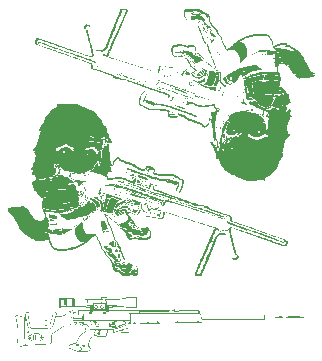
<source format=gbr>
%TF.GenerationSoftware,KiCad,Pcbnew,(6.0.11-0)*%
%TF.CreationDate,2023-11-21T01:04:18-06:00*%
%TF.ProjectId,Untitled,556e7469-746c-4656-942e-6b696361645f,rev?*%
%TF.SameCoordinates,Original*%
%TF.FileFunction,Legend,Bot*%
%TF.FilePolarity,Positive*%
%FSLAX46Y46*%
G04 Gerber Fmt 4.6, Leading zero omitted, Abs format (unit mm)*
G04 Created by KiCad (PCBNEW (6.0.11-0)) date 2023-11-21 01:04:18*
%MOMM*%
%LPD*%
G01*
G04 APERTURE LIST*
G04 APERTURE END LIST*
%TO.C,*%
G36*
X78548839Y-73560426D02*
G01*
X78597410Y-73556783D01*
X78603844Y-73556762D01*
X78671487Y-73567916D01*
X78716534Y-73604689D01*
X78753369Y-73653521D01*
X78649423Y-73619115D01*
X78613356Y-73606675D01*
X78558489Y-73585455D01*
X78530299Y-73571210D01*
X78529758Y-73570072D01*
X78649291Y-73570072D01*
X78654866Y-73590526D01*
X78659361Y-73597002D01*
X78679326Y-73612403D01*
X78682319Y-73610979D01*
X78676744Y-73590526D01*
X78672249Y-73584049D01*
X78652284Y-73568648D01*
X78649291Y-73570072D01*
X78529758Y-73570072D01*
X78528947Y-73568367D01*
X78548839Y-73560426D01*
G37*
G36*
X77506287Y-74607838D02*
G01*
X77495348Y-74618777D01*
X77484410Y-74607838D01*
X77495348Y-74596899D01*
X77506287Y-74607838D01*
G37*
G36*
X75590478Y-73768821D02*
G01*
X75597003Y-73778765D01*
X75589263Y-73783100D01*
X75555071Y-73780492D01*
X75544944Y-73772617D01*
X75568288Y-73767274D01*
X75590478Y-73768821D01*
G37*
G36*
X83894573Y-75832989D02*
G01*
X83883634Y-75843928D01*
X83872695Y-75832989D01*
X83883634Y-75822050D01*
X83894573Y-75832989D01*
G37*
G36*
X79125236Y-73601465D02*
G01*
X79114298Y-73612403D01*
X79103359Y-73601465D01*
X79114298Y-73590526D01*
X79125236Y-73601465D01*
G37*
G36*
X80525409Y-78283291D02*
G01*
X80514470Y-78294229D01*
X80503531Y-78283291D01*
X80514470Y-78272352D01*
X80525409Y-78283291D01*
G37*
G36*
X76377380Y-72741903D02*
G01*
X76393275Y-72759037D01*
X76400713Y-72777772D01*
X76385865Y-72779405D01*
X76360022Y-72761431D01*
X76346770Y-72735142D01*
X76352691Y-72727957D01*
X76377380Y-72741903D01*
G37*
G36*
X76259259Y-72179415D02*
G01*
X76248320Y-72190353D01*
X76237381Y-72179415D01*
X76248320Y-72168476D01*
X76259259Y-72179415D01*
G37*
G36*
X77068733Y-73798364D02*
G01*
X77057795Y-73809303D01*
X77046856Y-73798364D01*
X77057795Y-73787425D01*
X77068733Y-73798364D01*
G37*
G36*
X83041343Y-72879501D02*
G01*
X83030404Y-72890440D01*
X83019465Y-72879501D01*
X83030404Y-72868562D01*
X83041343Y-72879501D01*
G37*
G36*
X78633631Y-67575739D02*
G01*
X78636635Y-67588746D01*
X78633428Y-67591364D01*
X78607464Y-67588746D01*
X78604042Y-67582165D01*
X78622049Y-67574160D01*
X78633631Y-67575739D01*
G37*
G36*
X77200000Y-70954264D02*
G01*
X77189061Y-70965203D01*
X77178122Y-70954264D01*
X77189061Y-70943325D01*
X77200000Y-70954264D01*
G37*
G36*
X76390525Y-72835745D02*
G01*
X76379586Y-72846684D01*
X76368647Y-72835745D01*
X76379586Y-72824806D01*
X76390525Y-72835745D01*
G37*
G36*
X81912965Y-73353362D02*
G01*
X81936365Y-73371498D01*
X81938362Y-73381625D01*
X81915778Y-73380096D01*
X81898986Y-73372520D01*
X81881826Y-73358469D01*
X81887889Y-73350319D01*
X81912965Y-73353362D01*
G37*
G36*
X76849956Y-73710853D02*
G01*
X76839018Y-73721792D01*
X76828079Y-73710853D01*
X76839018Y-73699914D01*
X76849956Y-73710853D01*
G37*
G36*
X81159862Y-75679845D02*
G01*
X81157545Y-75694922D01*
X81139275Y-75712662D01*
X81127158Y-75710403D01*
X81104984Y-75688291D01*
X81109409Y-75661019D01*
X81116220Y-75655079D01*
X81146426Y-75649673D01*
X81159862Y-75679845D01*
G37*
G36*
X75897999Y-73707590D02*
G01*
X75968937Y-73731374D01*
X76019837Y-73749244D01*
X76102647Y-73776419D01*
X76204561Y-73808704D01*
X76313953Y-73842361D01*
X76335819Y-73848993D01*
X76421766Y-73875294D01*
X76505653Y-73901446D01*
X76592303Y-73929059D01*
X76686538Y-73959740D01*
X76793181Y-73995097D01*
X76917055Y-74036739D01*
X77062982Y-74086275D01*
X77235785Y-74145311D01*
X77440286Y-74215456D01*
X77681309Y-74298319D01*
X77773597Y-74330096D01*
X77988866Y-74404511D01*
X78170365Y-74467805D01*
X78323675Y-74522006D01*
X78454376Y-74569141D01*
X78568050Y-74611238D01*
X78670275Y-74650324D01*
X78766633Y-74688427D01*
X78862704Y-74727575D01*
X78875361Y-74732808D01*
X78932676Y-74756933D01*
X78968567Y-74773069D01*
X78981040Y-74780587D01*
X78968101Y-74778859D01*
X78927756Y-74767255D01*
X78858013Y-74745147D01*
X78756877Y-74711906D01*
X78622355Y-74666903D01*
X78452453Y-74609510D01*
X78245178Y-74539098D01*
X77998535Y-74455039D01*
X77903961Y-74422801D01*
X77689928Y-74350048D01*
X77476283Y-74277684D01*
X77269859Y-74208008D01*
X77077491Y-74143322D01*
X76906012Y-74085924D01*
X76762256Y-74038116D01*
X76653057Y-74002196D01*
X76617339Y-73990550D01*
X76406999Y-73921559D01*
X76235202Y-73864368D01*
X76099126Y-73817983D01*
X75995951Y-73781405D01*
X75922855Y-73753639D01*
X75877017Y-73733688D01*
X75855615Y-73720556D01*
X75847732Y-73710739D01*
X75856100Y-73700569D01*
X75897999Y-73707590D01*
G37*
G36*
X86038587Y-75307924D02*
G01*
X86027648Y-75318863D01*
X86016709Y-75307924D01*
X86027648Y-75296986D01*
X86038587Y-75307924D01*
G37*
G36*
X73951805Y-73263939D02*
G01*
X73954809Y-73276945D01*
X73951602Y-73279564D01*
X73925638Y-73276945D01*
X73922216Y-73270365D01*
X73940223Y-73262360D01*
X73951805Y-73263939D01*
G37*
G36*
X82560034Y-74279673D02*
G01*
X82549095Y-74290612D01*
X82538156Y-74279673D01*
X82549095Y-74268734D01*
X82560034Y-74279673D01*
G37*
G36*
X82778811Y-75089148D02*
G01*
X82767872Y-75100086D01*
X82756933Y-75089148D01*
X82767872Y-75078209D01*
X82778811Y-75089148D01*
G37*
G36*
X74403527Y-73418869D02*
G01*
X74443410Y-73437382D01*
X74458263Y-73449562D01*
X74454349Y-73458590D01*
X74439538Y-73455894D01*
X74399655Y-73437382D01*
X74384803Y-73425202D01*
X74388716Y-73416174D01*
X74403527Y-73418869D01*
G37*
G36*
X79842469Y-68124216D02*
G01*
X79832265Y-68138848D01*
X79830448Y-68142987D01*
X79813301Y-68153823D01*
X79780770Y-68131320D01*
X79760354Y-68114112D01*
X79736580Y-68109565D01*
X79712143Y-68140921D01*
X79687468Y-68169928D01*
X79654686Y-68186736D01*
X79643249Y-68184512D01*
X79638966Y-68165500D01*
X79632327Y-68146975D01*
X79595197Y-68129984D01*
X79557305Y-68113110D01*
X79550795Y-68083151D01*
X79553678Y-68063562D01*
X79531336Y-68062858D01*
X79513600Y-68065834D01*
X79510501Y-68046151D01*
X79511404Y-68043313D01*
X79499751Y-68023345D01*
X79494952Y-68022653D01*
X79540913Y-68022653D01*
X79551851Y-68033592D01*
X79562790Y-68022653D01*
X79551851Y-68011714D01*
X79540913Y-68022653D01*
X79494952Y-68022653D01*
X79458477Y-68017393D01*
X79398292Y-68025388D01*
X79329904Y-68047266D01*
X79283657Y-68065402D01*
X79239708Y-68074427D01*
X79218050Y-68059178D01*
X79209945Y-68022653D01*
X79234625Y-68022653D01*
X79245564Y-68033592D01*
X79256503Y-68022653D01*
X79245564Y-68011714D01*
X79234625Y-68022653D01*
X79209945Y-68022653D01*
X79208731Y-68017184D01*
X79205700Y-67997622D01*
X79186831Y-67965155D01*
X79141054Y-67957928D01*
X79100343Y-67952479D01*
X79091961Y-67935142D01*
X79628423Y-67935142D01*
X79639362Y-67946081D01*
X79650301Y-67935142D01*
X79639362Y-67924204D01*
X79628423Y-67935142D01*
X79091961Y-67935142D01*
X79090529Y-67932181D01*
X79090546Y-67912567D01*
X79067574Y-67877985D01*
X79037239Y-67861976D01*
X79014516Y-67881855D01*
X79002877Y-67909844D01*
X78991245Y-67975155D01*
X78991160Y-68044874D01*
X78984243Y-68063463D01*
X78952387Y-68092792D01*
X78939841Y-68100322D01*
X78918994Y-68105622D01*
X78921552Y-68079053D01*
X78920700Y-68051065D01*
X78886315Y-68027706D01*
X78860248Y-68024662D01*
X78852985Y-68035566D01*
X78853422Y-68036330D01*
X78843443Y-68042817D01*
X78805487Y-68032633D01*
X78757563Y-68019963D01*
X78718782Y-68020285D01*
X78688865Y-68019732D01*
X78654174Y-67990516D01*
X78632231Y-67941649D01*
X78631852Y-67886684D01*
X78645225Y-67826752D01*
X78658820Y-67754651D01*
X78670592Y-67683549D01*
X78818670Y-67683549D01*
X78894500Y-67687019D01*
X78979849Y-67698372D01*
X79041747Y-67714885D01*
X79092695Y-67727951D01*
X79198483Y-67733555D01*
X79344292Y-67724565D01*
X79529415Y-67701002D01*
X79535069Y-67700368D01*
X79569825Y-67713129D01*
X79595079Y-67762266D01*
X79597319Y-67768906D01*
X79634786Y-67849157D01*
X79679910Y-67889266D01*
X79736188Y-67892458D01*
X79765588Y-67886435D01*
X79777307Y-67889333D01*
X79753522Y-67910382D01*
X79732234Y-67929264D01*
X79734850Y-67943793D01*
X79775399Y-67957170D01*
X79778016Y-67957880D01*
X79811487Y-67972235D01*
X79806439Y-67984243D01*
X79787570Y-67996242D01*
X79806439Y-68014028D01*
X79811604Y-68021717D01*
X79786149Y-68030152D01*
X79721403Y-68033257D01*
X79676964Y-68035100D01*
X79626278Y-68043189D01*
X79606546Y-68055470D01*
X79608596Y-68060202D01*
X79638609Y-68072441D01*
X79693027Y-68077347D01*
X79780422Y-68086048D01*
X79879729Y-68126501D01*
X79972997Y-68204898D01*
X79995730Y-68229216D01*
X80030432Y-68268388D01*
X80044099Y-68287094D01*
X80030741Y-68287469D01*
X79994734Y-68267756D01*
X79947154Y-68235355D01*
X79899120Y-68198362D01*
X79861750Y-68164872D01*
X79861740Y-68164858D01*
X79890956Y-68164858D01*
X79892534Y-68176440D01*
X79905541Y-68179443D01*
X79908159Y-68176237D01*
X79905541Y-68150273D01*
X79898960Y-68146850D01*
X79890956Y-68164858D01*
X79861740Y-68164858D01*
X79846165Y-68142980D01*
X79842469Y-68124216D01*
G37*
G36*
X72605684Y-72529458D02*
G01*
X72594745Y-72540396D01*
X72583807Y-72529458D01*
X72594745Y-72518519D01*
X72605684Y-72529458D01*
G37*
G36*
X80306632Y-72310681D02*
G01*
X80295693Y-72321620D01*
X80284754Y-72310681D01*
X80295693Y-72299742D01*
X80306632Y-72310681D01*
G37*
G36*
X80831696Y-78020758D02*
G01*
X80820757Y-78031697D01*
X80809819Y-78020758D01*
X80820757Y-78009819D01*
X80831696Y-78020758D01*
G37*
G36*
X78600172Y-68022653D02*
G01*
X78589233Y-68033592D01*
X78578294Y-68022653D01*
X78589233Y-68011714D01*
X78600172Y-68022653D01*
G37*
G36*
X81483702Y-78067240D02*
G01*
X81481094Y-78101432D01*
X81473220Y-78111559D01*
X81467877Y-78088214D01*
X81469423Y-78066025D01*
X81479367Y-78059500D01*
X81483702Y-78067240D01*
G37*
G36*
X70675960Y-72025981D02*
G01*
X70659088Y-72057304D01*
X70630951Y-72095527D01*
X70600888Y-72126520D01*
X70590352Y-72133855D01*
X70589068Y-72125234D01*
X70614747Y-72086434D01*
X70626398Y-72070774D01*
X70658017Y-72031189D01*
X70674393Y-72015332D01*
X70675960Y-72025981D01*
G37*
G36*
X80525409Y-68788372D02*
G01*
X80514470Y-68799311D01*
X80503531Y-68788372D01*
X80514470Y-68777434D01*
X80525409Y-68788372D01*
G37*
G36*
X86491223Y-75240938D02*
G01*
X86498018Y-75275108D01*
X86488471Y-75308140D01*
X86455460Y-75315107D01*
X86403257Y-75287106D01*
X86383624Y-75271400D01*
X86378903Y-75256501D01*
X86414196Y-75247026D01*
X86449023Y-75240424D01*
X86481610Y-75234332D01*
X86491223Y-75240938D01*
G37*
G36*
X76224931Y-72237383D02*
G01*
X76231456Y-72247327D01*
X76223716Y-72251662D01*
X76189524Y-72249054D01*
X76179397Y-72241179D01*
X76202741Y-72235836D01*
X76224931Y-72237383D01*
G37*
G36*
X79562790Y-68678984D02*
G01*
X79551851Y-68689923D01*
X79540913Y-68678984D01*
X79551851Y-68668045D01*
X79562790Y-68678984D01*
G37*
G36*
X74268389Y-73251421D02*
G01*
X74257450Y-73262360D01*
X74246511Y-73251421D01*
X74257450Y-73240483D01*
X74268389Y-73251421D01*
G37*
G36*
X82319379Y-72179415D02*
G01*
X82308441Y-72190353D01*
X82297502Y-72179415D01*
X82308441Y-72168476D01*
X82319379Y-72179415D01*
G37*
G36*
X78911519Y-74466474D02*
G01*
X78928337Y-74487511D01*
X78928086Y-74492462D01*
X78918689Y-74509389D01*
X78915180Y-74508382D01*
X78895521Y-74487511D01*
X78892102Y-74479036D01*
X78905168Y-74465633D01*
X78911519Y-74466474D01*
G37*
G36*
X79636856Y-68633765D02*
G01*
X79656523Y-68615430D01*
X79679878Y-68628316D01*
X79694483Y-68648677D01*
X79698536Y-68687927D01*
X79695314Y-68703454D01*
X79710499Y-68704221D01*
X79712300Y-68703307D01*
X79738091Y-68713467D01*
X79766674Y-68754203D01*
X79781791Y-68787609D01*
X79786829Y-68824598D01*
X79768075Y-68858352D01*
X79746302Y-68880511D01*
X79742964Y-68866244D01*
X79739269Y-68847114D01*
X79708478Y-68825971D01*
X79675865Y-68812552D01*
X79629368Y-68778378D01*
X79608084Y-68752950D01*
X79602637Y-68720531D01*
X79616490Y-68679741D01*
X79634239Y-68679741D01*
X79643144Y-68713394D01*
X79655552Y-68717153D01*
X79662803Y-68689610D01*
X79662156Y-68664415D01*
X79655605Y-68648213D01*
X79638184Y-68669951D01*
X79634239Y-68679741D01*
X79616490Y-68679741D01*
X79619918Y-68669649D01*
X79636856Y-68633765D01*
G37*
G36*
X81320555Y-78174846D02*
G01*
X81312339Y-78190797D01*
X81297173Y-78198179D01*
X81294442Y-78193053D01*
X81301167Y-78164419D01*
X81311457Y-78150002D01*
X81326153Y-78144019D01*
X81320555Y-78174846D01*
G37*
G36*
X86410508Y-74329014D02*
G01*
X86410124Y-74330860D01*
X86387098Y-74349144D01*
X86339405Y-74369536D01*
X86276393Y-74391119D01*
X86224547Y-74409380D01*
X86214499Y-74411135D01*
X86226829Y-74397756D01*
X86268303Y-74368970D01*
X86280662Y-74361163D01*
X86349837Y-74324139D01*
X86394600Y-74313007D01*
X86410508Y-74329014D01*
G37*
G36*
X81072351Y-77758226D02*
G01*
X81061412Y-77769165D01*
X81050473Y-77758226D01*
X81061412Y-77747287D01*
X81072351Y-77758226D01*
G37*
G36*
X81129263Y-78732790D02*
G01*
X81148923Y-78753661D01*
X81152341Y-78762135D01*
X81139275Y-78775539D01*
X81132925Y-78774698D01*
X81116106Y-78753661D01*
X81116357Y-78748710D01*
X81125754Y-78731783D01*
X81129263Y-78732790D01*
G37*
G36*
X77024978Y-72857623D02*
G01*
X77014039Y-72868562D01*
X77003100Y-72857623D01*
X77014039Y-72846684D01*
X77024978Y-72857623D01*
G37*
G36*
X79234625Y-74804738D02*
G01*
X79223686Y-74815676D01*
X79212747Y-74804738D01*
X79223686Y-74793799D01*
X79234625Y-74804738D01*
G37*
G36*
X84328133Y-70656519D02*
G01*
X84389805Y-70626440D01*
X84423896Y-70619668D01*
X84438452Y-70636910D01*
X84441515Y-70678870D01*
X84441353Y-70690825D01*
X84434040Y-70726280D01*
X84407091Y-70745302D01*
X84348535Y-70758089D01*
X84320042Y-70764085D01*
X84235390Y-70790311D01*
X84154301Y-70824663D01*
X84115498Y-70842744D01*
X84064932Y-70860826D01*
X84039443Y-70862125D01*
X84033354Y-70859141D01*
X84025839Y-70877692D01*
X84024486Y-70889317D01*
X84012964Y-70893987D01*
X83999161Y-70894255D01*
X83957018Y-70911938D01*
X83899292Y-70945035D01*
X83848821Y-70976049D01*
X83797314Y-71002522D01*
X83770809Y-71005792D01*
X83763307Y-70987743D01*
X83765933Y-70982800D01*
X83796860Y-70959575D01*
X83855250Y-70926379D01*
X83931831Y-70888665D01*
X83955871Y-70877391D01*
X84036352Y-70837255D01*
X84101238Y-70801399D01*
X84138290Y-70776471D01*
X84167291Y-70758247D01*
X84200024Y-70756848D01*
X84210072Y-70760648D01*
X84217811Y-70745387D01*
X84221933Y-70732776D01*
X84254018Y-70701791D01*
X84269775Y-70691732D01*
X84310249Y-70691732D01*
X84321188Y-70702670D01*
X84332127Y-70691732D01*
X84321188Y-70680793D01*
X84310249Y-70691732D01*
X84269775Y-70691732D01*
X84308221Y-70667189D01*
X84328133Y-70656519D01*
G37*
G36*
X79759689Y-72923256D02*
G01*
X79748751Y-72934195D01*
X79737812Y-72923256D01*
X79748751Y-72912317D01*
X79759689Y-72923256D01*
G37*
G36*
X78709560Y-75614212D02*
G01*
X78698621Y-75625151D01*
X78687683Y-75614212D01*
X78698621Y-75603273D01*
X78709560Y-75614212D01*
G37*
G36*
X76587424Y-74039018D02*
G01*
X76576485Y-74049957D01*
X76565546Y-74039018D01*
X76576485Y-74028080D01*
X76587424Y-74039018D01*
G37*
G36*
X83391199Y-75690861D02*
G01*
X83496974Y-75712662D01*
X83591623Y-75745478D01*
X83518852Y-75752931D01*
X83485028Y-75753653D01*
X83407800Y-75746489D01*
X83325753Y-75731053D01*
X83205426Y-75701723D01*
X83303875Y-75690784D01*
X83391199Y-75690861D01*
G37*
G36*
X77127941Y-74506412D02*
G01*
X77149387Y-74548422D01*
X77148633Y-74614481D01*
X77124808Y-74695419D01*
X77118303Y-74712143D01*
X77103843Y-74766328D01*
X77105075Y-74799503D01*
X77109044Y-74808661D01*
X77095566Y-74807800D01*
X77078066Y-74808156D01*
X77057895Y-74837236D01*
X77045448Y-74863222D01*
X77022213Y-74881309D01*
X77013817Y-74877980D01*
X77016509Y-74853962D01*
X77016517Y-74853948D01*
X77014940Y-74845897D01*
X76988730Y-74864901D01*
X76947086Y-74892023D01*
X76895948Y-74901901D01*
X76860895Y-74881309D01*
X76859412Y-74869479D01*
X76883823Y-74859432D01*
X76904764Y-74854034D01*
X76907129Y-74825185D01*
X76906888Y-74824553D01*
X76906039Y-74801094D01*
X76936569Y-74804453D01*
X76942262Y-74806172D01*
X76969795Y-74805453D01*
X76970489Y-74772984D01*
X76971652Y-74743536D01*
X76987030Y-74681551D01*
X77014216Y-74609536D01*
X77044621Y-74547687D01*
X77076109Y-74506285D01*
X77105956Y-74496718D01*
X77127941Y-74506412D01*
G37*
G36*
X79514361Y-68634789D02*
G01*
X79511742Y-68660752D01*
X79505162Y-68664175D01*
X79497157Y-68646167D01*
X79498736Y-68634585D01*
X79511742Y-68631582D01*
X79514361Y-68634789D01*
G37*
G36*
X79250731Y-73240483D02*
G01*
X79292579Y-73235261D01*
X79364607Y-73218493D01*
X79445190Y-73194180D01*
X79493636Y-73176085D01*
X79570731Y-73136964D01*
X79649178Y-73081028D01*
X79742081Y-72999693D01*
X79788594Y-72957487D01*
X79849487Y-72905434D01*
X79893324Y-72872009D01*
X79912833Y-72863030D01*
X79914865Y-72868830D01*
X79896289Y-72884364D01*
X79885941Y-72890812D01*
X79883261Y-72917566D01*
X79887450Y-72926691D01*
X79876143Y-72927622D01*
X79863605Y-72932882D01*
X79841360Y-72969379D01*
X79818068Y-73030084D01*
X79797490Y-73099901D01*
X79783945Y-73166950D01*
X79787417Y-73205882D01*
X79807528Y-73223612D01*
X79806956Y-73228409D01*
X79776512Y-73244186D01*
X79716480Y-73267250D01*
X79634461Y-73294486D01*
X79557770Y-73319673D01*
X79481606Y-73349974D01*
X79435710Y-73377684D01*
X79412740Y-73406513D01*
X79390046Y-73456320D01*
X79275596Y-73414486D01*
X79228867Y-73396482D01*
X79172607Y-73371829D01*
X79143394Y-73354902D01*
X79141845Y-73353207D01*
X79139021Y-73321855D01*
X79163718Y-73284633D01*
X79178645Y-73273299D01*
X79212747Y-73273299D01*
X79223686Y-73284238D01*
X79234625Y-73273299D01*
X79223686Y-73262360D01*
X79212747Y-73273299D01*
X79178645Y-73273299D01*
X79204700Y-73253516D01*
X79250731Y-73240483D01*
G37*
G36*
X81140093Y-76884206D02*
G01*
X81141313Y-76887399D01*
X81155835Y-76948197D01*
X81156001Y-77002923D01*
X81141630Y-77034009D01*
X81135554Y-77031911D01*
X81126828Y-77000575D01*
X81123399Y-76943408D01*
X81124354Y-76901587D01*
X81129738Y-76871884D01*
X81140093Y-76884206D01*
G37*
G36*
X79278380Y-75045392D02*
G01*
X79267441Y-75056331D01*
X79256503Y-75045392D01*
X79267441Y-75034453D01*
X79278380Y-75045392D01*
G37*
G36*
X79838883Y-67684704D02*
G01*
X79844042Y-67696120D01*
X79813247Y-67713774D01*
X79796182Y-67717608D01*
X79792661Y-67705176D01*
X79796947Y-67699438D01*
X79826614Y-67683549D01*
X79838883Y-67684704D01*
G37*
G36*
X80984840Y-77867614D02*
G01*
X80973901Y-77878553D01*
X80962962Y-77867614D01*
X80973901Y-77856676D01*
X80984840Y-77867614D01*
G37*
G36*
X82691300Y-74214040D02*
G01*
X82680361Y-74224979D01*
X82669422Y-74214040D01*
X82680361Y-74203101D01*
X82691300Y-74214040D01*
G37*
G36*
X72014987Y-72551335D02*
G01*
X72004048Y-72562274D01*
X71993109Y-72551335D01*
X72004048Y-72540396D01*
X72014987Y-72551335D01*
G37*
G36*
X79519035Y-71895005D02*
G01*
X79508096Y-71905943D01*
X79497157Y-71895005D01*
X79508096Y-71884066D01*
X79519035Y-71895005D01*
G37*
G36*
X77439754Y-72951383D02*
G01*
X77430297Y-72975309D01*
X77395981Y-72992193D01*
X77350197Y-72993721D01*
X77322464Y-72987996D01*
X77319601Y-72983725D01*
X77358613Y-72980930D01*
X77399860Y-72971902D01*
X77418776Y-72952426D01*
X77419983Y-72943615D01*
X77433726Y-72941852D01*
X77439754Y-72951383D01*
G37*
G36*
X81137984Y-71785616D02*
G01*
X81127045Y-71796555D01*
X81116106Y-71785616D01*
X81127045Y-71774677D01*
X81137984Y-71785616D01*
G37*
G36*
X82669422Y-74279673D02*
G01*
X82658484Y-74290612D01*
X82647545Y-74279673D01*
X82658484Y-74268734D01*
X82669422Y-74279673D01*
G37*
G36*
X85618586Y-72160263D02*
G01*
X85615978Y-72194455D01*
X85608103Y-72204582D01*
X85602760Y-72181238D01*
X85604307Y-72159048D01*
X85614251Y-72152523D01*
X85618586Y-72160263D01*
G37*
G36*
X85622911Y-72288803D02*
G01*
X85611972Y-72299742D01*
X85601033Y-72288803D01*
X85611972Y-72277864D01*
X85622911Y-72288803D01*
G37*
G36*
X75515417Y-73776486D02*
G01*
X75504478Y-73787425D01*
X75493540Y-73776486D01*
X75504478Y-73765547D01*
X75515417Y-73776486D01*
G37*
G36*
X80258552Y-76185759D02*
G01*
X80255944Y-76219951D01*
X80248069Y-76230077D01*
X80242726Y-76206733D01*
X80244273Y-76184543D01*
X80254216Y-76178018D01*
X80258552Y-76185759D01*
G37*
G36*
X78646045Y-67616528D02*
G01*
X78653375Y-67606977D01*
X78840826Y-67606977D01*
X78851765Y-67617916D01*
X78859058Y-67610623D01*
X78957507Y-67610623D01*
X78960714Y-67613242D01*
X78986678Y-67610623D01*
X78990100Y-67604043D01*
X78972093Y-67596038D01*
X78960511Y-67597617D01*
X78957507Y-67610623D01*
X78859058Y-67610623D01*
X78862704Y-67606977D01*
X78851765Y-67596038D01*
X78840826Y-67606977D01*
X78653375Y-67606977D01*
X78658771Y-67599947D01*
X78685330Y-67580132D01*
X78734909Y-67562563D01*
X78752473Y-67557823D01*
X78837616Y-67557823D01*
X78861242Y-67568480D01*
X78909406Y-67569725D01*
X78935481Y-67564405D01*
X78934948Y-67563222D01*
X79103359Y-67563222D01*
X79114298Y-67574160D01*
X79125236Y-67563222D01*
X79114298Y-67552283D01*
X79103359Y-67563222D01*
X78934948Y-67563222D01*
X78932700Y-67558236D01*
X78889364Y-67549683D01*
X78880540Y-67548317D01*
X78840836Y-67546834D01*
X78837616Y-67557823D01*
X78752473Y-67557823D01*
X78778018Y-67550929D01*
X78788096Y-67541344D01*
X78993970Y-67541344D01*
X79004909Y-67552283D01*
X79015848Y-67541344D01*
X79004909Y-67530405D01*
X78993970Y-67541344D01*
X78788096Y-67541344D01*
X78809136Y-67521332D01*
X78807140Y-67485242D01*
X78787819Y-67472947D01*
X78760915Y-67498456D01*
X78741701Y-67519460D01*
X78731438Y-67517084D01*
X78734982Y-67502897D01*
X78758785Y-67468050D01*
X78762063Y-67464889D01*
X78788613Y-67454373D01*
X78818949Y-67480083D01*
X78830601Y-67492465D01*
X78848917Y-67504120D01*
X78877784Y-67512480D01*
X78923842Y-67518326D01*
X78993731Y-67522439D01*
X79094092Y-67525598D01*
X79231564Y-67528584D01*
X79251693Y-67529461D01*
X79289569Y-67538949D01*
X79293075Y-67561323D01*
X79292406Y-67577948D01*
X79316647Y-67588153D01*
X79376194Y-67588911D01*
X79403843Y-67587131D01*
X79443801Y-67579103D01*
X79445949Y-67567091D01*
X79434749Y-67556555D01*
X79453402Y-67557900D01*
X79455115Y-67558392D01*
X79487403Y-67585302D01*
X79488840Y-67624993D01*
X79458493Y-67658946D01*
X79419610Y-67670704D01*
X79346398Y-67680189D01*
X79257626Y-67684669D01*
X79168021Y-67683905D01*
X79092309Y-67677655D01*
X79045217Y-67665681D01*
X79036118Y-67661955D01*
X78983167Y-67650915D01*
X78904114Y-67642380D01*
X78812395Y-67637951D01*
X78750909Y-67636495D01*
X78685402Y-67633141D01*
X78662422Y-67628855D01*
X79081481Y-67628855D01*
X79092420Y-67639794D01*
X79103359Y-67628855D01*
X79453402Y-67628855D01*
X79464341Y-67639794D01*
X79475279Y-67628855D01*
X79464341Y-67617916D01*
X79453402Y-67628855D01*
X79103359Y-67628855D01*
X79092420Y-67617916D01*
X79081481Y-67628855D01*
X78662422Y-67628855D01*
X78652685Y-67627039D01*
X78646045Y-67616528D01*
G37*
G36*
X77386603Y-73854637D02*
G01*
X77389606Y-73867643D01*
X77386400Y-73870261D01*
X77360436Y-73867643D01*
X77357013Y-73861063D01*
X77375021Y-73853058D01*
X77386603Y-73854637D01*
G37*
G36*
X78403273Y-75570457D02*
G01*
X78392334Y-75581396D01*
X78381395Y-75570457D01*
X78392334Y-75559518D01*
X78403273Y-75570457D01*
G37*
G36*
X79278380Y-72507580D02*
G01*
X79267441Y-72518519D01*
X79256503Y-72507580D01*
X79267441Y-72496641D01*
X79278380Y-72507580D01*
G37*
G36*
X79919446Y-69025256D02*
G01*
X79918719Y-69032439D01*
X79900742Y-69036452D01*
X79853086Y-69033249D01*
X79849324Y-69032167D01*
X79846085Y-69025508D01*
X79880017Y-69022353D01*
X79885198Y-69022323D01*
X79919446Y-69025256D01*
G37*
G36*
X79956589Y-69334023D02*
G01*
X79954633Y-69338944D01*
X79931331Y-69359281D01*
X79919104Y-69364605D01*
X79921683Y-69349634D01*
X79924590Y-69345180D01*
X79946206Y-69325032D01*
X79956589Y-69334023D01*
G37*
G36*
X75023812Y-73307695D02*
G01*
X75026815Y-73320701D01*
X75023609Y-73323319D01*
X74997645Y-73320701D01*
X74994223Y-73314120D01*
X75012230Y-73306116D01*
X75023812Y-73307695D01*
G37*
G36*
X79168992Y-75964255D02*
G01*
X79158053Y-75975194D01*
X79147114Y-75964255D01*
X79158053Y-75953316D01*
X79168992Y-75964255D01*
G37*
G36*
X82842562Y-72801956D02*
G01*
X82825281Y-72830641D01*
X82822400Y-72833467D01*
X82806373Y-72843953D01*
X82813034Y-72818394D01*
X82823945Y-72797976D01*
X82840219Y-72791411D01*
X82842562Y-72801956D01*
G37*
G36*
X73349526Y-72770112D02*
G01*
X73338587Y-72781051D01*
X73327648Y-72770112D01*
X73338587Y-72759173D01*
X73349526Y-72770112D01*
G37*
G36*
X77035714Y-76026468D02*
G01*
X77053925Y-76029437D01*
X77140193Y-76052095D01*
X77216685Y-76083235D01*
X77225025Y-76087703D01*
X77264962Y-76113485D01*
X77263713Y-76124994D01*
X77221215Y-76122249D01*
X77137400Y-76105268D01*
X77100888Y-76097839D01*
X77044373Y-76095127D01*
X77007404Y-76111272D01*
X77005156Y-76113084D01*
X76983400Y-76127546D01*
X76989253Y-76111930D01*
X76994560Y-76098837D01*
X76984854Y-76084583D01*
X76972290Y-76079532D01*
X76950267Y-76048727D01*
X76948084Y-76042486D01*
X76949609Y-76024700D01*
X76975771Y-76020155D01*
X77035714Y-76026468D01*
G37*
G36*
X79562790Y-69029027D02*
G01*
X79551851Y-69039966D01*
X79540913Y-69029027D01*
X79551851Y-69018088D01*
X79562790Y-69029027D01*
G37*
G36*
X83391386Y-75001637D02*
G01*
X83380447Y-75012576D01*
X83369509Y-75001637D01*
X83380447Y-74990698D01*
X83391386Y-75001637D01*
G37*
G36*
X82056847Y-73426443D02*
G01*
X82045908Y-73437382D01*
X82034969Y-73426443D01*
X82045908Y-73415504D01*
X82056847Y-73426443D01*
G37*
G36*
X81575538Y-76576831D02*
G01*
X81564599Y-76587769D01*
X81553660Y-76576831D01*
X81564599Y-76565892D01*
X81575538Y-76576831D01*
G37*
G36*
X80284754Y-70013523D02*
G01*
X80273815Y-70024462D01*
X80262876Y-70013523D01*
X80273815Y-70002584D01*
X80284754Y-70013523D01*
G37*
G36*
X85071644Y-78023485D02*
G01*
X85069036Y-78057677D01*
X85061161Y-78067803D01*
X85055818Y-78044459D01*
X85057365Y-78022269D01*
X85067309Y-78015745D01*
X85071644Y-78023485D01*
G37*
G36*
X85815136Y-74301111D02*
G01*
X85812517Y-74327075D01*
X85805937Y-74330497D01*
X85797932Y-74312489D01*
X85799511Y-74300908D01*
X85812517Y-74297904D01*
X85815136Y-74301111D01*
G37*
G36*
X78726764Y-71478889D02*
G01*
X78724145Y-71504852D01*
X78717565Y-71508275D01*
X78709560Y-71490267D01*
X78711139Y-71478685D01*
X78724145Y-71475682D01*
X78726764Y-71478889D01*
G37*
G36*
X81152334Y-74065949D02*
G01*
X81156348Y-74083926D01*
X81153145Y-74131582D01*
X81152062Y-74135344D01*
X81145404Y-74138583D01*
X81142249Y-74104651D01*
X81142219Y-74099470D01*
X81145152Y-74065222D01*
X81152334Y-74065949D01*
G37*
G36*
X76237381Y-73448321D02*
G01*
X76226442Y-73459260D01*
X76215503Y-73448321D01*
X76226442Y-73437382D01*
X76237381Y-73448321D01*
G37*
G36*
X78786775Y-74445335D02*
G01*
X78789778Y-74458341D01*
X78786572Y-74460959D01*
X78760608Y-74458341D01*
X78757186Y-74451760D01*
X78775193Y-74443756D01*
X78786775Y-74445335D01*
G37*
G36*
X80606123Y-78430965D02*
G01*
X80609525Y-78452050D01*
X80606123Y-78507537D01*
X80604077Y-78513744D01*
X80598398Y-78509053D01*
X80596117Y-78469251D01*
X80596329Y-78454407D01*
X80599781Y-78424156D01*
X80606123Y-78430965D01*
G37*
G36*
X84721130Y-70935134D02*
G01*
X84714987Y-70965203D01*
X84710982Y-70992046D01*
X84725742Y-71008958D01*
X84734302Y-71010713D01*
X84736864Y-71030836D01*
X84725906Y-71041230D01*
X84686348Y-71052378D01*
X84680272Y-71052277D01*
X84661530Y-71047390D01*
X84682170Y-71029089D01*
X84693576Y-71018917D01*
X84683355Y-71011572D01*
X84634480Y-71013913D01*
X84619146Y-71015089D01*
X84576487Y-71013628D01*
X84564669Y-71004386D01*
X84586878Y-70992088D01*
X84634236Y-70984101D01*
X84693109Y-70981122D01*
X84638415Y-70969822D01*
X84583720Y-70958523D01*
X84638415Y-70942166D01*
X84664637Y-70934521D01*
X84707337Y-70925806D01*
X84721130Y-70935134D01*
G37*
G36*
X69788122Y-68415165D02*
G01*
X69838525Y-68429663D01*
X69904304Y-68447324D01*
X69983794Y-68473648D01*
X70046482Y-68512883D01*
X70067872Y-68558135D01*
X70066309Y-68580720D01*
X70050927Y-68606911D01*
X70012127Y-68611200D01*
X69941415Y-68596136D01*
X69902067Y-68586230D01*
X69859067Y-68583101D01*
X69825703Y-68601365D01*
X69783106Y-68647095D01*
X69768991Y-68663795D01*
X69719870Y-68728114D01*
X69683295Y-68784612D01*
X69660096Y-68821897D01*
X69636905Y-68833043D01*
X69602732Y-68815561D01*
X69564517Y-68784910D01*
X69531370Y-68729906D01*
X69534747Y-68665242D01*
X69575246Y-68587096D01*
X69653466Y-68491648D01*
X69664065Y-68480285D01*
X69714662Y-68432261D01*
X69752407Y-68412604D01*
X69788122Y-68415165D01*
G37*
G36*
X70928651Y-70933330D02*
G01*
X70920436Y-70949281D01*
X70905270Y-70956663D01*
X70902539Y-70951537D01*
X70909264Y-70922903D01*
X70919553Y-70908486D01*
X70934250Y-70902503D01*
X70928651Y-70933330D01*
G37*
G36*
X75843583Y-73229544D02*
G01*
X75832644Y-73240483D01*
X75821705Y-73229544D01*
X75832644Y-73218605D01*
X75843583Y-73229544D01*
G37*
G36*
X79825323Y-69357192D02*
G01*
X79814384Y-69368131D01*
X79803445Y-69357192D01*
X79814384Y-69346253D01*
X79825323Y-69357192D01*
G37*
G36*
X81086701Y-77872667D02*
G01*
X81090715Y-77890644D01*
X81087512Y-77938301D01*
X81086429Y-77942062D01*
X81079771Y-77945301D01*
X81076616Y-77911370D01*
X81076586Y-77906189D01*
X81079519Y-77871940D01*
X81086701Y-77872667D01*
G37*
G36*
X84519247Y-76023250D02*
G01*
X84555262Y-76048311D01*
X84557741Y-76050752D01*
X84613252Y-76092369D01*
X84671491Y-76118015D01*
X84715663Y-76120167D01*
X84728545Y-76120802D01*
X84765706Y-76142998D01*
X84808033Y-76182284D01*
X84842777Y-76225949D01*
X84857192Y-76261283D01*
X84855439Y-76271607D01*
X84833455Y-76280595D01*
X84792541Y-76261456D01*
X84740640Y-76217194D01*
X84733532Y-76210175D01*
X84673601Y-76161650D01*
X84614843Y-76127636D01*
X84612595Y-76126693D01*
X84568948Y-76102754D01*
X84550904Y-76081928D01*
X84549420Y-76075700D01*
X84526292Y-76068174D01*
X84515883Y-76068127D01*
X84491652Y-76046297D01*
X84493889Y-76022599D01*
X84519247Y-76023250D01*
G37*
G36*
X80331223Y-69360839D02*
G01*
X80401435Y-69360839D01*
X80404642Y-69363457D01*
X80430605Y-69360839D01*
X80434028Y-69354258D01*
X80416020Y-69346253D01*
X80404438Y-69347832D01*
X80401435Y-69360839D01*
X80331223Y-69360839D01*
X80327047Y-69354825D01*
X80318653Y-69340294D01*
X80316635Y-69335315D01*
X80350387Y-69335315D01*
X80361326Y-69346253D01*
X80372265Y-69335315D01*
X80361326Y-69324376D01*
X80350387Y-69335315D01*
X80316635Y-69335315D01*
X80297935Y-69289183D01*
X80297702Y-69269682D01*
X80328509Y-69269682D01*
X80339448Y-69280620D01*
X80346741Y-69273328D01*
X80532701Y-69273328D01*
X80535908Y-69275946D01*
X80561871Y-69273328D01*
X80565294Y-69266747D01*
X80547286Y-69258743D01*
X80535704Y-69260322D01*
X80532701Y-69273328D01*
X80346741Y-69273328D01*
X80350387Y-69269682D01*
X80339448Y-69258743D01*
X80328509Y-69269682D01*
X80297702Y-69269682D01*
X80297535Y-69255761D01*
X80303005Y-69243519D01*
X80289232Y-69245036D01*
X80266114Y-69243889D01*
X80241994Y-69215263D01*
X80237064Y-69200259D01*
X80268327Y-69200259D01*
X80276117Y-69212703D01*
X80292397Y-69182871D01*
X80296254Y-69166587D01*
X80288340Y-69140632D01*
X80278148Y-69142749D01*
X80268778Y-69172748D01*
X80268327Y-69200259D01*
X80237064Y-69200259D01*
X80227940Y-69172491D01*
X80231168Y-69138415D01*
X80328509Y-69138415D01*
X80339448Y-69149354D01*
X80350387Y-69138415D01*
X80339448Y-69127477D01*
X80328509Y-69138415D01*
X80231168Y-69138415D01*
X80231848Y-69131236D01*
X80235055Y-69123930D01*
X80245000Y-69095428D01*
X80243516Y-69067207D01*
X80230317Y-69018088D01*
X80221698Y-68986213D01*
X80224758Y-68978247D01*
X80248979Y-69007149D01*
X80272694Y-69031069D01*
X80284393Y-69029027D01*
X80288567Y-69022343D01*
X80305812Y-69039388D01*
X80314045Y-69058925D01*
X80300007Y-69090046D01*
X80292104Y-69099896D01*
X80318240Y-69096142D01*
X80342021Y-69098689D01*
X80395837Y-69121451D01*
X80464251Y-69160054D01*
X80536544Y-69207360D01*
X80601998Y-69256231D01*
X80649895Y-69299527D01*
X80669517Y-69330110D01*
X80670806Y-69344668D01*
X80675220Y-69393430D01*
X80687082Y-69417391D01*
X80727777Y-69419153D01*
X80755523Y-69413760D01*
X80763124Y-69418205D01*
X80734535Y-69443079D01*
X80710918Y-69463102D01*
X80707894Y-69475545D01*
X80743650Y-69477520D01*
X80774481Y-69480428D01*
X80783370Y-69489383D01*
X80774922Y-69491149D01*
X80731316Y-69488678D01*
X80660269Y-69479479D01*
X80571960Y-69464740D01*
X80487358Y-69448562D01*
X80421444Y-69432374D01*
X80379592Y-69414424D01*
X80364048Y-69400948D01*
X80416020Y-69400948D01*
X80426959Y-69411887D01*
X80437898Y-69400948D01*
X80426959Y-69390009D01*
X80416020Y-69400948D01*
X80364048Y-69400948D01*
X80351546Y-69390109D01*
X80331223Y-69360839D01*
G37*
G36*
X78381395Y-74323428D02*
G01*
X78370456Y-74334367D01*
X78359517Y-74323428D01*
X78370456Y-74312489D01*
X78381395Y-74323428D01*
G37*
G36*
X83303875Y-71457451D02*
G01*
X83292937Y-71468390D01*
X83281998Y-71457451D01*
X83292937Y-71446512D01*
X83303875Y-71457451D01*
G37*
G36*
X72014964Y-72842259D02*
G01*
X71992308Y-72796668D01*
X71926815Y-72754867D01*
X71818087Y-72716600D01*
X71800371Y-72711405D01*
X71711657Y-72681044D01*
X71629957Y-72647625D01*
X71612120Y-72639770D01*
X71534592Y-72611411D01*
X71465874Y-72593617D01*
X71448378Y-72590055D01*
X71371861Y-72568339D01*
X71270158Y-72533513D01*
X71154274Y-72489498D01*
X71035218Y-72440215D01*
X71030229Y-72438095D01*
X70970793Y-72417569D01*
X70925228Y-72409130D01*
X70893840Y-72403115D01*
X70843929Y-72378955D01*
X70809074Y-72360744D01*
X70735389Y-72333181D01*
X70643043Y-72305117D01*
X70545978Y-72280360D01*
X70458138Y-72262714D01*
X70393464Y-72255986D01*
X70319471Y-72238982D01*
X70246354Y-72185674D01*
X70187324Y-72103716D01*
X70147876Y-72000944D01*
X70133505Y-71885197D01*
X70133178Y-71855170D01*
X70126729Y-71800972D01*
X70105812Y-71767247D01*
X70062403Y-71737299D01*
X70015090Y-71714268D01*
X69935303Y-71683353D01*
X69849095Y-71655997D01*
X69778148Y-71634642D01*
X69688594Y-71603964D01*
X69619379Y-71576213D01*
X69594849Y-71565234D01*
X69508231Y-71529939D01*
X69422097Y-71499099D01*
X69349596Y-71477196D01*
X69303876Y-71468708D01*
X69280914Y-71463469D01*
X69238242Y-71438166D01*
X69237667Y-71437676D01*
X69198773Y-71417315D01*
X69131679Y-71393111D01*
X69050559Y-71370198D01*
X68966792Y-71347332D01*
X68887994Y-71321807D01*
X68834533Y-71300004D01*
X68826304Y-71296002D01*
X68768177Y-71272457D01*
X68686255Y-71243623D01*
X68595521Y-71214837D01*
X68573143Y-71208000D01*
X68486080Y-71178875D01*
X68413516Y-71150895D01*
X68369293Y-71129294D01*
X68327500Y-71108148D01*
X68278967Y-71096469D01*
X68256077Y-71092679D01*
X68198707Y-71073782D01*
X68130522Y-71044351D01*
X68105945Y-71033292D01*
X68022641Y-71001001D01*
X67920411Y-70966217D01*
X67815977Y-70934768D01*
X67763628Y-70919479D01*
X67676782Y-70890836D01*
X67609656Y-70864497D01*
X67573600Y-70844680D01*
X67545890Y-70826237D01*
X67495521Y-70811822D01*
X67459103Y-70807404D01*
X67392183Y-70791834D01*
X67318112Y-70769824D01*
X67253566Y-70746437D01*
X67215217Y-70726734D01*
X67190142Y-70713758D01*
X67132925Y-70692387D01*
X67059689Y-70669674D01*
X66998593Y-70650926D01*
X66928967Y-70625853D01*
X66884668Y-70605352D01*
X66848028Y-70586863D01*
X66786218Y-70566026D01*
X66768109Y-70561925D01*
X66662098Y-70535081D01*
X66559452Y-70504982D01*
X66473323Y-70475711D01*
X66416864Y-70451350D01*
X66368179Y-70429641D01*
X66292865Y-70401976D01*
X66208154Y-70374802D01*
X66203233Y-70373335D01*
X66125754Y-70348560D01*
X66064780Y-70326144D01*
X66033132Y-70310777D01*
X66028420Y-70307790D01*
X65987929Y-70290992D01*
X65920095Y-70268226D01*
X65836717Y-70243531D01*
X65720735Y-70208292D01*
X65589816Y-70158019D01*
X65451844Y-70091543D01*
X65421326Y-70063675D01*
X65395786Y-69999477D01*
X65389287Y-69915938D01*
X65401154Y-69824387D01*
X65430717Y-69736151D01*
X65477302Y-69662557D01*
X65481701Y-69657576D01*
X65529254Y-69611853D01*
X65576555Y-69591842D01*
X65645375Y-69587868D01*
X65665420Y-69588606D01*
X65754485Y-69600561D01*
X65834539Y-69622232D01*
X65862017Y-69632437D01*
X65946621Y-69661994D01*
X66031438Y-69689667D01*
X66095243Y-69711151D01*
X66190564Y-69746418D01*
X66283031Y-69783413D01*
X66358835Y-69813775D01*
X66450343Y-69847397D01*
X66523686Y-69871211D01*
X66528805Y-69872685D01*
X66619156Y-69901330D01*
X66734532Y-69941404D01*
X66860622Y-69987794D01*
X66983118Y-70035387D01*
X66996563Y-70040606D01*
X67062819Y-70064411D01*
X67150947Y-70094317D01*
X67245650Y-70125095D01*
X67282106Y-70136880D01*
X67363588Y-70164896D01*
X67425566Y-70188543D01*
X67456853Y-70203661D01*
X67485513Y-70217116D01*
X67545291Y-70237123D01*
X67620935Y-70258000D01*
X67687948Y-70276669D01*
X67772980Y-70305000D01*
X67836471Y-70331357D01*
X67850579Y-70338142D01*
X67928467Y-70369757D01*
X68008928Y-70395726D01*
X68044762Y-70406419D01*
X68132049Y-70437280D01*
X68216643Y-70472142D01*
X68259645Y-70490354D01*
X68340165Y-70519433D01*
X68405167Y-70537087D01*
X68443440Y-70546367D01*
X68521214Y-70571085D01*
X68602067Y-70601951D01*
X68628998Y-70613059D01*
X68720836Y-70648634D01*
X68838109Y-70691036D01*
X68986299Y-70742213D01*
X69170887Y-70804112D01*
X69194818Y-70812244D01*
X69272129Y-70840444D01*
X69334969Y-70865862D01*
X69373953Y-70881336D01*
X69449365Y-70907509D01*
X69531869Y-70933169D01*
X69590998Y-70951729D01*
X69675425Y-70982070D01*
X69739707Y-71009538D01*
X69781010Y-71027569D01*
X69861907Y-71056726D01*
X69947545Y-71082391D01*
X70008601Y-71098646D01*
X70079862Y-71117891D01*
X70126378Y-71130784D01*
X70148476Y-71134517D01*
X70179925Y-71120671D01*
X70210841Y-71073114D01*
X70220574Y-71053591D01*
X70233737Y-71017224D01*
X70236441Y-70977495D01*
X70228658Y-70921369D01*
X70210363Y-70835811D01*
X70209563Y-70832267D01*
X70186780Y-70737735D01*
X70162868Y-70648106D01*
X70142877Y-70582343D01*
X70138495Y-70568959D01*
X70115641Y-70484242D01*
X70088399Y-70363229D01*
X70058006Y-70211692D01*
X70025698Y-70035401D01*
X70023320Y-70022840D01*
X70005267Y-69953316D01*
X69984340Y-69900004D01*
X69975419Y-69878000D01*
X69956937Y-69815444D01*
X69935693Y-69729075D01*
X69914728Y-69630663D01*
X69901475Y-69566003D01*
X69881430Y-69476870D01*
X69863901Y-69408594D01*
X69851598Y-69372261D01*
X69840707Y-69343522D01*
X69823386Y-69280679D01*
X69806463Y-69204048D01*
X69794159Y-69147175D01*
X69771370Y-69059107D01*
X69749319Y-68990298D01*
X69743627Y-68974904D01*
X69725243Y-68916751D01*
X69717829Y-68878474D01*
X69718789Y-68871558D01*
X69740714Y-68856581D01*
X69781100Y-68862011D01*
X69825956Y-68883946D01*
X69861289Y-68918483D01*
X69868682Y-68931433D01*
X69892834Y-68991819D01*
X69911880Y-69063352D01*
X69912946Y-69068577D01*
X69925856Y-69125142D01*
X69947572Y-69214556D01*
X69976050Y-69328615D01*
X70009244Y-69459113D01*
X70045110Y-69597847D01*
X70102421Y-69818097D01*
X70161877Y-70047696D01*
X70211440Y-70240618D01*
X70251871Y-70399927D01*
X70283932Y-70528682D01*
X70308383Y-70629947D01*
X70325984Y-70706784D01*
X70337497Y-70762253D01*
X70343683Y-70799417D01*
X70344428Y-70804846D01*
X70361226Y-70884334D01*
X70384844Y-70957030D01*
X70400774Y-71001258D01*
X70400513Y-71039407D01*
X70376350Y-71079061D01*
X70347605Y-71121569D01*
X70323686Y-71168068D01*
X70314106Y-71191147D01*
X70301101Y-71208793D01*
X70280764Y-71219172D01*
X70248841Y-71221415D01*
X70201074Y-71214653D01*
X70133208Y-71198017D01*
X70040986Y-71170638D01*
X69920153Y-71131647D01*
X69766451Y-71080176D01*
X69575624Y-71015355D01*
X69562427Y-71010857D01*
X69446606Y-70971020D01*
X69336655Y-70932635D01*
X69244440Y-70899872D01*
X69181826Y-70876905D01*
X69136237Y-70860541D01*
X69038438Y-70829064D01*
X68944271Y-70802383D01*
X68928215Y-70798084D01*
X68850469Y-70775064D01*
X68746553Y-70742108D01*
X68628093Y-70702962D01*
X68506717Y-70661374D01*
X68481392Y-70652533D01*
X68352546Y-70607733D01*
X68223968Y-70563281D01*
X68109332Y-70523893D01*
X68022308Y-70494286D01*
X68001686Y-70487301D01*
X67911814Y-70456158D01*
X67833465Y-70427987D01*
X67781653Y-70408162D01*
X67753603Y-70397450D01*
X67685892Y-70373125D01*
X67591311Y-70340040D01*
X67478236Y-70301120D01*
X67355038Y-70259285D01*
X67270571Y-70230659D01*
X67124430Y-70180757D01*
X66955151Y-70122626D01*
X66773314Y-70059913D01*
X66589503Y-69996260D01*
X66414298Y-69935312D01*
X66405620Y-69932288D01*
X66250402Y-69879021D01*
X66104635Y-69830473D01*
X65974668Y-69788650D01*
X65866851Y-69755552D01*
X65787534Y-69733185D01*
X65743066Y-69723550D01*
X65707965Y-69720419D01*
X65665150Y-69724187D01*
X65636777Y-69748436D01*
X65606330Y-69802730D01*
X65581093Y-69867939D01*
X65564266Y-69951652D01*
X65562619Y-70028129D01*
X65577811Y-70081162D01*
X65591411Y-70092653D01*
X65638362Y-70117503D01*
X65703273Y-70143640D01*
X65742939Y-70157822D01*
X65810667Y-70182851D01*
X65856416Y-70200813D01*
X65874572Y-70207726D01*
X65932594Y-70227633D01*
X66014262Y-70254271D01*
X66108010Y-70283826D01*
X66190648Y-70310223D01*
X66312390Y-70350430D01*
X66458640Y-70399636D01*
X66621144Y-70454988D01*
X66791651Y-70513634D01*
X66961907Y-70572721D01*
X67123659Y-70629397D01*
X67268655Y-70680809D01*
X67388641Y-70724105D01*
X67475366Y-70756432D01*
X67487157Y-70760943D01*
X67588572Y-70798598D01*
X67705333Y-70840498D01*
X67814470Y-70878384D01*
X67827063Y-70882662D01*
X67924392Y-70916005D01*
X68046326Y-70958118D01*
X68178542Y-71004041D01*
X68306718Y-71048815D01*
X68386414Y-71076725D01*
X68592407Y-71148651D01*
X68798215Y-71220232D01*
X68995624Y-71288627D01*
X69176418Y-71350991D01*
X69332381Y-71404483D01*
X69455297Y-71446259D01*
X69493839Y-71459266D01*
X69690608Y-71525852D01*
X69850486Y-71580514D01*
X69977407Y-71624870D01*
X70075304Y-71660535D01*
X70148112Y-71689129D01*
X70199765Y-71712266D01*
X70234197Y-71731566D01*
X70255341Y-71748645D01*
X70267132Y-71765120D01*
X70273504Y-71782609D01*
X70277578Y-71803840D01*
X70283778Y-71867230D01*
X70286350Y-71942440D01*
X70287253Y-71982705D01*
X70292299Y-72049263D01*
X70300239Y-72090924D01*
X70303639Y-72098329D01*
X70348659Y-72141995D01*
X70429251Y-72177646D01*
X70538531Y-72202070D01*
X70572594Y-72208784D01*
X70647879Y-72227936D01*
X70743437Y-72255152D01*
X70848855Y-72287159D01*
X70953721Y-72320685D01*
X71047624Y-72352459D01*
X71120152Y-72379207D01*
X71160894Y-72397658D01*
X71175897Y-72405050D01*
X71221838Y-72419165D01*
X71243892Y-72425259D01*
X71302140Y-72443719D01*
X71384541Y-72470966D01*
X71481358Y-72503676D01*
X71582858Y-72538526D01*
X71679303Y-72572194D01*
X71760958Y-72601356D01*
X71818087Y-72622688D01*
X71850759Y-72634635D01*
X71919850Y-72658051D01*
X71998190Y-72683191D01*
X72035861Y-72696028D01*
X72105290Y-72729410D01*
X72136400Y-72762595D01*
X72156123Y-72795006D01*
X72179109Y-72801043D01*
X72190343Y-72775582D01*
X72193033Y-72760277D01*
X72207190Y-72774203D01*
X72209570Y-72777321D01*
X72244782Y-72803272D01*
X72303656Y-72834779D01*
X72370861Y-72864881D01*
X72431069Y-72886619D01*
X72468949Y-72893034D01*
X72479628Y-72893041D01*
X72496296Y-72910672D01*
X72503102Y-72920845D01*
X72534582Y-72919350D01*
X72535610Y-72918990D01*
X72559654Y-72914475D01*
X72547844Y-72933027D01*
X72524771Y-72945662D01*
X72485327Y-72940297D01*
X72419267Y-72914369D01*
X72404448Y-72907818D01*
X72344360Y-72881902D01*
X72313101Y-72871349D01*
X72301253Y-72874092D01*
X72299397Y-72888064D01*
X72315875Y-72907331D01*
X72363059Y-72933139D01*
X72428309Y-72959167D01*
X72498855Y-72980372D01*
X72561929Y-72991715D01*
X72605857Y-72995538D01*
X72771038Y-73011199D01*
X72899271Y-73025973D01*
X72996052Y-73040667D01*
X73066880Y-73056084D01*
X73117252Y-73073030D01*
X73133357Y-73079747D01*
X73198743Y-73104007D01*
X73248518Y-73118261D01*
X73285763Y-73128745D01*
X73354552Y-73151243D01*
X73444733Y-73182368D01*
X73546425Y-73218787D01*
X73642821Y-73253439D01*
X73747552Y-73290080D01*
X73836268Y-73320088D01*
X73896468Y-73339162D01*
X73916400Y-73345168D01*
X74001230Y-73373673D01*
X74076256Y-73402618D01*
X74090321Y-73408399D01*
X74151790Y-73429085D01*
X74196584Y-73437517D01*
X74238128Y-73445571D01*
X74293621Y-73467939D01*
X74300028Y-73471188D01*
X74364233Y-73498919D01*
X74435826Y-73524311D01*
X74447357Y-73527984D01*
X74528349Y-73557028D01*
X74607493Y-73589467D01*
X74621249Y-73595148D01*
X74678659Y-73616648D01*
X74766203Y-73647993D01*
X74875977Y-73686483D01*
X75000077Y-73729421D01*
X75130600Y-73774108D01*
X75259641Y-73817846D01*
X75379299Y-73857936D01*
X75481668Y-73891679D01*
X75558846Y-73916378D01*
X75602928Y-73929333D01*
X75607708Y-73930682D01*
X75648999Y-73944245D01*
X75720562Y-73968943D01*
X75813809Y-74001785D01*
X75920155Y-74039781D01*
X76034236Y-74080444D01*
X76192138Y-74135940D01*
X76352355Y-74191553D01*
X76493475Y-74239814D01*
X76555434Y-74261086D01*
X76663033Y-74300582D01*
X76735657Y-74332075D01*
X76778303Y-74357888D01*
X76795967Y-74380343D01*
X76796667Y-74382746D01*
X76801314Y-74427914D01*
X76799841Y-74493765D01*
X76793644Y-74567415D01*
X76784119Y-74635976D01*
X76772662Y-74686562D01*
X76760667Y-74706288D01*
X76750428Y-74703642D01*
X76723799Y-74671326D01*
X76704297Y-74612038D01*
X76696642Y-74538174D01*
X76694344Y-74498794D01*
X76682768Y-74465428D01*
X76655349Y-74437891D01*
X76605524Y-74411740D01*
X76526730Y-74382535D01*
X76412403Y-74345835D01*
X76316322Y-74314579D01*
X76203159Y-74275558D01*
X76106115Y-74239991D01*
X76010544Y-74203331D01*
X75900040Y-74161178D01*
X75820577Y-74131349D01*
X75766342Y-74111766D01*
X75731521Y-74100351D01*
X75710300Y-74095026D01*
X75696865Y-74093713D01*
X75672660Y-74088068D01*
X75617968Y-74068049D01*
X75549248Y-74038545D01*
X75495522Y-74015589D01*
X75417161Y-73986874D01*
X75357170Y-73970316D01*
X75326850Y-73963016D01*
X75253284Y-73938664D01*
X75176313Y-73907023D01*
X75141694Y-73891754D01*
X75046199Y-73853588D01*
X74957536Y-73822553D01*
X74906395Y-73806304D01*
X74810752Y-73775171D01*
X74701913Y-73739110D01*
X74589008Y-73701214D01*
X74481167Y-73664570D01*
X74387519Y-73632268D01*
X74317196Y-73607399D01*
X74279328Y-73593051D01*
X74268395Y-73588331D01*
X74177891Y-73551204D01*
X74117097Y-73530999D01*
X74077652Y-73524893D01*
X74053172Y-73520350D01*
X74007579Y-73495963D01*
X73994921Y-73487312D01*
X73941898Y-73462219D01*
X73874590Y-73439148D01*
X73832160Y-73426072D01*
X73742815Y-73394827D01*
X73655813Y-73360763D01*
X73599580Y-73338088D01*
X73510039Y-73304781D01*
X73397057Y-73265529D01*
X73254456Y-73218200D01*
X73076055Y-73160662D01*
X73070838Y-73159040D01*
X72991119Y-73139940D01*
X72890033Y-73122688D01*
X72788143Y-73110844D01*
X72765490Y-73108758D01*
X72680237Y-73097332D01*
X72612750Y-73082893D01*
X72575994Y-73068056D01*
X72546709Y-73052794D01*
X72491985Y-73045793D01*
X72465340Y-73046700D01*
X72384472Y-73037340D01*
X72288073Y-73015529D01*
X72190902Y-72985556D01*
X72107715Y-72951711D01*
X72053273Y-72918283D01*
X72030348Y-72889562D01*
X72026971Y-72879501D01*
X72255641Y-72879501D01*
X72266580Y-72890440D01*
X72277519Y-72879501D01*
X72266580Y-72868562D01*
X72255641Y-72879501D01*
X72026971Y-72879501D01*
X72014987Y-72843798D01*
X72014964Y-72842259D01*
G37*
G36*
X76853828Y-74118955D02*
G01*
X76893712Y-74137468D01*
X76908564Y-74149648D01*
X76904651Y-74158676D01*
X76889840Y-74155981D01*
X76849956Y-74137468D01*
X76835104Y-74125288D01*
X76839018Y-74116260D01*
X76853828Y-74118955D01*
G37*
G36*
X74624317Y-73496694D02*
G01*
X74665264Y-73509806D01*
X74684065Y-73527443D01*
X74681173Y-73539616D01*
X74655437Y-73543563D01*
X74606621Y-73516022D01*
X74583487Y-73498059D01*
X74584536Y-73490522D01*
X74624317Y-73496694D01*
G37*
G36*
X78425150Y-67563222D02*
G01*
X78414211Y-67574160D01*
X78403273Y-67563222D01*
X78414211Y-67552283D01*
X78425150Y-67563222D01*
G37*
G36*
X78184496Y-74914126D02*
G01*
X78173557Y-74925065D01*
X78162618Y-74914126D01*
X78173557Y-74903187D01*
X78184496Y-74914126D01*
G37*
G36*
X76511495Y-74685989D02*
G01*
X76514499Y-74698995D01*
X76511292Y-74701614D01*
X76485328Y-74698995D01*
X76481906Y-74692415D01*
X76499913Y-74684410D01*
X76511495Y-74685989D01*
G37*
G36*
X76771873Y-73681311D02*
G01*
X76778398Y-73691254D01*
X76770658Y-73695590D01*
X76736466Y-73692981D01*
X76726339Y-73685107D01*
X76749684Y-73679764D01*
X76771873Y-73681311D01*
G37*
G36*
X77036560Y-72738875D02*
G01*
X77039563Y-72751881D01*
X77036357Y-72754499D01*
X77010393Y-72751881D01*
X77006970Y-72745300D01*
X77024978Y-72737296D01*
X77036560Y-72738875D01*
G37*
G36*
X79876627Y-73186732D02*
G01*
X79868412Y-73202683D01*
X79853246Y-73210065D01*
X79850515Y-73204939D01*
X79857239Y-73176305D01*
X79867529Y-73161888D01*
X79882225Y-73155905D01*
X79876627Y-73186732D01*
G37*
G36*
X78584163Y-71492257D02*
G01*
X78592879Y-71518006D01*
X78596659Y-71555059D01*
X78606596Y-71610986D01*
X78607861Y-71617135D01*
X78612815Y-71650134D01*
X78608374Y-71648744D01*
X78601837Y-71638019D01*
X78580801Y-71630923D01*
X78578652Y-71631538D01*
X78569063Y-71612527D01*
X78565167Y-71565426D01*
X78565262Y-71556661D01*
X78569792Y-71509496D01*
X78579023Y-71490267D01*
X78584163Y-71492257D01*
G37*
G36*
X78595498Y-71697666D02*
G01*
X78592879Y-71723629D01*
X78586299Y-71727052D01*
X78578294Y-71709044D01*
X78579873Y-71697462D01*
X78592879Y-71694459D01*
X78595498Y-71697666D01*
G37*
G36*
X80000344Y-69379070D02*
G01*
X79989405Y-69390009D01*
X79978466Y-69379070D01*
X79989405Y-69368131D01*
X80000344Y-69379070D01*
G37*
G36*
X78573620Y-74826176D02*
G01*
X78571002Y-74852139D01*
X78564421Y-74855562D01*
X78556416Y-74837554D01*
X78557995Y-74825972D01*
X78571002Y-74822969D01*
X78573620Y-74826176D01*
G37*
G36*
X79190869Y-74389061D02*
G01*
X79179931Y-74400000D01*
X79168992Y-74389061D01*
X79179931Y-74378123D01*
X79190869Y-74389061D01*
G37*
G36*
X77253183Y-72959347D02*
G01*
X77259707Y-72969290D01*
X77251967Y-72973626D01*
X77217775Y-72971018D01*
X77207649Y-72963143D01*
X77230993Y-72957800D01*
X77253183Y-72959347D01*
G37*
G36*
X85622911Y-74892248D02*
G01*
X85611972Y-74903187D01*
X85601033Y-74892248D01*
X85611972Y-74881309D01*
X85622911Y-74892248D01*
G37*
G36*
X78140740Y-74826615D02*
G01*
X78129801Y-74837554D01*
X78118863Y-74826615D01*
X78129801Y-74815676D01*
X78140740Y-74826615D01*
G37*
G36*
X78610415Y-73187076D02*
G01*
X78630615Y-73218112D01*
X78643231Y-73250134D01*
X78635384Y-73252928D01*
X78611806Y-73228256D01*
X78591607Y-73197220D01*
X78578990Y-73165199D01*
X78586837Y-73162404D01*
X78610415Y-73187076D01*
G37*
G36*
X73983979Y-72988889D02*
G01*
X73973040Y-72999828D01*
X73962101Y-72988889D01*
X73973040Y-72977950D01*
X73983979Y-72988889D01*
G37*
G36*
X77156244Y-75395435D02*
G01*
X77145305Y-75406374D01*
X77134366Y-75395435D01*
X77145305Y-75384496D01*
X77156244Y-75395435D01*
G37*
G36*
X80153488Y-69926012D02*
G01*
X80142549Y-69936951D01*
X80131610Y-69926012D01*
X80142549Y-69915073D01*
X80153488Y-69926012D01*
G37*
G36*
X76937467Y-72332558D02*
G01*
X76926528Y-72343497D01*
X76915590Y-72332558D01*
X76926528Y-72321620D01*
X76937467Y-72332558D01*
G37*
G36*
X77744253Y-71027235D02*
G01*
X77752168Y-71038298D01*
X77779752Y-71052719D01*
X77768820Y-71063652D01*
X77779758Y-71074591D01*
X77790697Y-71063652D01*
X77779776Y-71052731D01*
X77783669Y-71054766D01*
X77814630Y-71027511D01*
X77827128Y-71017342D01*
X77828828Y-71047520D01*
X77821387Y-71077864D01*
X77801356Y-71096469D01*
X77778810Y-71090064D01*
X77742052Y-71059059D01*
X77725399Y-71020991D01*
X77728439Y-71013276D01*
X77744253Y-71027235D01*
G37*
G36*
X83347631Y-72748235D02*
G01*
X83336692Y-72759173D01*
X83325753Y-72748235D01*
X83336692Y-72737296D01*
X83347631Y-72748235D01*
G37*
G36*
X78901785Y-72507140D02*
G01*
X78899167Y-72533104D01*
X78892586Y-72536527D01*
X78884582Y-72518519D01*
X78886161Y-72506937D01*
X78899167Y-72503934D01*
X78901785Y-72507140D01*
G37*
G36*
X71802623Y-72377720D02*
G01*
X71823040Y-72388631D01*
X71829605Y-72404905D01*
X71819060Y-72407248D01*
X71790376Y-72389967D01*
X71787549Y-72387086D01*
X71777063Y-72371059D01*
X71802623Y-72377720D01*
G37*
G36*
X84791559Y-76314298D02*
G01*
X84780620Y-76325237D01*
X84769681Y-76314298D01*
X84780620Y-76303359D01*
X84791559Y-76314298D01*
G37*
G36*
X78362868Y-75846555D02*
G01*
X78399529Y-75867983D01*
X78459106Y-75894443D01*
X78529045Y-75921314D01*
X78596793Y-75943978D01*
X78649795Y-75957815D01*
X78675499Y-75958208D01*
X78678303Y-75955761D01*
X78687163Y-75962195D01*
X78682826Y-75997314D01*
X78666366Y-76050290D01*
X78638995Y-76088656D01*
X78590558Y-76099138D01*
X78531203Y-76070826D01*
X78515218Y-76060423D01*
X78464054Y-76032657D01*
X78398815Y-76001106D01*
X78344588Y-75975250D01*
X78313486Y-75952687D01*
X78307766Y-75926688D01*
X78319648Y-75885938D01*
X78322699Y-75877680D01*
X78342263Y-75842915D01*
X78357935Y-75841368D01*
X78362868Y-75846555D01*
G37*
G36*
X78116848Y-71033385D02*
G01*
X78156198Y-71062868D01*
X78173557Y-71098838D01*
X78167607Y-71115233D01*
X78134842Y-71132228D01*
X78113480Y-71132668D01*
X78129373Y-71125454D01*
X78144951Y-71118322D01*
X78162618Y-71095551D01*
X78156553Y-71087087D01*
X78126212Y-71089934D01*
X78105444Y-71094688D01*
X78104692Y-71079821D01*
X78108726Y-71069334D01*
X78097342Y-71041995D01*
X78084583Y-71041284D01*
X78074772Y-71067831D01*
X78074717Y-71071965D01*
X78070266Y-71094026D01*
X78054049Y-71075169D01*
X78045746Y-71055632D01*
X78059725Y-71026821D01*
X78074593Y-71022466D01*
X78116848Y-71033385D01*
G37*
G36*
X77093749Y-72785724D02*
G01*
X77112489Y-72799895D01*
X77098448Y-72809783D01*
X77057795Y-72808283D01*
X77021681Y-72799278D01*
X77003100Y-72789439D01*
X77016629Y-72783931D01*
X77057795Y-72781051D01*
X77093749Y-72785724D01*
G37*
G36*
X79696526Y-72368629D02*
G01*
X79732250Y-72397869D01*
X79739799Y-72442580D01*
X79711559Y-72492266D01*
X79681308Y-72514582D01*
X79649945Y-72509374D01*
X79607398Y-72470638D01*
X79593951Y-72455841D01*
X79567213Y-72416381D01*
X79576339Y-72391317D01*
X79622954Y-72370136D01*
X79640243Y-72365359D01*
X79696526Y-72368629D01*
G37*
G36*
X78884582Y-73295177D02*
G01*
X78873643Y-73306116D01*
X78862704Y-73295177D01*
X78873643Y-73284238D01*
X78884582Y-73295177D01*
G37*
G36*
X80044099Y-74695349D02*
G01*
X80033161Y-74706288D01*
X80022222Y-74695349D01*
X80033161Y-74684410D01*
X80044099Y-74695349D01*
G37*
G36*
X77034917Y-74204787D02*
G01*
X77035917Y-74224979D01*
X77031446Y-74230891D01*
X77000518Y-74246856D01*
X76993162Y-74245171D01*
X76992161Y-74224979D01*
X76996632Y-74219066D01*
X77027560Y-74203101D01*
X77034917Y-74204787D01*
G37*
G36*
X72566804Y-72644721D02*
G01*
X72592288Y-72655402D01*
X72588712Y-72666381D01*
X72579201Y-72670916D01*
X72561929Y-72696133D01*
X72574326Y-72703707D01*
X72611154Y-72691347D01*
X72640507Y-72678527D01*
X72644160Y-72683095D01*
X72639304Y-72696434D01*
X72652308Y-72729813D01*
X72665477Y-72750577D01*
X72652118Y-72759173D01*
X72644546Y-72758103D01*
X72627562Y-72737296D01*
X72626672Y-72731299D01*
X72604393Y-72715418D01*
X72595841Y-72717814D01*
X72596148Y-72739565D01*
X72597660Y-72742606D01*
X72586658Y-72744159D01*
X72550696Y-72724153D01*
X72543415Y-72719192D01*
X72514038Y-72691820D01*
X72515322Y-72676259D01*
X72523760Y-72671909D01*
X72529218Y-72649957D01*
X72533806Y-72641344D01*
X72566804Y-72644721D01*
G37*
G36*
X77211582Y-72345076D02*
G01*
X77214585Y-72358082D01*
X77211378Y-72360701D01*
X77185414Y-72358082D01*
X77181992Y-72351502D01*
X77200000Y-72343497D01*
X77211582Y-72345076D01*
G37*
G36*
X80515113Y-69019667D02*
G01*
X80518116Y-69032673D01*
X80514910Y-69035292D01*
X80488946Y-69032673D01*
X80485523Y-69026093D01*
X80503531Y-69018088D01*
X80515113Y-69019667D01*
G37*
G36*
X78184496Y-75614212D02*
G01*
X78173557Y-75625151D01*
X78162618Y-75614212D01*
X78173557Y-75603273D01*
X78184496Y-75614212D01*
G37*
G36*
X79890956Y-67738243D02*
G01*
X79880017Y-67749182D01*
X79869078Y-67738243D01*
X79880017Y-67727304D01*
X79890956Y-67738243D01*
G37*
G36*
X82516279Y-73688975D02*
G01*
X82505340Y-73699914D01*
X82494401Y-73688975D01*
X82505340Y-73678036D01*
X82516279Y-73688975D01*
G37*
G36*
X80668414Y-78329604D02*
G01*
X80675732Y-78376224D01*
X80678552Y-78444639D01*
X80679559Y-78498030D01*
X80684575Y-78582719D01*
X80692384Y-78647007D01*
X80694692Y-78660144D01*
X80696861Y-78699517D01*
X80683894Y-78698967D01*
X80680577Y-78693935D01*
X80669113Y-78652538D01*
X80658892Y-78582791D01*
X80651802Y-78496598D01*
X80650438Y-78466743D01*
X80649585Y-78389825D01*
X80653029Y-78336229D01*
X80660293Y-78316107D01*
X80668414Y-78329604D01*
G37*
G36*
X85688544Y-71369940D02*
G01*
X85677605Y-71380879D01*
X85666666Y-71369940D01*
X85677605Y-71359001D01*
X85688544Y-71369940D01*
G37*
G36*
X78315762Y-73492076D02*
G01*
X78304823Y-73503015D01*
X78293884Y-73492076D01*
X78304823Y-73481137D01*
X78315762Y-73492076D01*
G37*
G36*
X81220821Y-73119716D02*
G01*
X81218202Y-73145679D01*
X81211622Y-73149102D01*
X81203617Y-73131094D01*
X81205196Y-73119512D01*
X81218202Y-73116509D01*
X81220821Y-73119716D01*
G37*
G36*
X72277519Y-72420069D02*
G01*
X72266580Y-72431008D01*
X72255641Y-72420069D01*
X72266580Y-72409130D01*
X72277519Y-72420069D01*
G37*
G36*
X84857132Y-76336637D02*
G01*
X84890008Y-76368993D01*
X84914225Y-76399084D01*
X84918667Y-76412748D01*
X84901006Y-76401348D01*
X84868130Y-76368993D01*
X84843914Y-76338901D01*
X84839471Y-76325237D01*
X84857132Y-76336637D01*
G37*
G36*
X75882917Y-73328353D02*
G01*
X75883065Y-73342607D01*
X75849052Y-73374539D01*
X75833200Y-73386761D01*
X75821871Y-73392193D01*
X75840792Y-73366279D01*
X75860816Y-73342944D01*
X75879078Y-73327993D01*
X75882917Y-73328353D01*
G37*
G36*
X79628423Y-69160293D02*
G01*
X79617484Y-69171232D01*
X79606546Y-69160293D01*
X79617484Y-69149354D01*
X79628423Y-69160293D01*
G37*
G36*
X70429497Y-71710623D02*
G01*
X70432500Y-71723629D01*
X70429294Y-71726248D01*
X70403330Y-71723629D01*
X70399907Y-71717049D01*
X70417915Y-71709044D01*
X70429497Y-71710623D01*
G37*
G36*
X76871834Y-75942378D02*
G01*
X76860895Y-75953316D01*
X76849956Y-75942378D01*
X76860895Y-75931439D01*
X76871834Y-75942378D01*
G37*
G36*
X80890740Y-78075665D02*
G01*
X80895558Y-78088330D01*
X80872071Y-78110358D01*
X80859845Y-78115681D01*
X80862424Y-78100710D01*
X80869177Y-78090992D01*
X80887682Y-78075452D01*
X80890740Y-78075665D01*
G37*
G36*
X79190869Y-75832989D02*
G01*
X79179931Y-75843928D01*
X79168992Y-75832989D01*
X79179931Y-75822050D01*
X79190869Y-75832989D01*
G37*
G36*
X77418776Y-72835745D02*
G01*
X77407838Y-72846684D01*
X77396899Y-72835745D01*
X77407838Y-72824806D01*
X77418776Y-72835745D01*
G37*
G36*
X81400516Y-76401809D02*
G01*
X81389577Y-76412748D01*
X81378639Y-76401809D01*
X81389577Y-76390870D01*
X81400516Y-76401809D01*
G37*
G36*
X85044416Y-76282466D02*
G01*
X85065030Y-76303359D01*
X85069105Y-76311105D01*
X85067612Y-76325237D01*
X85063765Y-76324253D01*
X85043152Y-76303359D01*
X85039077Y-76295614D01*
X85040570Y-76281482D01*
X85044416Y-76282466D01*
G37*
G36*
X81313006Y-73754608D02*
G01*
X81302067Y-73765547D01*
X81291128Y-73754608D01*
X81302067Y-73743670D01*
X81313006Y-73754608D01*
G37*
G36*
X75712316Y-73513954D02*
G01*
X75701378Y-73524893D01*
X75690439Y-73513954D01*
X75701378Y-73503015D01*
X75712316Y-73513954D01*
G37*
G36*
X78840826Y-70407322D02*
G01*
X78829888Y-70418260D01*
X78818949Y-70407322D01*
X78829888Y-70396383D01*
X78840826Y-70407322D01*
G37*
G36*
X77168746Y-72912005D02*
G01*
X77164832Y-72935511D01*
X77149087Y-72935789D01*
X77143044Y-72927198D01*
X77144127Y-72892346D01*
X77154986Y-72876338D01*
X77166077Y-72874223D01*
X77168746Y-72912005D01*
G37*
G36*
X79342285Y-74524475D02*
G01*
X79378704Y-74546107D01*
X79384882Y-74578239D01*
X79354952Y-74604811D01*
X79338244Y-74608501D01*
X79322136Y-74598002D01*
X79320882Y-74586342D01*
X79309469Y-74545591D01*
X79309260Y-74545043D01*
X79309616Y-74522315D01*
X79342285Y-74524475D01*
G37*
G36*
X74771576Y-73163911D02*
G01*
X74760637Y-73174850D01*
X74749698Y-73163911D01*
X74760637Y-73152972D01*
X74771576Y-73163911D01*
G37*
G36*
X80796822Y-78155747D02*
G01*
X80833486Y-78162963D01*
X80849914Y-78169670D01*
X80848483Y-78197815D01*
X80819195Y-78237972D01*
X80815510Y-78241600D01*
X80775074Y-78269520D01*
X80751705Y-78257294D01*
X80744186Y-78204378D01*
X80744845Y-78181636D01*
X80754229Y-78149815D01*
X80778791Y-78149684D01*
X80796822Y-78155747D01*
G37*
G36*
X82921659Y-74248435D02*
G01*
X82924662Y-74261442D01*
X82921456Y-74264060D01*
X82895492Y-74261442D01*
X82892069Y-74254861D01*
X82910077Y-74246856D01*
X82921659Y-74248435D01*
G37*
G36*
X78184496Y-75570457D02*
G01*
X78173557Y-75581396D01*
X78162618Y-75570457D01*
X78173557Y-75559518D01*
X78184496Y-75570457D01*
G37*
G36*
X83260120Y-75067270D02*
G01*
X83249181Y-75078209D01*
X83238242Y-75067270D01*
X83249181Y-75056331D01*
X83260120Y-75067270D01*
G37*
G36*
X73633936Y-73163911D02*
G01*
X73622997Y-73174850D01*
X73612058Y-73163911D01*
X73622997Y-73152972D01*
X73633936Y-73163911D01*
G37*
G36*
X78974895Y-73393649D02*
G01*
X78984873Y-73409717D01*
X78984439Y-73458817D01*
X78973569Y-73545676D01*
X78970122Y-73547572D01*
X78949004Y-73532433D01*
X78937339Y-73502504D01*
X78940437Y-73451485D01*
X78955444Y-73412237D01*
X78974280Y-73393626D01*
X78974895Y-73393649D01*
G37*
G36*
X80616336Y-69537317D02*
G01*
X80632705Y-69524014D01*
X80681956Y-69533844D01*
X80766063Y-69567054D01*
X80801552Y-69583576D01*
X80823577Y-69596983D01*
X80809819Y-69596534D01*
X80760172Y-69586921D01*
X80691331Y-69579325D01*
X80644552Y-69569319D01*
X80629922Y-69557738D01*
X80642090Y-69557738D01*
X80645296Y-69560356D01*
X80671260Y-69557738D01*
X80674683Y-69551157D01*
X80656675Y-69543153D01*
X80645093Y-69544732D01*
X80642090Y-69557738D01*
X80629922Y-69557738D01*
X80618406Y-69548622D01*
X80616336Y-69537317D01*
G37*
G36*
X81002044Y-78698527D02*
G01*
X80999425Y-78724491D01*
X80992845Y-78727913D01*
X80984840Y-78709906D01*
X80986419Y-78698324D01*
X80999425Y-78695320D01*
X81002044Y-78698527D01*
G37*
G36*
X78665366Y-67498117D02*
G01*
X78646954Y-67515095D01*
X78625035Y-67518805D01*
X78623285Y-67508871D01*
X78644561Y-67485795D01*
X78671858Y-67469983D01*
X78684860Y-67469800D01*
X78665366Y-67498117D01*
G37*
G36*
X85032213Y-78677089D02*
G01*
X85021274Y-78688028D01*
X85010335Y-78677089D01*
X85021274Y-78666150D01*
X85032213Y-78677089D01*
G37*
G36*
X79737812Y-68153919D02*
G01*
X79726873Y-68164858D01*
X79715934Y-68153919D01*
X79726873Y-68142980D01*
X79737812Y-68153919D01*
G37*
G36*
X80153488Y-68132042D02*
G01*
X80142549Y-68142980D01*
X80131610Y-68132042D01*
X80142549Y-68121103D01*
X80153488Y-68132042D01*
G37*
G36*
X81085472Y-70923799D02*
G01*
X81086319Y-70932165D01*
X81050473Y-70954264D01*
X81038050Y-70961195D01*
X80989440Y-70983010D01*
X80970577Y-70980700D01*
X80984840Y-70954264D01*
X81007906Y-70936143D01*
X81058621Y-70922223D01*
X81085472Y-70923799D01*
G37*
G36*
X78512661Y-67628855D02*
G01*
X78501722Y-67639794D01*
X78490783Y-67628855D01*
X78501722Y-67617916D01*
X78512661Y-67628855D01*
G37*
G36*
X73612058Y-72857623D02*
G01*
X73601119Y-72868562D01*
X73590180Y-72857623D01*
X73601119Y-72846684D01*
X73612058Y-72857623D01*
G37*
G36*
X85097846Y-77320672D02*
G01*
X85086907Y-77331611D01*
X85075969Y-77320672D01*
X85086907Y-77309733D01*
X85097846Y-77320672D01*
G37*
G36*
X79333718Y-72345076D02*
G01*
X79336721Y-72358082D01*
X79333514Y-72360701D01*
X79307550Y-72358082D01*
X79304128Y-72351502D01*
X79322136Y-72343497D01*
X79333718Y-72345076D01*
G37*
G36*
X75493540Y-72398191D02*
G01*
X75482601Y-72409130D01*
X75471662Y-72398191D01*
X75482601Y-72387253D01*
X75493540Y-72398191D01*
G37*
G36*
X84940028Y-76576391D02*
G01*
X84937410Y-76602355D01*
X84930829Y-76605777D01*
X84922825Y-76587769D01*
X84924404Y-76576187D01*
X84937410Y-76573184D01*
X84940028Y-76576391D01*
G37*
G36*
X84791559Y-72376314D02*
G01*
X84780620Y-72387253D01*
X84769681Y-72376314D01*
X84780620Y-72365375D01*
X84791559Y-72376314D01*
G37*
G36*
X83680815Y-74954763D02*
G01*
X83665435Y-74963809D01*
X83610915Y-74981899D01*
X83582800Y-74989611D01*
X83516016Y-75000110D01*
X83468710Y-74997052D01*
X83447041Y-74987159D01*
X83454325Y-74977839D01*
X83500775Y-74967138D01*
X83573399Y-74956811D01*
X83642980Y-74951986D01*
X83660039Y-74951978D01*
X83680815Y-74954763D01*
G37*
G36*
X71993109Y-72332558D02*
G01*
X71982170Y-72343497D01*
X71971231Y-72332558D01*
X71982170Y-72321620D01*
X71993109Y-72332558D01*
G37*
G36*
X79869078Y-69904135D02*
G01*
X79858139Y-69915073D01*
X79847200Y-69904135D01*
X79858139Y-69893196D01*
X79869078Y-69904135D01*
G37*
G36*
X78140740Y-75132903D02*
G01*
X78129801Y-75143842D01*
X78118863Y-75132903D01*
X78129801Y-75121964D01*
X78140740Y-75132903D01*
G37*
G36*
X83599867Y-74576601D02*
G01*
X83602871Y-74589607D01*
X83599664Y-74592225D01*
X83573700Y-74589607D01*
X83570278Y-74583027D01*
X83588285Y-74575022D01*
X83599867Y-74576601D01*
G37*
G36*
X81243048Y-76842089D02*
G01*
X81240440Y-76876281D01*
X81232565Y-76886408D01*
X81227222Y-76863064D01*
X81228769Y-76840874D01*
X81238713Y-76834349D01*
X81243048Y-76842089D01*
G37*
G36*
X79234625Y-71063652D02*
G01*
X79223686Y-71074591D01*
X79212747Y-71063652D01*
X79223686Y-71052713D01*
X79234625Y-71063652D01*
G37*
G36*
X78414855Y-74707867D02*
G01*
X78417858Y-74720873D01*
X78414651Y-74723491D01*
X78388687Y-74720873D01*
X78385265Y-74714293D01*
X78403273Y-74706288D01*
X78414855Y-74707867D01*
G37*
G36*
X76674935Y-74673471D02*
G01*
X76663996Y-74684410D01*
X76653057Y-74673471D01*
X76663996Y-74662533D01*
X76674935Y-74673471D01*
G37*
G36*
X70483548Y-71916882D02*
G01*
X70472609Y-71927821D01*
X70461670Y-71916882D01*
X70472609Y-71905943D01*
X70483548Y-71916882D01*
G37*
G36*
X80722308Y-70866753D02*
G01*
X80711369Y-70877692D01*
X80700430Y-70866753D01*
X80711369Y-70855814D01*
X80722308Y-70866753D01*
G37*
G36*
X80055681Y-72060666D02*
G01*
X80058685Y-72073672D01*
X80055478Y-72076291D01*
X80029514Y-72073672D01*
X80026092Y-72067092D01*
X80044099Y-72059087D01*
X80055681Y-72060666D01*
G37*
G36*
X82568382Y-74521464D02*
G01*
X82572215Y-74538529D01*
X82559783Y-74542050D01*
X82554046Y-74537764D01*
X82538156Y-74508098D01*
X82539311Y-74495828D01*
X82550727Y-74490670D01*
X82568382Y-74521464D01*
G37*
G36*
X78786775Y-73001407D02*
G01*
X78789778Y-73014413D01*
X78786572Y-73017031D01*
X78760608Y-73014413D01*
X78757186Y-73007833D01*
X78775193Y-72999828D01*
X78786775Y-73001407D01*
G37*
G36*
X84944702Y-76336176D02*
G01*
X84933764Y-76347115D01*
X84922825Y-76336176D01*
X84933764Y-76325237D01*
X84944702Y-76336176D01*
G37*
G36*
X81155426Y-73478191D02*
G01*
X81156130Y-73514599D01*
X81143524Y-73549981D01*
X81141097Y-73552062D01*
X81131937Y-73542957D01*
X81135384Y-73498233D01*
X81142675Y-73459548D01*
X81149057Y-73449776D01*
X81155426Y-73478191D01*
G37*
G36*
X81302710Y-75714241D02*
G01*
X81305713Y-75727247D01*
X81302506Y-75729865D01*
X81276543Y-75727247D01*
X81273120Y-75720666D01*
X81291128Y-75712662D01*
X81302710Y-75714241D01*
G37*
G36*
X79093063Y-67356962D02*
G01*
X79096066Y-67369969D01*
X79092860Y-67372587D01*
X79066896Y-67369969D01*
X79063473Y-67363388D01*
X79081481Y-67355384D01*
X79093063Y-67356962D01*
G37*
G36*
X81483353Y-76313859D02*
G01*
X81480735Y-76339822D01*
X81474154Y-76343245D01*
X81466149Y-76325237D01*
X81467728Y-76313655D01*
X81480735Y-76310652D01*
X81483353Y-76313859D01*
G37*
G36*
X78563966Y-73274243D02*
G01*
X78555750Y-73290194D01*
X78540584Y-73297576D01*
X78537853Y-73292450D01*
X78544578Y-73263816D01*
X78554867Y-73249399D01*
X78569564Y-73243416D01*
X78563966Y-73274243D01*
G37*
G36*
X80934496Y-78010032D02*
G01*
X80939313Y-78022697D01*
X80915827Y-78044725D01*
X80903601Y-78050048D01*
X80906179Y-78035077D01*
X80912933Y-78025359D01*
X80931437Y-78009819D01*
X80934496Y-78010032D01*
G37*
G36*
X78950215Y-73710853D02*
G01*
X78939276Y-73721792D01*
X78928337Y-73710853D01*
X78939276Y-73699914D01*
X78950215Y-73710853D01*
G37*
G36*
X77003100Y-72923256D02*
G01*
X76992161Y-72934195D01*
X76981223Y-72923256D01*
X76992161Y-72912317D01*
X77003100Y-72923256D01*
G37*
G36*
X74720693Y-74050138D02*
G01*
X74710338Y-74067811D01*
X74677409Y-74108719D01*
X74628340Y-74164815D01*
X74617357Y-74177227D01*
X74502389Y-74339106D01*
X74411338Y-74528628D01*
X74348443Y-74735102D01*
X74317943Y-74947839D01*
X74306597Y-75134695D01*
X74398067Y-75175942D01*
X74489538Y-75217190D01*
X74564971Y-75131291D01*
X74597185Y-75089883D01*
X74656438Y-74996528D01*
X74717214Y-74883779D01*
X74772242Y-74765510D01*
X74814252Y-74655597D01*
X74820924Y-74636195D01*
X74838901Y-74593616D01*
X74850285Y-74580805D01*
X74850914Y-74582847D01*
X74845354Y-74613923D01*
X74828387Y-74673125D01*
X74802973Y-74749881D01*
X74776456Y-74819433D01*
X74678898Y-75009515D01*
X74556642Y-75170961D01*
X74547005Y-75181679D01*
X74517719Y-75219483D01*
X74510638Y-75238689D01*
X74517691Y-75243281D01*
X74556607Y-75265460D01*
X74620112Y-75300262D01*
X74698548Y-75342506D01*
X74782258Y-75387008D01*
X74861585Y-75428586D01*
X74926872Y-75462058D01*
X74966918Y-75480977D01*
X75073286Y-75521737D01*
X75178547Y-75550707D01*
X75270246Y-75564867D01*
X75335930Y-75561200D01*
X75340914Y-75560040D01*
X75391914Y-75554950D01*
X75476576Y-75551931D01*
X75586411Y-75550812D01*
X75712926Y-75551420D01*
X75847629Y-75553583D01*
X75982030Y-75557128D01*
X76107635Y-75561885D01*
X76215955Y-75567679D01*
X76298497Y-75574341D01*
X76346770Y-75581696D01*
X76440868Y-75607401D01*
X76585526Y-75648958D01*
X76693036Y-75683834D01*
X76766995Y-75713970D01*
X76810999Y-75741308D01*
X76828646Y-75767791D01*
X76823533Y-75795360D01*
X76799259Y-75825957D01*
X76798334Y-75826907D01*
X76771062Y-75868358D01*
X76745648Y-75926126D01*
X76733554Y-75967838D01*
X76737271Y-76005273D01*
X76767654Y-76040984D01*
X76774275Y-76046932D01*
X76821156Y-76077291D01*
X76857335Y-76082836D01*
X76871834Y-76061414D01*
X76870116Y-76053501D01*
X76849956Y-76051766D01*
X76841562Y-76055275D01*
X76828079Y-76043478D01*
X76835727Y-76031576D01*
X76870319Y-76024851D01*
X76893180Y-76029642D01*
X76902999Y-76043500D01*
X76901539Y-76051019D01*
X76920923Y-76070048D01*
X76930936Y-76077289D01*
X76910120Y-76082855D01*
X76889963Y-76087146D01*
X76871834Y-76107002D01*
X76877495Y-76121070D01*
X76914463Y-76144751D01*
X76974163Y-76160404D01*
X77042803Y-76163471D01*
X77045480Y-76163302D01*
X77094405Y-76166304D01*
X77118476Y-76179116D01*
X77120256Y-76182693D01*
X77152736Y-76201701D01*
X77211765Y-76214726D01*
X77282747Y-76220451D01*
X77351082Y-76217557D01*
X77402173Y-76204726D01*
X77412033Y-76200207D01*
X77459677Y-76190118D01*
X77477974Y-76210423D01*
X77463374Y-76258030D01*
X77419586Y-76313668D01*
X77339996Y-76355426D01*
X77229016Y-76368993D01*
X77158302Y-76365976D01*
X77027314Y-76345568D01*
X76903955Y-76308949D01*
X76795444Y-76259702D01*
X76708998Y-76201414D01*
X76651837Y-76137670D01*
X76631180Y-76072056D01*
X76631413Y-76065049D01*
X76642320Y-76004797D01*
X76664498Y-75937801D01*
X76667945Y-75929260D01*
X76683545Y-75871467D01*
X76677979Y-75838220D01*
X76675741Y-75836390D01*
X76640488Y-75819775D01*
X76576899Y-75797057D01*
X76496985Y-75772590D01*
X76491233Y-75770973D01*
X76414753Y-75752816D01*
X76326242Y-75738418D01*
X76217769Y-75726926D01*
X76081404Y-75717485D01*
X75909216Y-75709239D01*
X75787240Y-75704192D01*
X75596346Y-75695903D01*
X75440668Y-75688043D01*
X75314716Y-75679769D01*
X75213003Y-75670236D01*
X75130039Y-75658601D01*
X75060338Y-75644020D01*
X74998411Y-75625648D01*
X74938770Y-75602642D01*
X74875926Y-75574159D01*
X74804392Y-75539353D01*
X74726465Y-75499938D01*
X74599288Y-75432321D01*
X74475124Y-75363000D01*
X74372308Y-75302044D01*
X74180878Y-75183184D01*
X74181831Y-75081472D01*
X74186940Y-75001281D01*
X74207715Y-74866517D01*
X74240601Y-74723836D01*
X74281444Y-74590463D01*
X74326086Y-74483620D01*
X74328504Y-74478919D01*
X74368277Y-74401753D01*
X74407205Y-74326472D01*
X74431568Y-74287583D01*
X74478569Y-74228892D01*
X74533889Y-74170490D01*
X74588675Y-74120892D01*
X74634071Y-74088616D01*
X74661221Y-74082177D01*
X74668906Y-74085031D01*
X74694783Y-74072192D01*
X74699524Y-74065422D01*
X74720200Y-74049957D01*
X74720693Y-74050138D01*
G37*
G36*
X73273597Y-72738875D02*
G01*
X73276600Y-72751881D01*
X73273394Y-72754499D01*
X73247430Y-72751881D01*
X73244007Y-72745300D01*
X73262015Y-72737296D01*
X73273597Y-72738875D01*
G37*
G36*
X78781821Y-73065002D02*
G01*
X78861955Y-73098555D01*
X78977693Y-73151788D01*
X79045059Y-73184016D01*
X79099429Y-73213011D01*
X79125136Y-73234023D01*
X79128455Y-73252630D01*
X79115663Y-73274409D01*
X79096859Y-73296769D01*
X79071186Y-73304627D01*
X79030334Y-73284238D01*
X78961620Y-73241064D01*
X78875950Y-73184350D01*
X78801318Y-73131965D01*
X78746475Y-73090097D01*
X78720173Y-73064933D01*
X78716532Y-73052943D01*
X78734333Y-73050130D01*
X78781821Y-73065002D01*
G37*
G36*
X84983784Y-76576391D02*
G01*
X84981165Y-76602355D01*
X84974585Y-76605777D01*
X84966580Y-76587769D01*
X84968159Y-76576187D01*
X84981165Y-76573184D01*
X84983784Y-76576391D01*
G37*
G36*
X72431927Y-72611216D02*
G01*
X72474418Y-72630140D01*
X72482837Y-72636393D01*
X72489639Y-72647324D01*
X72458010Y-72642792D01*
X72455357Y-72642236D01*
X72416331Y-72643388D01*
X72412306Y-72660338D01*
X72447071Y-72680147D01*
X72454398Y-72683015D01*
X72442647Y-72684651D01*
X72397846Y-72679753D01*
X72382835Y-72677447D01*
X72319791Y-72663104D01*
X72277519Y-72646456D01*
X72269337Y-72640732D01*
X72267479Y-72631366D01*
X72304866Y-72634481D01*
X72346515Y-72635598D01*
X72365030Y-72624873D01*
X72366031Y-72619764D01*
X72389828Y-72607470D01*
X72431927Y-72611216D01*
G37*
G36*
X81155187Y-76773290D02*
G01*
X81152569Y-76799254D01*
X81145989Y-76802676D01*
X81137984Y-76784669D01*
X81139563Y-76773087D01*
X81152569Y-76770084D01*
X81155187Y-76773290D01*
G37*
G36*
X73349526Y-73076400D02*
G01*
X73338587Y-73087339D01*
X73327648Y-73076400D01*
X73338587Y-73065461D01*
X73349526Y-73076400D01*
G37*
G36*
X78015650Y-74072461D02*
G01*
X78031352Y-74093713D01*
X78027177Y-74104168D01*
X77997244Y-74115590D01*
X77981617Y-74112442D01*
X77976658Y-74093713D01*
X77981136Y-74087738D01*
X78010765Y-74071835D01*
X78015650Y-74072461D01*
G37*
G36*
X81472630Y-78313836D02*
G01*
X81484794Y-78333542D01*
X81476429Y-78354705D01*
X81445370Y-78349603D01*
X81437380Y-78342323D01*
X81435445Y-78312689D01*
X81445214Y-78303067D01*
X81472630Y-78313836D01*
G37*
G36*
X77353143Y-74564083D02*
G01*
X77342205Y-74575022D01*
X77331266Y-74564083D01*
X77342205Y-74553144D01*
X77353143Y-74564083D01*
G37*
G36*
X79540913Y-67628855D02*
G01*
X79529974Y-67639794D01*
X79519035Y-67628855D01*
X79529974Y-67617916D01*
X79540913Y-67628855D01*
G37*
G36*
X80146454Y-69460929D02*
G01*
X80176705Y-69464382D01*
X80169896Y-69470723D01*
X80148811Y-69474125D01*
X80093324Y-69470723D01*
X80087117Y-69468677D01*
X80091808Y-69462999D01*
X80131610Y-69460718D01*
X80146454Y-69460929D01*
G37*
G36*
X80065977Y-67978898D02*
G01*
X80055038Y-67989837D01*
X80044099Y-67978898D01*
X80055038Y-67967959D01*
X80065977Y-67978898D01*
G37*
G36*
X73667395Y-72870141D02*
G01*
X73670399Y-72883147D01*
X73667192Y-72885765D01*
X73641228Y-72883147D01*
X73637806Y-72876567D01*
X73655813Y-72868562D01*
X73667395Y-72870141D01*
G37*
G36*
X84918150Y-76510758D02*
G01*
X84915532Y-76536721D01*
X84908952Y-76540144D01*
X84900947Y-76522136D01*
X84902526Y-76510554D01*
X84915532Y-76507551D01*
X84918150Y-76510758D01*
G37*
G36*
X79137439Y-73132079D02*
G01*
X79158053Y-73152972D01*
X79162128Y-73160718D01*
X79160635Y-73174850D01*
X79156789Y-73173865D01*
X79136175Y-73152972D01*
X79132100Y-73145226D01*
X79133593Y-73131094D01*
X79137439Y-73132079D01*
G37*
G36*
X75099741Y-72288803D02*
G01*
X75088802Y-72299742D01*
X75077863Y-72288803D01*
X75088802Y-72277864D01*
X75099741Y-72288803D01*
G37*
G36*
X73743324Y-72901378D02*
G01*
X73732385Y-72912317D01*
X73721447Y-72901378D01*
X73732385Y-72890440D01*
X73743324Y-72901378D01*
G37*
G36*
X72092202Y-72476342D02*
G01*
X72095205Y-72489349D01*
X72091998Y-72491967D01*
X72066035Y-72489349D01*
X72062612Y-72482768D01*
X72080620Y-72474763D01*
X72092202Y-72476342D01*
G37*
G36*
X75121619Y-73360810D02*
G01*
X75110680Y-73371749D01*
X75099741Y-73360810D01*
X75110680Y-73349871D01*
X75121619Y-73360810D01*
G37*
G36*
X78157944Y-75066830D02*
G01*
X78155325Y-75092794D01*
X78148745Y-75096217D01*
X78140740Y-75078209D01*
X78142319Y-75066627D01*
X78155325Y-75063624D01*
X78157944Y-75066830D01*
G37*
G36*
X78884582Y-68197675D02*
G01*
X78873643Y-68208614D01*
X78862704Y-68197675D01*
X78873643Y-68186736D01*
X78884582Y-68197675D01*
G37*
G36*
X76346770Y-74673471D02*
G01*
X76335831Y-74684410D01*
X76324892Y-74673471D01*
X76335831Y-74662533D01*
X76346770Y-74673471D01*
G37*
G36*
X76674935Y-74782860D02*
G01*
X76663996Y-74793799D01*
X76653057Y-74782860D01*
X76663996Y-74771921D01*
X76674935Y-74782860D01*
G37*
G36*
X85907321Y-75548579D02*
G01*
X85896382Y-75559518D01*
X85885443Y-75548579D01*
X85896382Y-75537640D01*
X85907321Y-75548579D01*
G37*
G36*
X74509043Y-73470198D02*
G01*
X74498105Y-73481137D01*
X74487166Y-73470198D01*
X74498105Y-73459260D01*
X74509043Y-73470198D01*
G37*
G36*
X76215503Y-72179415D02*
G01*
X76204565Y-72190353D01*
X76193626Y-72179415D01*
X76204565Y-72168476D01*
X76215503Y-72179415D01*
G37*
G36*
X78281299Y-72231445D02*
G01*
X78281552Y-72231884D01*
X78270652Y-72248983D01*
X78229702Y-72263353D01*
X78186988Y-72280139D01*
X78125558Y-72335149D01*
X78063579Y-72428616D01*
X77999100Y-72563076D01*
X77938172Y-72706082D01*
X77842557Y-72683898D01*
X77814732Y-72676644D01*
X77766163Y-72658815D01*
X77746942Y-72643337D01*
X77755536Y-72635045D01*
X77789693Y-72638527D01*
X77812597Y-72641113D01*
X77845303Y-72621981D01*
X77884017Y-72568899D01*
X77893827Y-72552721D01*
X77933298Y-72481811D01*
X77963117Y-72420069D01*
X77975811Y-72396537D01*
X78021171Y-72338406D01*
X78078997Y-72283334D01*
X78120096Y-72253991D01*
X78189147Y-72220639D01*
X78246176Y-72212279D01*
X78281299Y-72231445D01*
G37*
G36*
X79793149Y-67794516D02*
G01*
X79796152Y-67807523D01*
X79792946Y-67810141D01*
X79766982Y-67807523D01*
X79763559Y-67800942D01*
X79781567Y-67792937D01*
X79793149Y-67794516D01*
G37*
G36*
X82100602Y-72375023D02*
G01*
X82098647Y-72379943D01*
X82075344Y-72400281D01*
X82063118Y-72405604D01*
X82065697Y-72390633D01*
X82068603Y-72386179D01*
X82090220Y-72366031D01*
X82100602Y-72375023D01*
G37*
G36*
X81158710Y-73611174D02*
G01*
X81141995Y-73639021D01*
X81127206Y-73650437D01*
X81116106Y-73642303D01*
X81116267Y-73638791D01*
X81130691Y-73605111D01*
X81133722Y-73602506D01*
X81156580Y-73601829D01*
X81158710Y-73611174D01*
G37*
G36*
X80022222Y-72660724D02*
G01*
X80011283Y-72671663D01*
X80000344Y-72660724D01*
X80011283Y-72649785D01*
X80022222Y-72660724D01*
G37*
G36*
X77414102Y-72594651D02*
G01*
X77411484Y-72620615D01*
X77404903Y-72624037D01*
X77396899Y-72606030D01*
X77398478Y-72594448D01*
X77411484Y-72591444D01*
X77414102Y-72594651D01*
G37*
G36*
X79613955Y-71226048D02*
G01*
X79614188Y-71261252D01*
X79602584Y-71285269D01*
X79589526Y-71287741D01*
X79584668Y-71248322D01*
X79589104Y-71223408D01*
X79605590Y-71216206D01*
X79613955Y-71226048D01*
G37*
G36*
X80030354Y-72732754D02*
G01*
X80028388Y-72743612D01*
X79998356Y-72753308D01*
X79975314Y-72751111D01*
X79968346Y-72735972D01*
X79969492Y-72734202D01*
X80000558Y-72716102D01*
X80030354Y-72732754D01*
G37*
G36*
X78578294Y-67519466D02*
G01*
X78567355Y-67530405D01*
X78556416Y-67519466D01*
X78567355Y-67508527D01*
X78578294Y-67519466D01*
G37*
G36*
X71796210Y-70472955D02*
G01*
X71785271Y-70483893D01*
X71774332Y-70472955D01*
X71785271Y-70462016D01*
X71796210Y-70472955D01*
G37*
G36*
X79142693Y-72540756D02*
G01*
X79142841Y-72555010D01*
X79108828Y-72586942D01*
X79092976Y-72599164D01*
X79081647Y-72604596D01*
X79100568Y-72578682D01*
X79120592Y-72555347D01*
X79138854Y-72540396D01*
X79142693Y-72540756D01*
G37*
G36*
X78622049Y-73490785D02*
G01*
X78620094Y-73495706D01*
X78596791Y-73516043D01*
X78584565Y-73521366D01*
X78587144Y-73506395D01*
X78590050Y-73501942D01*
X78611667Y-73481793D01*
X78622049Y-73490785D01*
G37*
G36*
X85158805Y-76095082D02*
G01*
X85156187Y-76121045D01*
X85149606Y-76124468D01*
X85141602Y-76106460D01*
X85143180Y-76094878D01*
X85156187Y-76091875D01*
X85158805Y-76095082D01*
G37*
G36*
X78720499Y-73495103D02*
G01*
X78735841Y-73503584D01*
X78753316Y-73529912D01*
X78747150Y-73538205D01*
X78720499Y-73524893D01*
X78702151Y-73508362D01*
X78687683Y-73490084D01*
X78692020Y-73487997D01*
X78720499Y-73495103D01*
G37*
G36*
X81149169Y-71697622D02*
G01*
X81116106Y-71719983D01*
X81071103Y-71740821D01*
X81028596Y-71751038D01*
X81024390Y-71750661D01*
X81026540Y-71740471D01*
X81061412Y-71720773D01*
X81114461Y-71698957D01*
X81146789Y-71690640D01*
X81149169Y-71697622D01*
G37*
G36*
X78858030Y-71872687D02*
G01*
X78855412Y-71898651D01*
X78848831Y-71902074D01*
X78840826Y-71884066D01*
X78842405Y-71872484D01*
X78855412Y-71869481D01*
X78858030Y-71872687D01*
G37*
G36*
X79613913Y-72275595D02*
G01*
X79635430Y-72297089D01*
X79630127Y-72316328D01*
X79590766Y-72343756D01*
X79552136Y-72364155D01*
X79511162Y-72369782D01*
X79497157Y-72342206D01*
X79499385Y-72334535D01*
X79524504Y-72327089D01*
X79535541Y-72326905D01*
X79546644Y-72305999D01*
X79549256Y-72292423D01*
X79577580Y-72293308D01*
X79601346Y-72297617D01*
X79594996Y-72276113D01*
X79589303Y-72266343D01*
X79587822Y-72256381D01*
X79613913Y-72275595D01*
G37*
G36*
X83085099Y-74192162D02*
G01*
X83074160Y-74203101D01*
X83063221Y-74192162D01*
X83074160Y-74181223D01*
X83085099Y-74192162D01*
G37*
G36*
X84572782Y-76161154D02*
G01*
X84561843Y-76172093D01*
X84550904Y-76161154D01*
X84561843Y-76150216D01*
X84572782Y-76161154D01*
G37*
G36*
X76587424Y-74760982D02*
G01*
X76576485Y-74771921D01*
X76565546Y-74760982D01*
X76576485Y-74750043D01*
X76587424Y-74760982D01*
G37*
G36*
X77275060Y-74315764D02*
G01*
X77281585Y-74325707D01*
X77273845Y-74330043D01*
X77239653Y-74327434D01*
X77229526Y-74319560D01*
X77252871Y-74314217D01*
X77275060Y-74315764D01*
G37*
G36*
X79453402Y-72048148D02*
G01*
X79442463Y-72059087D01*
X79431524Y-72048148D01*
X79442463Y-72037210D01*
X79453402Y-72048148D01*
G37*
G36*
X84244616Y-70976142D02*
G01*
X84233677Y-70987080D01*
X84222739Y-70976142D01*
X84233677Y-70965203D01*
X84244616Y-70976142D01*
G37*
G36*
X79825323Y-72857623D02*
G01*
X79814384Y-72868562D01*
X79803445Y-72857623D01*
X79814384Y-72846684D01*
X79825323Y-72857623D01*
G37*
G36*
X81319352Y-78294260D02*
G01*
X81322146Y-78318785D01*
X81310965Y-78325785D01*
X81303143Y-78318382D01*
X81291128Y-78281999D01*
X81293932Y-78256830D01*
X81304806Y-78256345D01*
X81319352Y-78294260D01*
G37*
G36*
X83491100Y-75101071D02*
G01*
X83511714Y-75121964D01*
X83515789Y-75129710D01*
X83514296Y-75143842D01*
X83510449Y-75142857D01*
X83489836Y-75121964D01*
X83485761Y-75114218D01*
X83487254Y-75100086D01*
X83491100Y-75101071D01*
G37*
G36*
X83478897Y-71194918D02*
G01*
X83467958Y-71205857D01*
X83457019Y-71194918D01*
X83467958Y-71183980D01*
X83478897Y-71194918D01*
G37*
G36*
X83995644Y-74838709D02*
G01*
X84000803Y-74850125D01*
X83970009Y-74867779D01*
X83952944Y-74871613D01*
X83949422Y-74859181D01*
X83953709Y-74853443D01*
X83983375Y-74837554D01*
X83995644Y-74838709D01*
G37*
G36*
X78289560Y-73297903D02*
G01*
X78286951Y-73332095D01*
X78279077Y-73342222D01*
X78273734Y-73318878D01*
X78275281Y-73296688D01*
X78285224Y-73290163D01*
X78289560Y-73297903D01*
G37*
G36*
X76653057Y-74060896D02*
G01*
X76642118Y-74071835D01*
X76631180Y-74060896D01*
X76642118Y-74049957D01*
X76653057Y-74060896D01*
G37*
G36*
X81706804Y-73054522D02*
G01*
X81695865Y-73065461D01*
X81684926Y-73054522D01*
X81695865Y-73043583D01*
X81706804Y-73054522D01*
G37*
G36*
X85627862Y-71293619D02*
G01*
X85644788Y-71303016D01*
X85643782Y-71306525D01*
X85622911Y-71326185D01*
X85614436Y-71329603D01*
X85601033Y-71316537D01*
X85601874Y-71310187D01*
X85622911Y-71293368D01*
X85627862Y-71293619D01*
G37*
G36*
X84627721Y-76189109D02*
G01*
X84641492Y-76197059D01*
X84682024Y-76227891D01*
X84717299Y-76262851D01*
X84737649Y-76291491D01*
X84733409Y-76303359D01*
X84726185Y-76301233D01*
X84692189Y-76277156D01*
X84647977Y-76234891D01*
X84620040Y-76203622D01*
X84608298Y-76183462D01*
X84627721Y-76189109D01*
G37*
G36*
X82352839Y-72301321D02*
G01*
X82355842Y-72314327D01*
X82352636Y-72316945D01*
X82326672Y-72314327D01*
X82323249Y-72307747D01*
X82341257Y-72299742D01*
X82352839Y-72301321D01*
G37*
G36*
X85972954Y-74345306D02*
G01*
X85962015Y-74356245D01*
X85951076Y-74345306D01*
X85962015Y-74334367D01*
X85972954Y-74345306D01*
G37*
G36*
X84003962Y-71063652D02*
G01*
X83993023Y-71074591D01*
X83982084Y-71063652D01*
X83993023Y-71052713D01*
X84003962Y-71063652D01*
G37*
G36*
X83141417Y-73474433D02*
G01*
X83164803Y-73507153D01*
X83198545Y-73545560D01*
X83218498Y-73556391D01*
X83229684Y-73559649D01*
X83261254Y-73588639D01*
X83301921Y-73638508D01*
X83307188Y-73645732D01*
X83346517Y-73709497D01*
X83364937Y-73771448D01*
X83369509Y-73854103D01*
X83371130Y-73902115D01*
X83380320Y-73986197D01*
X83394924Y-74050703D01*
X83402665Y-74074015D01*
X83408249Y-74113036D01*
X83391441Y-74144552D01*
X83346067Y-74185617D01*
X83325204Y-74201756D01*
X83276013Y-74230369D01*
X83242943Y-74236551D01*
X83230480Y-74233922D01*
X83227458Y-74247107D01*
X83230797Y-74255366D01*
X83217656Y-74268734D01*
X83210648Y-74267594D01*
X83194487Y-74244485D01*
X83180941Y-74230800D01*
X83134323Y-74234210D01*
X83117588Y-74237861D01*
X83093469Y-74239408D01*
X83106976Y-74225978D01*
X83126210Y-74215541D01*
X83172816Y-74203436D01*
X83201807Y-74191166D01*
X83236079Y-74153876D01*
X83254562Y-74122778D01*
X83252140Y-74118263D01*
X83220842Y-74145081D01*
X83177841Y-74170209D01*
X83142664Y-74163722D01*
X83128854Y-74123947D01*
X83131763Y-74109358D01*
X83150481Y-74104497D01*
X83159879Y-74107065D01*
X83160527Y-74087683D01*
X83160081Y-74086471D01*
X83161060Y-74033511D01*
X83189136Y-73966856D01*
X83238341Y-73900836D01*
X83241195Y-73897790D01*
X83270058Y-73860896D01*
X83276321Y-73840089D01*
X83265903Y-73842760D01*
X83232074Y-73868337D01*
X83185235Y-73912638D01*
X83104224Y-73995263D01*
X83119556Y-73929630D01*
X83134437Y-73877949D01*
X83149981Y-73842119D01*
X83164099Y-73814736D01*
X83187186Y-73758924D01*
X83211222Y-73693752D01*
X83230162Y-73635755D01*
X83237963Y-73601465D01*
X83229339Y-73584497D01*
X83196658Y-73579856D01*
X83155672Y-73597770D01*
X83133633Y-73610177D01*
X83116732Y-73602420D01*
X83104733Y-73564769D01*
X83093668Y-73490347D01*
X83080172Y-73382688D01*
X83141417Y-73474433D01*
G37*
G36*
X72845649Y-72722793D02*
G01*
X72867084Y-72728837D01*
X72910834Y-72744089D01*
X72924457Y-72753981D01*
X72913223Y-72757067D01*
X72872860Y-72753773D01*
X72821591Y-72743066D01*
X72777539Y-72729098D01*
X72758828Y-72716023D01*
X72761544Y-72712682D01*
X72792086Y-72712013D01*
X72845649Y-72722793D01*
G37*
G36*
X87586380Y-72876334D02*
G01*
X87559273Y-72857623D01*
X87745047Y-72857623D01*
X87755986Y-72868562D01*
X87766925Y-72857623D01*
X87755986Y-72846684D01*
X87745047Y-72857623D01*
X87559273Y-72857623D01*
X87539207Y-72843772D01*
X87489856Y-72813868D01*
X87635658Y-72813868D01*
X87646597Y-72824806D01*
X87657536Y-72813868D01*
X87646597Y-72802929D01*
X87635658Y-72813868D01*
X87489856Y-72813868D01*
X87475633Y-72805250D01*
X87426293Y-72770112D01*
X87591903Y-72770112D01*
X87602842Y-72781051D01*
X87613781Y-72770112D01*
X87602842Y-72759173D01*
X87591903Y-72770112D01*
X87426293Y-72770112D01*
X87382547Y-72738958D01*
X87323305Y-72661704D01*
X87315649Y-72646440D01*
X87298889Y-72619662D01*
X87351582Y-72619662D01*
X87367121Y-72659625D01*
X87402093Y-72684448D01*
X87440756Y-72687913D01*
X87467368Y-72663800D01*
X87466319Y-72644233D01*
X87431423Y-72637092D01*
X87400635Y-72634576D01*
X87367992Y-72617607D01*
X87358894Y-72607418D01*
X87351583Y-72618062D01*
X87351582Y-72619662D01*
X87298889Y-72619662D01*
X87287846Y-72602017D01*
X87267064Y-72584152D01*
X87258391Y-72578366D01*
X87235522Y-72542542D01*
X87219983Y-72507580D01*
X88795176Y-72507580D01*
X88806115Y-72518519D01*
X88817054Y-72507580D01*
X88806115Y-72496641D01*
X88795176Y-72507580D01*
X87219983Y-72507580D01*
X87209876Y-72484838D01*
X87199153Y-72458878D01*
X87190547Y-72441947D01*
X88729543Y-72441947D01*
X88740482Y-72452886D01*
X88751421Y-72441947D01*
X88740482Y-72431008D01*
X88729543Y-72441947D01*
X87190547Y-72441947D01*
X87161266Y-72384343D01*
X87122471Y-72326225D01*
X87078800Y-72266649D01*
X87038206Y-72199048D01*
X87014110Y-72159345D01*
X86949850Y-72077762D01*
X86867009Y-71990070D01*
X86776526Y-71906744D01*
X86689338Y-71838258D01*
X86686369Y-71836501D01*
X86771490Y-71836501D01*
X86846884Y-71914977D01*
X86873799Y-71942746D01*
X86910133Y-71979186D01*
X86925938Y-71993454D01*
X86927654Y-71983463D01*
X86927116Y-71945821D01*
X86907225Y-71902708D01*
X86848062Y-71867345D01*
X86808103Y-71851249D01*
X88357622Y-71851249D01*
X88368561Y-71862188D01*
X88379500Y-71851249D01*
X88368561Y-71840310D01*
X88357622Y-71851249D01*
X86808103Y-71851249D01*
X86771490Y-71836501D01*
X86686369Y-71836501D01*
X86616384Y-71795089D01*
X86614578Y-71794306D01*
X86552887Y-71771134D01*
X86492666Y-71758707D01*
X86418949Y-71755213D01*
X86316768Y-71758842D01*
X86310174Y-71759205D01*
X86202995Y-71768177D01*
X86128355Y-71784922D01*
X86075609Y-71815471D01*
X86034111Y-71865853D01*
X85993216Y-71942097D01*
X85988701Y-71951443D01*
X85970976Y-71990871D01*
X85960382Y-72026693D01*
X85956726Y-72068294D01*
X85959818Y-72125060D01*
X85969467Y-72206373D01*
X85985480Y-72321620D01*
X86008767Y-72405786D01*
X86062747Y-72479000D01*
X86102600Y-72523683D01*
X86121473Y-72572882D01*
X86126098Y-72645601D01*
X86136151Y-72739005D01*
X86169940Y-72809009D01*
X86201019Y-72862094D01*
X86216099Y-72915879D01*
X86216083Y-72947793D01*
X86212001Y-73017168D01*
X86204337Y-73097919D01*
X86194663Y-73176284D01*
X86184551Y-73238500D01*
X86175572Y-73270807D01*
X86170895Y-73285056D01*
X86163675Y-73335185D01*
X86159397Y-73403345D01*
X86156995Y-73437600D01*
X86142285Y-73521247D01*
X86119553Y-73588291D01*
X86114229Y-73599253D01*
X86094583Y-73658187D01*
X86106141Y-73690235D01*
X86150138Y-73699914D01*
X86192309Y-73706244D01*
X86279425Y-73746023D01*
X86380877Y-73820008D01*
X86492549Y-73925489D01*
X86521152Y-73955966D01*
X86576563Y-74019361D01*
X86614938Y-74069512D01*
X86629285Y-74097615D01*
X86634223Y-74115268D01*
X86669810Y-74165189D01*
X86736786Y-74233172D01*
X86831653Y-74315454D01*
X86834976Y-74318179D01*
X86879050Y-74357524D01*
X86902619Y-74393279D01*
X86912126Y-74441220D01*
X86914013Y-74517125D01*
X86923214Y-74636366D01*
X86961285Y-74781966D01*
X87025720Y-74902075D01*
X87056160Y-74959835D01*
X87052534Y-75012357D01*
X87010997Y-75063186D01*
X86929114Y-75117758D01*
X86880067Y-75147453D01*
X86815723Y-75192183D01*
X86773568Y-75228677D01*
X86737479Y-75260027D01*
X86701779Y-75275108D01*
X86672495Y-75284090D01*
X86658959Y-75318446D01*
X86671094Y-75371169D01*
X86706731Y-75434382D01*
X86763704Y-75500207D01*
X86789112Y-75533669D01*
X86802579Y-75576778D01*
X86799169Y-75597417D01*
X86789164Y-75584907D01*
X86788954Y-75584387D01*
X86773840Y-75574955D01*
X86751258Y-75606785D01*
X86737185Y-75645665D01*
X86748264Y-75675809D01*
X86751815Y-75684305D01*
X86724106Y-75680388D01*
X86703980Y-75675642D01*
X86675646Y-75679204D01*
X86657537Y-75708026D01*
X86641429Y-75771135D01*
X86634589Y-75811173D01*
X86641149Y-75831867D01*
X86669204Y-75829392D01*
X86696118Y-75827301D01*
X86726556Y-75842022D01*
X86729295Y-75854444D01*
X86707148Y-75865806D01*
X86690848Y-75868483D01*
X86673040Y-75887683D01*
X86674419Y-75894794D01*
X86698322Y-75909561D01*
X86717861Y-75904331D01*
X86763295Y-75878041D01*
X86813127Y-75839612D01*
X86853261Y-75800388D01*
X86869604Y-75771712D01*
X86866461Y-75759514D01*
X86850404Y-75775254D01*
X86845043Y-75781950D01*
X86831949Y-75775150D01*
X86822384Y-75726620D01*
X86820619Y-75710301D01*
X86821855Y-75665975D01*
X86843738Y-75639383D01*
X86896722Y-75614802D01*
X86897176Y-75614621D01*
X86955211Y-75591820D01*
X86987186Y-75584341D01*
X87007977Y-75592291D01*
X87032459Y-75615775D01*
X87049908Y-75641011D01*
X87065135Y-75711132D01*
X87056058Y-75799072D01*
X87023083Y-75892849D01*
X87010305Y-75919978D01*
X86988110Y-75971480D01*
X86979328Y-75998993D01*
X86983942Y-76008923D01*
X87011590Y-76043943D01*
X87055900Y-76091146D01*
X87101673Y-76142387D01*
X87129055Y-76195068D01*
X87117621Y-76230972D01*
X87067494Y-76251816D01*
X87056072Y-76254350D01*
X87029436Y-76265105D01*
X87007353Y-76287189D01*
X86985387Y-76328201D01*
X86959100Y-76395736D01*
X86924055Y-76497393D01*
X86896762Y-76578896D01*
X86859843Y-76693494D01*
X86831718Y-76790080D01*
X86808575Y-76883244D01*
X86786602Y-76987571D01*
X86761987Y-77117651D01*
X86756321Y-77148533D01*
X86741097Y-77235800D01*
X86734158Y-77291986D01*
X86735565Y-77326410D01*
X86745381Y-77348391D01*
X86763669Y-77367250D01*
X86770286Y-77374028D01*
X86802626Y-77425189D01*
X86827714Y-77490437D01*
X86837788Y-77539126D01*
X86838572Y-77582118D01*
X86827419Y-77596569D01*
X86806161Y-77575267D01*
X86789852Y-77560085D01*
X86774534Y-77583159D01*
X86768209Y-77603039D01*
X86760551Y-77650812D01*
X86760798Y-77657681D01*
X86770886Y-77670839D01*
X86803760Y-77655040D01*
X86843378Y-77639034D01*
X86873769Y-77654855D01*
X86889890Y-77666958D01*
X86937607Y-77681654D01*
X86976061Y-77691894D01*
X86986637Y-77725760D01*
X86963487Y-77780296D01*
X86907166Y-77852391D01*
X86844119Y-77925249D01*
X86690853Y-78143999D01*
X86578438Y-78376829D01*
X86507572Y-78622395D01*
X86501926Y-78649928D01*
X86480704Y-78741109D01*
X86459287Y-78817761D01*
X86441554Y-78865599D01*
X86440125Y-78868521D01*
X86420955Y-78923609D01*
X86400318Y-79004570D01*
X86381593Y-79095179D01*
X86368165Y-79179210D01*
X86363415Y-79240440D01*
X86358980Y-79260840D01*
X86333263Y-79278726D01*
X86316771Y-79272853D01*
X86314531Y-79240440D01*
X86319062Y-79224792D01*
X86316305Y-79217119D01*
X86292667Y-79243663D01*
X86269062Y-79285498D01*
X86280426Y-79308412D01*
X86326440Y-79306042D01*
X86356975Y-79302454D01*
X86358098Y-79318784D01*
X86353941Y-79332532D01*
X86376555Y-79330828D01*
X86399776Y-79329338D01*
X86410508Y-79359520D01*
X86413533Y-79383987D01*
X86431642Y-79422375D01*
X86435013Y-79433143D01*
X86427891Y-79475864D01*
X86407383Y-79535885D01*
X86379168Y-79599618D01*
X86348925Y-79653476D01*
X86322335Y-79683872D01*
X86320186Y-79685426D01*
X86296519Y-79717057D01*
X86270612Y-79768821D01*
X86269644Y-79771088D01*
X86240433Y-79825886D01*
X86194408Y-79899141D01*
X86141087Y-79975655D01*
X86110285Y-80020303D01*
X86047577Y-80132112D01*
X86007344Y-80236367D01*
X85960675Y-80373791D01*
X85860470Y-80575569D01*
X85727142Y-80771037D01*
X85566402Y-80950940D01*
X85483970Y-81031360D01*
X85402159Y-81109186D01*
X85336337Y-81167592D01*
X85278182Y-81212970D01*
X85219369Y-81251711D01*
X85151576Y-81290205D01*
X85066481Y-81334846D01*
X85001176Y-81368836D01*
X84932048Y-81408318D01*
X84892255Y-81441287D01*
X84876059Y-81475854D01*
X84877726Y-81520128D01*
X84891520Y-81582219D01*
X84906379Y-81643248D01*
X84679417Y-81630003D01*
X84596377Y-81627198D01*
X84458791Y-81627829D01*
X84312884Y-81633200D01*
X84178983Y-81642793D01*
X84120928Y-81648035D01*
X83905758Y-81662306D01*
X83706937Y-81667452D01*
X83529799Y-81663696D01*
X83379677Y-81651259D01*
X83261904Y-81630364D01*
X83181813Y-81601234D01*
X83150571Y-81587548D01*
X83085739Y-81565059D01*
X83008527Y-81542243D01*
X83007275Y-81541901D01*
X82920289Y-81511843D01*
X82818655Y-81467660D01*
X82724117Y-81418791D01*
X82711449Y-81411618D01*
X82628513Y-81368766D01*
X82585028Y-81349814D01*
X83529945Y-81349814D01*
X83533152Y-81352432D01*
X83559115Y-81349814D01*
X83879988Y-81349814D01*
X83883195Y-81352432D01*
X83909158Y-81349814D01*
X83912581Y-81343233D01*
X83894573Y-81335229D01*
X83882991Y-81336807D01*
X83879988Y-81349814D01*
X83559115Y-81349814D01*
X83562538Y-81343233D01*
X83544530Y-81335229D01*
X83532948Y-81336807D01*
X83529945Y-81349814D01*
X82585028Y-81349814D01*
X82552674Y-81335713D01*
X82507743Y-81321825D01*
X83683317Y-81321825D01*
X83696383Y-81335229D01*
X83702733Y-81334388D01*
X83719552Y-81313351D01*
X83719301Y-81308400D01*
X83709904Y-81291473D01*
X83706395Y-81292480D01*
X83686735Y-81313351D01*
X83683317Y-81321825D01*
X82507743Y-81321825D01*
X82498962Y-81319111D01*
X82487373Y-81316629D01*
X82440559Y-81296704D01*
X83510263Y-81296704D01*
X83518550Y-81306418D01*
X83531202Y-81309913D01*
X83560483Y-81304691D01*
X83560144Y-81297223D01*
X83531768Y-81293200D01*
X83510263Y-81296704D01*
X82440559Y-81296704D01*
X82421404Y-81288551D01*
X82359913Y-81244708D01*
X82345899Y-81232519D01*
X82304148Y-81205617D01*
X84707598Y-81205617D01*
X84738105Y-81264728D01*
X84756739Y-81298481D01*
X84754513Y-81313686D01*
X84749787Y-81317784D01*
X84765996Y-81332569D01*
X84795392Y-81348887D01*
X84822296Y-81356771D01*
X84824243Y-81343750D01*
X84800981Y-81311675D01*
X84776941Y-81281333D01*
X84772836Y-81250797D01*
X84794480Y-81205933D01*
X84801371Y-81193583D01*
X84814241Y-81158318D01*
X84796359Y-81147292D01*
X84742334Y-81155266D01*
X84714587Y-81168533D01*
X84707598Y-81205617D01*
X82304148Y-81205617D01*
X82290082Y-81196554D01*
X82242441Y-81182085D01*
X82234774Y-81181953D01*
X82132495Y-81161400D01*
X82009320Y-81107220D01*
X81869128Y-81021449D01*
X81864545Y-81018002D01*
X85010335Y-81018002D01*
X85021274Y-81028941D01*
X85032213Y-81018002D01*
X85021274Y-81007063D01*
X85010335Y-81018002D01*
X81864545Y-81018002D01*
X81835459Y-80996124D01*
X85054091Y-80996124D01*
X85065030Y-81007063D01*
X85075969Y-80996124D01*
X85065030Y-80985185D01*
X85054091Y-80996124D01*
X81835459Y-80996124D01*
X81715803Y-80906119D01*
X81692737Y-80886736D01*
X85185357Y-80886736D01*
X85196296Y-80897675D01*
X85207235Y-80886736D01*
X85196296Y-80875797D01*
X85185357Y-80886736D01*
X81692737Y-80886736D01*
X81640666Y-80842980D01*
X85294745Y-80842980D01*
X85305684Y-80853919D01*
X85316623Y-80842980D01*
X85305684Y-80832042D01*
X85294745Y-80842980D01*
X81640666Y-80842980D01*
X81620241Y-80825817D01*
X81451869Y-80667959D01*
X82472523Y-80667959D01*
X82483462Y-80678898D01*
X82494401Y-80667959D01*
X82483462Y-80657020D01*
X82472523Y-80667959D01*
X81451869Y-80667959D01*
X81433071Y-80650335D01*
X81297767Y-80496348D01*
X82364551Y-80496348D01*
X82381812Y-80529829D01*
X82420401Y-80580448D01*
X82476093Y-80646081D01*
X82465284Y-80624204D01*
X83085099Y-80624204D01*
X83096037Y-80635142D01*
X83106976Y-80624204D01*
X83096037Y-80613265D01*
X83085099Y-80624204D01*
X82465284Y-80624204D01*
X82441647Y-80576366D01*
X82438331Y-80569789D01*
X82409097Y-80520572D01*
X82385168Y-80493034D01*
X82371255Y-80486549D01*
X82364551Y-80496348D01*
X81297767Y-80496348D01*
X81284361Y-80481091D01*
X81171405Y-80314804D01*
X81150066Y-80270309D01*
X81422692Y-80270309D01*
X81434396Y-80294488D01*
X81468849Y-80335239D01*
X81515305Y-80383549D01*
X81490609Y-80335543D01*
X81486508Y-80328855D01*
X82299133Y-80328855D01*
X82303303Y-80350040D01*
X82318198Y-80389687D01*
X82337535Y-80429948D01*
X82354520Y-80457036D01*
X82362360Y-80457163D01*
X82362159Y-80454528D01*
X82360515Y-80449182D01*
X83194487Y-80449182D01*
X83205426Y-80460121D01*
X83216365Y-80449182D01*
X83205426Y-80438243D01*
X83194487Y-80449182D01*
X82360515Y-80449182D01*
X82352021Y-80421571D01*
X82338629Y-80388217D01*
X83241769Y-80388217D01*
X83256740Y-80385638D01*
X83266459Y-80378885D01*
X83281998Y-80360380D01*
X83281785Y-80357322D01*
X83269121Y-80352504D01*
X83247092Y-80375990D01*
X83241769Y-80388217D01*
X82338629Y-80388217D01*
X82331175Y-80369652D01*
X82324170Y-80354322D01*
X82306323Y-80324684D01*
X82299133Y-80328855D01*
X81486508Y-80328855D01*
X81470516Y-80302773D01*
X81444154Y-80274088D01*
X81436619Y-80269842D01*
X81422692Y-80270309D01*
X81150066Y-80270309D01*
X81141421Y-80252283D01*
X82275624Y-80252283D01*
X82286563Y-80263222D01*
X82297502Y-80252283D01*
X83325753Y-80252283D01*
X83336692Y-80263222D01*
X83347631Y-80252283D01*
X83336692Y-80241344D01*
X83325753Y-80252283D01*
X82297502Y-80252283D01*
X82286563Y-80241344D01*
X82275624Y-80252283D01*
X81141421Y-80252283D01*
X81130929Y-80230405D01*
X81400516Y-80230405D01*
X81411455Y-80241344D01*
X81422394Y-80230405D01*
X81411455Y-80219466D01*
X81400516Y-80230405D01*
X81130929Y-80230405D01*
X81091500Y-80148191D01*
X81086130Y-80134687D01*
X81340568Y-80134687D01*
X81347229Y-80160246D01*
X81358139Y-80180663D01*
X81374413Y-80187229D01*
X81376757Y-80176683D01*
X81359476Y-80147999D01*
X81356594Y-80145172D01*
X81340568Y-80134687D01*
X81086130Y-80134687D01*
X81075020Y-80106749D01*
X81067026Y-80088200D01*
X81313006Y-80088200D01*
X81314584Y-80099782D01*
X81327591Y-80102785D01*
X81330209Y-80099579D01*
X81327591Y-80073615D01*
X81321010Y-80070192D01*
X81313006Y-80088200D01*
X81067026Y-80088200D01*
X81038471Y-80021947D01*
X81005274Y-79952600D01*
X80997544Y-79937050D01*
X80975969Y-79882185D01*
X81205344Y-79882185D01*
X81208848Y-79903690D01*
X81218562Y-79895403D01*
X81222057Y-79882752D01*
X81216835Y-79853471D01*
X81209367Y-79853809D01*
X81205344Y-79882185D01*
X80975969Y-79882185D01*
X80972898Y-79874376D01*
X80962962Y-79826116D01*
X80948201Y-79782897D01*
X80910174Y-79764902D01*
X80864234Y-79782144D01*
X80842667Y-79795202D01*
X80807036Y-79790433D01*
X80775498Y-79747679D01*
X80761057Y-79705340D01*
X83588285Y-79705340D01*
X83599224Y-79716279D01*
X83610163Y-79705340D01*
X83599224Y-79694402D01*
X83588285Y-79705340D01*
X80761057Y-79705340D01*
X80747472Y-79665508D01*
X80742208Y-79639707D01*
X83610163Y-79639707D01*
X83621102Y-79650646D01*
X83632041Y-79639707D01*
X83621102Y-79628769D01*
X83610163Y-79639707D01*
X80742208Y-79639707D01*
X80737745Y-79617830D01*
X80897329Y-79617830D01*
X80908268Y-79628769D01*
X80919207Y-79617830D01*
X80908268Y-79606891D01*
X80897329Y-79617830D01*
X80737745Y-79617830D01*
X80722373Y-79542484D01*
X80721203Y-79533986D01*
X80863083Y-79533986D01*
X80886530Y-79549223D01*
X80921901Y-79555318D01*
X80950958Y-79543797D01*
X80951017Y-79532142D01*
X82124207Y-79532142D01*
X82127711Y-79553647D01*
X82129411Y-79552197D01*
X83632041Y-79552197D01*
X83642980Y-79563135D01*
X83653919Y-79552197D01*
X83642980Y-79541258D01*
X83632041Y-79552197D01*
X82129411Y-79552197D01*
X82137425Y-79545360D01*
X82140920Y-79532709D01*
X82135698Y-79503428D01*
X82128230Y-79503766D01*
X82124207Y-79532142D01*
X80951017Y-79532142D01*
X80951089Y-79517868D01*
X80949522Y-79515433D01*
X80922404Y-79498861D01*
X80879087Y-79516671D01*
X80863083Y-79533986D01*
X80721203Y-79533986D01*
X80712167Y-79468332D01*
X80838989Y-79468332D01*
X80842195Y-79470950D01*
X80868159Y-79468332D01*
X80871582Y-79461752D01*
X80853574Y-79453747D01*
X80841992Y-79455326D01*
X80838989Y-79468332D01*
X80712167Y-79468332D01*
X80699621Y-79377175D01*
X80696413Y-79349818D01*
X80684649Y-79258731D01*
X80673106Y-79199233D01*
X80658328Y-79161680D01*
X80636859Y-79136429D01*
X80605242Y-79113837D01*
X80602453Y-79112024D01*
X80559664Y-79077531D01*
X80540505Y-79036956D01*
X80535867Y-78971632D01*
X80534616Y-78932087D01*
X80523975Y-78850994D01*
X80516680Y-78830233D01*
X80656675Y-78830233D01*
X80667614Y-78841172D01*
X80678552Y-78830233D01*
X80667614Y-78819294D01*
X80656675Y-78830233D01*
X80516680Y-78830233D01*
X80504606Y-78795872D01*
X80479063Y-78775539D01*
X80476068Y-78774964D01*
X80452038Y-78751542D01*
X80425129Y-78704436D01*
X80409261Y-78674085D01*
X80366184Y-78605853D01*
X80315749Y-78537200D01*
X80293929Y-78508322D01*
X80253296Y-78432116D01*
X80251853Y-78373094D01*
X80289428Y-78329894D01*
X80312970Y-78320846D01*
X80346824Y-78331192D01*
X80395023Y-78371415D01*
X80401857Y-78378206D01*
X80442662Y-78424773D01*
X80492393Y-78488007D01*
X80543761Y-78557769D01*
X80589477Y-78623924D01*
X80622252Y-78676335D01*
X80634797Y-78704864D01*
X80636195Y-78709362D01*
X80655174Y-78740805D01*
X80689270Y-78788132D01*
X80702342Y-78806444D01*
X80723729Y-78847162D01*
X80721871Y-78866841D01*
X80718864Y-78878941D01*
X80745134Y-78902320D01*
X80754045Y-78907754D01*
X80769156Y-78913640D01*
X80779071Y-78906361D01*
X80784632Y-78879801D01*
X80786684Y-78827843D01*
X80786071Y-78744371D01*
X80783636Y-78623272D01*
X80782901Y-78582577D01*
X80782464Y-78477683D01*
X80784236Y-78393096D01*
X80787967Y-78336622D01*
X80793410Y-78316072D01*
X80799717Y-78335868D01*
X80805006Y-78391010D01*
X80808608Y-78472959D01*
X80809974Y-78573170D01*
X80810546Y-78658072D01*
X80812899Y-78782142D01*
X80816640Y-78896200D01*
X80821304Y-78983377D01*
X80822265Y-78996991D01*
X80825423Y-79070241D01*
X80821956Y-79101725D01*
X80811747Y-79092765D01*
X80806282Y-79081546D01*
X80793605Y-79064371D01*
X80789479Y-79086005D01*
X80791504Y-79105432D01*
X80810399Y-79136879D01*
X80816922Y-79142162D01*
X80829684Y-79176456D01*
X80827533Y-79222405D01*
X80835653Y-79261476D01*
X80853574Y-79267787D01*
X80868647Y-79273522D01*
X80875452Y-79311542D01*
X80869703Y-79347451D01*
X80853574Y-79355297D01*
X80839840Y-79357264D01*
X80831696Y-79388646D01*
X80837050Y-79416249D01*
X80858937Y-79426435D01*
X80870599Y-79416342D01*
X80890198Y-79373284D01*
X80911694Y-79294713D01*
X80935777Y-79177941D01*
X80963136Y-79020281D01*
X80964508Y-79011923D01*
X80979708Y-78930866D01*
X80995313Y-78881860D01*
X81016192Y-78854332D01*
X81047214Y-78837711D01*
X81094897Y-78819121D01*
X81155868Y-78795317D01*
X81206569Y-78775499D01*
X81163228Y-78715355D01*
X81154451Y-78703349D01*
X81097214Y-78632533D01*
X81044958Y-78579267D01*
X81006984Y-78553204D01*
X81002924Y-78543046D01*
X81006148Y-78492952D01*
X81021369Y-78401740D01*
X81048486Y-78269976D01*
X81087400Y-78098224D01*
X81120515Y-77956455D01*
X81148557Y-77840586D01*
X81170093Y-77763959D01*
X81186660Y-77727188D01*
X81199802Y-77730887D01*
X81211057Y-77775672D01*
X81221968Y-77862159D01*
X81234074Y-77990961D01*
X81248917Y-78162694D01*
X81252885Y-78208221D01*
X81263815Y-78325531D01*
X81273616Y-78409009D01*
X81283907Y-78466094D01*
X81296305Y-78504225D01*
X81312430Y-78530841D01*
X81333898Y-78553383D01*
X81337685Y-78556694D01*
X81384920Y-78588393D01*
X81465150Y-78633820D01*
X81572136Y-78689786D01*
X81699636Y-78753106D01*
X81841409Y-78820592D01*
X81991214Y-78889058D01*
X82067786Y-78923318D01*
X81925581Y-78936288D01*
X81851524Y-78943072D01*
X81682293Y-78958925D01*
X81549753Y-78972057D01*
X81448877Y-78983092D01*
X81374635Y-78992655D01*
X81322000Y-79001370D01*
X81285941Y-79009861D01*
X81261432Y-79018752D01*
X81244269Y-79031872D01*
X81203533Y-79075845D01*
X81150911Y-79140762D01*
X81093018Y-79217503D01*
X81036473Y-79296948D01*
X80987891Y-79369976D01*
X80953889Y-79427467D01*
X80941085Y-79460302D01*
X80948940Y-79469097D01*
X80984154Y-79475625D01*
X81009835Y-79470352D01*
X81011065Y-79464686D01*
X81050473Y-79464686D01*
X81061412Y-79475625D01*
X81072351Y-79464686D01*
X81061412Y-79453747D01*
X81050473Y-79464686D01*
X81011065Y-79464686D01*
X81015386Y-79444780D01*
X81016202Y-79429938D01*
X81018433Y-79424087D01*
X83659203Y-79424087D01*
X83661627Y-79443577D01*
X83674574Y-79424417D01*
X83695685Y-79364247D01*
X83702220Y-79340828D01*
X83712632Y-79289208D01*
X83711567Y-79263448D01*
X83707325Y-79264200D01*
X83692882Y-79291382D01*
X83675796Y-79344359D01*
X83669662Y-79368308D01*
X83659203Y-79424087D01*
X81018433Y-79424087D01*
X81033771Y-79383858D01*
X81065824Y-79320906D01*
X81096693Y-79267787D01*
X82108368Y-79267787D01*
X82108685Y-79320347D01*
X82110337Y-79373992D01*
X82113088Y-79392821D01*
X82116589Y-79372366D01*
X82118097Y-79351687D01*
X82120021Y-79263040D01*
X82117719Y-79202154D01*
X83697674Y-79202154D01*
X83708613Y-79213092D01*
X83719552Y-79202154D01*
X83708613Y-79191215D01*
X83697674Y-79202154D01*
X82117719Y-79202154D01*
X82116892Y-79180276D01*
X86235486Y-79180276D01*
X86236437Y-79195227D01*
X86244084Y-79213092D01*
X86249747Y-79209062D01*
X86265275Y-79180276D01*
X86268715Y-79163496D01*
X86256677Y-79147459D01*
X86246935Y-79151156D01*
X86235486Y-79180276D01*
X82116892Y-79180276D01*
X82116710Y-79175467D01*
X82114285Y-79153442D01*
X82111267Y-79155621D01*
X82109178Y-79195026D01*
X82108368Y-79267787D01*
X81096693Y-79267787D01*
X81105668Y-79252342D01*
X81146615Y-79189426D01*
X81181972Y-79143420D01*
X81205049Y-79125582D01*
X81208652Y-79126043D01*
X81243819Y-79140272D01*
X81294523Y-79168203D01*
X81306235Y-79175075D01*
X81353043Y-79197290D01*
X81379711Y-79201491D01*
X81382569Y-79197514D01*
X81385589Y-79162414D01*
X81379058Y-79105996D01*
X81378654Y-79103704D01*
X83723006Y-79103704D01*
X83726056Y-79133799D01*
X83734041Y-79131051D01*
X83736930Y-79121148D01*
X83734041Y-79076357D01*
X83726444Y-79072646D01*
X83723006Y-79103704D01*
X81378654Y-79103704D01*
X81374285Y-79078913D01*
X81373075Y-79054479D01*
X84963988Y-79054479D01*
X84964241Y-79059762D01*
X84972858Y-79106421D01*
X84988458Y-79125582D01*
X84990107Y-79125380D01*
X85004614Y-79102883D01*
X85010857Y-79054479D01*
X85010906Y-79050881D01*
X85017145Y-78977664D01*
X85030431Y-78901335D01*
X85038003Y-78863569D01*
X85037380Y-78828744D01*
X85019387Y-78819294D01*
X85002307Y-78825748D01*
X84978798Y-78868120D01*
X84965649Y-78945958D01*
X84963988Y-79054479D01*
X81373075Y-79054479D01*
X81372198Y-79036780D01*
X81390476Y-79017251D01*
X81394866Y-79016193D01*
X82125935Y-79016193D01*
X82128984Y-79046289D01*
X82136969Y-79043540D01*
X82139859Y-79033637D01*
X82136969Y-78988846D01*
X82129373Y-78985135D01*
X82125935Y-79016193D01*
X81394866Y-79016193D01*
X81437548Y-79005907D01*
X81472262Y-79001192D01*
X81545139Y-78993703D01*
X81642406Y-78984956D01*
X81753586Y-78975779D01*
X81868205Y-78967000D01*
X81975789Y-78959448D01*
X82065862Y-78953949D01*
X82127950Y-78951332D01*
X82130561Y-78950560D01*
X83746505Y-78950560D01*
X83746717Y-78965404D01*
X83750169Y-78995655D01*
X83756510Y-78988846D01*
X83757393Y-78983377D01*
X83850818Y-78983377D01*
X83861757Y-78994316D01*
X83872695Y-78983377D01*
X83861757Y-78972438D01*
X83850818Y-78983377D01*
X83757393Y-78983377D01*
X83759913Y-78967761D01*
X83758187Y-78939621D01*
X83872695Y-78939621D01*
X83883634Y-78950560D01*
X83894573Y-78939621D01*
X83883634Y-78928682D01*
X83872695Y-78939621D01*
X83758187Y-78939621D01*
X83756510Y-78912274D01*
X83754465Y-78906067D01*
X83748786Y-78910758D01*
X83746505Y-78950560D01*
X82130561Y-78950560D01*
X82148356Y-78945299D01*
X82165901Y-78912274D01*
X82163221Y-78895866D01*
X83894573Y-78895866D01*
X83905512Y-78906805D01*
X83916451Y-78895866D01*
X83905512Y-78884927D01*
X83894573Y-78895866D01*
X82163221Y-78895866D01*
X82162105Y-78889034D01*
X82147571Y-78902354D01*
X82139032Y-78912760D01*
X82113235Y-78917724D01*
X82065865Y-78898070D01*
X82058552Y-78894375D01*
X82007197Y-78869267D01*
X81948679Y-78841172D01*
X82166236Y-78841172D01*
X82167814Y-78852754D01*
X82180821Y-78855757D01*
X82183439Y-78852550D01*
X82180821Y-78826587D01*
X82174240Y-78823164D01*
X82166236Y-78841172D01*
X81948679Y-78841172D01*
X81927929Y-78831210D01*
X81830137Y-78784694D01*
X81741240Y-78742722D01*
X82188113Y-78742722D01*
X82199052Y-78753661D01*
X82209991Y-78742722D01*
X82199052Y-78731783D01*
X82188113Y-78742722D01*
X81741240Y-78742722D01*
X81723212Y-78734210D01*
X81686853Y-78716950D01*
X81591405Y-78670001D01*
X81514411Y-78629731D01*
X81462993Y-78599961D01*
X81444272Y-78584511D01*
X81447137Y-78569416D01*
X81461186Y-78521227D01*
X81483008Y-78456025D01*
X81521744Y-78346029D01*
X81630682Y-78396420D01*
X81674728Y-78415835D01*
X81732881Y-78438246D01*
X81766968Y-78447092D01*
X81786104Y-78463766D01*
X81795702Y-78507537D01*
X81797154Y-78542827D01*
X81802588Y-78550367D01*
X81816666Y-78519038D01*
X81822357Y-78506392D01*
X81838800Y-78486953D01*
X81869094Y-78476284D01*
X81923199Y-78471951D01*
X82011075Y-78471518D01*
X82030474Y-78471534D01*
X82115027Y-78469004D01*
X82181982Y-78462985D01*
X82218272Y-78454547D01*
X82221604Y-78451504D01*
X82204907Y-78443580D01*
X82151868Y-78438333D01*
X82068055Y-78436434D01*
X82038945Y-78436243D01*
X81957795Y-78433512D01*
X81897809Y-78428223D01*
X81870280Y-78421242D01*
X81869092Y-78418640D01*
X81874469Y-78387288D01*
X81893232Y-78333256D01*
X81919797Y-78269335D01*
X81948577Y-78208312D01*
X81967864Y-78173902D01*
X82056847Y-78173902D01*
X82067786Y-78184841D01*
X82078725Y-78173902D01*
X82067786Y-78162963D01*
X82056847Y-78173902D01*
X81967864Y-78173902D01*
X81973987Y-78162979D01*
X81990440Y-78146124D01*
X82005047Y-78143841D01*
X82044309Y-78129794D01*
X82059410Y-78123003D01*
X82073550Y-78110392D01*
X82048603Y-78098275D01*
X82026854Y-78086733D01*
X82029649Y-78067098D01*
X82061141Y-78028237D01*
X82089636Y-78004171D01*
X82163204Y-77963725D01*
X82260517Y-77924998D01*
X82369478Y-77892554D01*
X82477993Y-77870956D01*
X82511946Y-77867140D01*
X82551196Y-77871485D01*
X82553411Y-77896285D01*
X82521560Y-77946705D01*
X82486046Y-78002752D01*
X82441604Y-78085236D01*
X82393169Y-78183825D01*
X82344791Y-78289374D01*
X82300522Y-78392740D01*
X82264412Y-78484781D01*
X82240512Y-78556353D01*
X82232873Y-78598312D01*
X82236156Y-78597715D01*
X82251974Y-78570397D01*
X82271469Y-78530101D01*
X83759120Y-78530101D01*
X83759616Y-78607647D01*
X83765210Y-78688028D01*
X83769843Y-78729151D01*
X83774424Y-78757194D01*
X83777495Y-78749653D01*
X83779684Y-78703804D01*
X83780524Y-78666076D01*
X84003962Y-78666076D01*
X84008012Y-78671367D01*
X84043787Y-78675918D01*
X84109529Y-78671629D01*
X84196705Y-78660150D01*
X84296780Y-78643136D01*
X84401224Y-78622237D01*
X84501502Y-78599106D01*
X84589081Y-78575395D01*
X84655430Y-78552757D01*
X84692015Y-78532844D01*
X84693095Y-78531808D01*
X84705014Y-78516851D01*
X84688737Y-78518733D01*
X84638415Y-78538021D01*
X84585253Y-78555773D01*
X84495731Y-78579319D01*
X84390810Y-78602871D01*
X84284866Y-78623452D01*
X84192277Y-78638087D01*
X84127418Y-78643799D01*
X84078346Y-78641849D01*
X84054426Y-78630951D01*
X84056369Y-78605986D01*
X84060733Y-78592586D01*
X84059176Y-78583869D01*
X84036832Y-78610168D01*
X84015921Y-78640274D01*
X84003962Y-78666076D01*
X83780524Y-78666076D01*
X83781619Y-78616925D01*
X83782167Y-78577783D01*
X83782076Y-78534884D01*
X84069595Y-78534884D01*
X84071174Y-78546466D01*
X84084180Y-78549469D01*
X84086798Y-78546263D01*
X84084180Y-78520299D01*
X84077599Y-78516876D01*
X84069595Y-78534884D01*
X83782076Y-78534884D01*
X83782007Y-78502067D01*
X84380147Y-78502067D01*
X84380292Y-78508861D01*
X84384079Y-78537920D01*
X84391043Y-78528998D01*
X84394561Y-78506796D01*
X84390233Y-78463365D01*
X84389361Y-78461415D01*
X84382512Y-78464704D01*
X84380147Y-78502067D01*
X83782007Y-78502067D01*
X83782002Y-78499776D01*
X83781303Y-78480190D01*
X84091472Y-78480190D01*
X84102411Y-78491129D01*
X84113350Y-78480190D01*
X84102411Y-78469251D01*
X84091472Y-78480190D01*
X83781303Y-78480190D01*
X83780074Y-78445715D01*
X83777847Y-78432608D01*
X84114971Y-78432608D01*
X84118554Y-78444087D01*
X84137898Y-78418385D01*
X84144658Y-78403618D01*
X84354005Y-78403618D01*
X84355584Y-78415200D01*
X84368590Y-78418203D01*
X84371208Y-78414996D01*
X84368590Y-78389033D01*
X84362009Y-78385610D01*
X84354005Y-78403618D01*
X84144658Y-78403618D01*
X84149663Y-78392685D01*
X84150205Y-78381740D01*
X84419638Y-78381740D01*
X84421217Y-78393322D01*
X84434223Y-78396325D01*
X84436841Y-78393119D01*
X84436797Y-78392679D01*
X84704048Y-78392679D01*
X84714987Y-78403618D01*
X84725925Y-78392679D01*
X84714987Y-78381740D01*
X84704048Y-78392679D01*
X84436797Y-78392679D01*
X84434223Y-78367155D01*
X84427642Y-78363732D01*
X84419638Y-78381740D01*
X84150205Y-78381740D01*
X84150875Y-78368217D01*
X84143207Y-78368329D01*
X84126992Y-78393525D01*
X84114971Y-78432608D01*
X83777847Y-78432608D01*
X83776639Y-78425496D01*
X83771384Y-78430364D01*
X83763213Y-78467103D01*
X83759120Y-78530101D01*
X82271469Y-78530101D01*
X82276684Y-78519322D01*
X82305617Y-78454988D01*
X82334106Y-78387896D01*
X82357482Y-78328545D01*
X82365214Y-78305168D01*
X82385012Y-78305168D01*
X82395951Y-78316107D01*
X82406890Y-78305168D01*
X82395951Y-78294229D01*
X82385012Y-78305168D01*
X82365214Y-78305168D01*
X82371079Y-78287434D01*
X82387996Y-78248311D01*
X82410912Y-78242021D01*
X82422224Y-78246959D01*
X82420278Y-78232560D01*
X82420963Y-78206994D01*
X82447793Y-78171268D01*
X82472899Y-78139838D01*
X82478857Y-78104157D01*
X82476507Y-78089279D01*
X82494452Y-78080027D01*
X82508700Y-78079054D01*
X82531618Y-78053575D01*
X82533865Y-78045912D01*
X82534910Y-78031903D01*
X82516279Y-78053575D01*
X82510354Y-78061211D01*
X82496309Y-78075248D01*
X82500474Y-78053575D01*
X82511742Y-78037009D01*
X82548866Y-78027869D01*
X82574059Y-78026658D01*
X82574899Y-78001222D01*
X82571691Y-77982656D01*
X82586247Y-77952446D01*
X82598865Y-77947929D01*
X82592870Y-77968153D01*
X82592866Y-77968160D01*
X82592618Y-77978312D01*
X82616836Y-77959589D01*
X82649900Y-77929886D01*
X82702239Y-77886701D01*
X82724156Y-77869450D01*
X82731532Y-77859221D01*
X82704614Y-77866329D01*
X82696548Y-77868813D01*
X82675662Y-77870211D01*
X82689805Y-77847538D01*
X82708712Y-77831865D01*
X82744089Y-77826155D01*
X82767297Y-77824772D01*
X82802653Y-77798881D01*
X82814000Y-77784517D01*
X82820516Y-77768639D01*
X82794083Y-77775757D01*
X82771932Y-77780915D01*
X82768027Y-77768914D01*
X82780506Y-77757848D01*
X82821179Y-77747287D01*
X82830999Y-77746573D01*
X82871405Y-77729385D01*
X82896553Y-77699503D01*
X82893479Y-77670664D01*
X82888779Y-77663968D01*
X82901855Y-77666798D01*
X82906907Y-77668365D01*
X82941969Y-77657652D01*
X82987039Y-77624683D01*
X82992529Y-77619687D01*
X83046472Y-77577394D01*
X83093710Y-77549907D01*
X83117365Y-77539227D01*
X83115827Y-77532342D01*
X83074160Y-77530111D01*
X83069850Y-77530092D01*
X82983909Y-77546607D01*
X82884114Y-77590340D01*
X82783046Y-77654597D01*
X82693288Y-77732688D01*
X82651383Y-77774742D01*
X82610325Y-77808401D01*
X82580252Y-77817974D01*
X82551083Y-77808863D01*
X82520999Y-77792756D01*
X82498344Y-77779260D01*
X82498360Y-77773304D01*
X82511079Y-77738592D01*
X82536630Y-77684646D01*
X82538527Y-77680922D01*
X82569772Y-77615983D01*
X82578643Y-77584321D01*
X82564629Y-77581498D01*
X82527217Y-77603070D01*
X82522070Y-77606425D01*
X82487592Y-77626071D01*
X82475887Y-77622106D01*
X82486428Y-77589641D01*
X82518688Y-77523787D01*
X82521669Y-77517726D01*
X82543342Y-77461822D01*
X82563201Y-77393376D01*
X82579071Y-77323271D01*
X82579485Y-77320672D01*
X84047717Y-77320672D01*
X84058656Y-77331611D01*
X84069595Y-77320672D01*
X84058656Y-77309733D01*
X84047717Y-77320672D01*
X82579485Y-77320672D01*
X82586462Y-77276917D01*
X84069595Y-77276917D01*
X84080534Y-77287856D01*
X84091472Y-77276917D01*
X84682170Y-77276917D01*
X84693109Y-77287856D01*
X84704048Y-77276917D01*
X84693109Y-77265978D01*
X84682170Y-77276917D01*
X84091472Y-77276917D01*
X84080534Y-77265978D01*
X84069595Y-77276917D01*
X82586462Y-77276917D01*
X82588778Y-77262392D01*
X82589761Y-77233161D01*
X84091472Y-77233161D01*
X84102411Y-77244100D01*
X84113350Y-77233161D01*
X84102411Y-77222222D01*
X84091472Y-77233161D01*
X82589761Y-77233161D01*
X82590149Y-77221621D01*
X82581008Y-77211842D01*
X82576643Y-77217652D01*
X82564861Y-77256140D01*
X82555150Y-77316039D01*
X82554939Y-77317823D01*
X82539043Y-77386450D01*
X82508671Y-77474245D01*
X82470207Y-77562665D01*
X82452429Y-77598574D01*
X82416053Y-77664441D01*
X82381838Y-77706382D01*
X82338717Y-77735869D01*
X82275624Y-77764375D01*
X82251771Y-77773947D01*
X82174700Y-77797897D01*
X82096170Y-77807511D01*
X81995418Y-77805866D01*
X81961817Y-77803980D01*
X81888373Y-77796970D01*
X81838191Y-77783159D01*
X81815810Y-77769165D01*
X81969336Y-77769165D01*
X81970915Y-77780747D01*
X81983921Y-77783750D01*
X81986540Y-77780543D01*
X81983921Y-77754580D01*
X81977341Y-77751157D01*
X81969336Y-77769165D01*
X81815810Y-77769165D01*
X81796056Y-77756814D01*
X81773434Y-77736348D01*
X81951346Y-77736348D01*
X81967438Y-77528510D01*
X81974071Y-77459183D01*
X81982985Y-77405503D01*
X82209991Y-77405503D01*
X82211455Y-77444722D01*
X82221885Y-77455318D01*
X82250000Y-77433451D01*
X82282365Y-77411196D01*
X82326571Y-77397244D01*
X82344972Y-77390751D01*
X82361807Y-77357671D01*
X82359579Y-77311768D01*
X82336882Y-77270353D01*
X82322244Y-77257731D01*
X82294367Y-77244100D01*
X82273848Y-77254173D01*
X82243885Y-77294088D01*
X82219843Y-77349804D01*
X82209991Y-77405503D01*
X81982985Y-77405503D01*
X81997165Y-77320106D01*
X82029897Y-77216753D01*
X82046953Y-77176615D01*
X82048542Y-77172196D01*
X84138754Y-77172196D01*
X84153725Y-77169617D01*
X84163444Y-77162864D01*
X84172448Y-77152141D01*
X84608769Y-77152141D01*
X84627723Y-77186712D01*
X84646155Y-77213271D01*
X84670017Y-77240462D01*
X84676516Y-77237262D01*
X84660944Y-77201563D01*
X84643591Y-77174567D01*
X84614150Y-77144175D01*
X84611777Y-77142908D01*
X84608769Y-77152141D01*
X84172448Y-77152141D01*
X84178983Y-77144359D01*
X84178770Y-77141301D01*
X84166106Y-77136483D01*
X84144077Y-77159970D01*
X84138754Y-77172196D01*
X82048542Y-77172196D01*
X82063465Y-77130708D01*
X82064187Y-77123773D01*
X82564299Y-77123773D01*
X82564443Y-77130567D01*
X82568231Y-77159625D01*
X82575195Y-77150704D01*
X82578712Y-77128502D01*
X82578241Y-77123773D01*
X84550904Y-77123773D01*
X84561843Y-77134712D01*
X84572782Y-77123773D01*
X84561843Y-77112834D01*
X84550904Y-77123773D01*
X82578241Y-77123773D01*
X82574384Y-77085071D01*
X82573755Y-77083664D01*
X84295664Y-77083664D01*
X84298871Y-77086282D01*
X84324834Y-77083664D01*
X84328257Y-77077083D01*
X84310249Y-77069079D01*
X84298667Y-77070658D01*
X84295664Y-77083664D01*
X82573755Y-77083664D01*
X82573512Y-77083120D01*
X82566664Y-77086410D01*
X82564299Y-77123773D01*
X82064187Y-77123773D01*
X82065326Y-77112834D01*
X82057730Y-77120558D01*
X82035909Y-77158251D01*
X82007736Y-77216753D01*
X81997351Y-77241533D01*
X81975218Y-77316069D01*
X81962245Y-77407253D01*
X81956216Y-77528510D01*
X81951346Y-77736348D01*
X81773434Y-77736348D01*
X81746748Y-77712206D01*
X81710632Y-77675586D01*
X81642489Y-77585103D01*
X81613049Y-77500440D01*
X81620079Y-77416381D01*
X81632158Y-77373572D01*
X81639111Y-77339898D01*
X81631487Y-77335831D01*
X81607826Y-77353927D01*
X81601562Y-77358924D01*
X81571063Y-77372313D01*
X81559976Y-77350211D01*
X81568202Y-77291328D01*
X81595644Y-77194376D01*
X81603246Y-77170991D01*
X81638293Y-77080017D01*
X82078725Y-77080017D01*
X82089664Y-77090956D01*
X82100602Y-77080017D01*
X82089664Y-77069079D01*
X82078725Y-77080017D01*
X81638293Y-77080017D01*
X81661479Y-77019833D01*
X81661882Y-77019052D01*
X82126007Y-77019052D01*
X82140978Y-77016474D01*
X82150696Y-77009720D01*
X82166236Y-76991216D01*
X82166023Y-76988157D01*
X82153358Y-76983339D01*
X82131330Y-77006826D01*
X82126007Y-77019052D01*
X81661882Y-77019052D01*
X81726018Y-76894728D01*
X81793841Y-76800008D01*
X81861928Y-76740000D01*
X81927259Y-76719036D01*
X81951074Y-76715429D01*
X81969336Y-76698632D01*
X81967636Y-76690785D01*
X81947158Y-76674149D01*
X81897675Y-76658575D01*
X81811914Y-76641419D01*
X81731063Y-76627102D01*
X81775443Y-76514510D01*
X81794004Y-76469915D01*
X81823122Y-76408293D01*
X81845183Y-76371361D01*
X81852729Y-76361692D01*
X81854009Y-76349037D01*
X81820442Y-76356705D01*
X81801671Y-76362438D01*
X81782368Y-76363032D01*
X81784201Y-76341836D01*
X81805039Y-76289559D01*
X81807527Y-76283879D01*
X83030404Y-76283879D01*
X83032148Y-76288984D01*
X83069755Y-76302111D01*
X83136987Y-76321241D01*
X83227304Y-76344366D01*
X83293002Y-76361388D01*
X83421699Y-76398611D01*
X83547035Y-76439043D01*
X83649295Y-76476508D01*
X83688393Y-76491949D01*
X83763315Y-76519507D01*
X83817238Y-76536508D01*
X83840494Y-76539753D01*
X83841823Y-76525176D01*
X83834884Y-76478117D01*
X83819736Y-76411848D01*
X83800205Y-76350469D01*
X83758313Y-76274799D01*
X83689974Y-76200132D01*
X83655653Y-76169703D01*
X83589580Y-76123885D01*
X83540334Y-76108433D01*
X83517196Y-76110453D01*
X83518294Y-76117027D01*
X83559569Y-76130582D01*
X83580404Y-76138827D01*
X83641048Y-76178389D01*
X83696923Y-76232528D01*
X83723950Y-76269460D01*
X83762099Y-76336140D01*
X83791261Y-76403419D01*
X83806381Y-76458938D01*
X83802400Y-76490336D01*
X83797610Y-76491319D01*
X83761031Y-76483628D01*
X83697930Y-76463298D01*
X83618404Y-76433448D01*
X83618024Y-76433297D01*
X83521257Y-76398531D01*
X83408847Y-76363851D01*
X83292176Y-76332151D01*
X83182625Y-76306325D01*
X83091574Y-76289270D01*
X83030404Y-76283879D01*
X81807527Y-76283879D01*
X81817243Y-76261702D01*
X81823863Y-76249876D01*
X83046626Y-76249876D01*
X83060639Y-76259604D01*
X83067425Y-76258680D01*
X83096319Y-76237271D01*
X83113509Y-76221175D01*
X83160283Y-76188448D01*
X83223407Y-76149965D01*
X83273151Y-76119006D01*
X83303577Y-76094326D01*
X83302905Y-76089813D01*
X83400875Y-76089813D01*
X83409162Y-76099527D01*
X83421813Y-76103023D01*
X83451094Y-76097800D01*
X83450755Y-76090332D01*
X83422380Y-76086310D01*
X83400875Y-76089813D01*
X83302905Y-76089813D01*
X83302157Y-76084788D01*
X83280317Y-76090184D01*
X83228128Y-76114665D01*
X83165450Y-76152258D01*
X83133581Y-76173821D01*
X83071132Y-76221085D01*
X83046626Y-76249876D01*
X81823863Y-76249876D01*
X81851479Y-76200542D01*
X81896388Y-76149509D01*
X81961614Y-76099026D01*
X82056799Y-76039514D01*
X82063538Y-76035542D01*
X82241147Y-75944911D01*
X82434791Y-75869565D01*
X82635884Y-75811222D01*
X82835836Y-75771601D01*
X83026062Y-75752420D01*
X83197973Y-75755395D01*
X83342980Y-75782245D01*
X83356290Y-75786253D01*
X83450892Y-75812723D01*
X83563006Y-75841678D01*
X83671146Y-75867535D01*
X83684209Y-75870496D01*
X83805210Y-75897899D01*
X83938901Y-75928136D01*
X84058656Y-75955184D01*
X84090871Y-75962872D01*
X84192292Y-75991781D01*
X84283880Y-76024128D01*
X84349032Y-76054249D01*
X84370846Y-76067554D01*
X84490061Y-76156516D01*
X84609576Y-76268898D01*
X84715945Y-76391009D01*
X84795724Y-76509156D01*
X84847085Y-76602537D01*
X84878856Y-76667028D01*
X84888940Y-76705630D01*
X84877071Y-76724638D01*
X84842983Y-76730349D01*
X84786407Y-76729058D01*
X84722363Y-76726663D01*
X84698091Y-76726756D01*
X84714395Y-76730303D01*
X84769681Y-76738171D01*
X84868130Y-76751852D01*
X84929411Y-76937812D01*
X84952594Y-77011389D01*
X84974298Y-77092964D01*
X84990468Y-77175982D01*
X85002733Y-77271018D01*
X85012721Y-77388649D01*
X85022061Y-77539449D01*
X85022982Y-77555234D01*
X85029585Y-77644956D01*
X85037289Y-77721090D01*
X85044610Y-77768571D01*
X85057372Y-77822671D01*
X85009736Y-77779561D01*
X85006487Y-77776593D01*
X84965116Y-77730830D01*
X84935816Y-77676647D01*
X84916093Y-77605223D01*
X84903450Y-77507737D01*
X84895393Y-77375366D01*
X84887572Y-77251705D01*
X84869753Y-77114282D01*
X84843513Y-77015055D01*
X84828954Y-76981852D01*
X84788520Y-76912793D01*
X84739099Y-76846679D01*
X84688381Y-76792264D01*
X84644053Y-76758300D01*
X84613804Y-76753541D01*
X84610637Y-76769613D01*
X84641015Y-76792806D01*
X84691470Y-76833249D01*
X84747201Y-76901986D01*
X84797928Y-76984980D01*
X84834062Y-77068533D01*
X84839386Y-77088424D01*
X84852132Y-77159195D01*
X84863846Y-77252485D01*
X84872528Y-77353489D01*
X84878030Y-77445470D01*
X84879584Y-77505765D01*
X84875966Y-77535659D01*
X84866307Y-77541916D01*
X84849742Y-77531301D01*
X84845695Y-77528005D01*
X84824443Y-77516516D01*
X84815355Y-77533510D01*
X84813436Y-77586597D01*
X84807426Y-77645284D01*
X84769844Y-77732262D01*
X84701599Y-77792353D01*
X84701396Y-77792462D01*
X84672854Y-77805667D01*
X84669718Y-77795324D01*
X84689664Y-77753948D01*
X84694412Y-77744327D01*
X84727426Y-77638047D01*
X84739119Y-77515402D01*
X84727293Y-77397244D01*
X84705320Y-77298794D01*
X84715375Y-77408183D01*
X84716062Y-77416600D01*
X84710657Y-77543614D01*
X84681031Y-77680173D01*
X84631724Y-77804739D01*
X84605364Y-77842290D01*
X84525774Y-77899658D01*
X84408338Y-77939326D01*
X84254771Y-77960584D01*
X84216938Y-77963100D01*
X84150826Y-77965442D01*
X84112636Y-77960184D01*
X84091255Y-77944545D01*
X84075569Y-77915746D01*
X84047729Y-77836614D01*
X84023458Y-77713697D01*
X84016208Y-77604955D01*
X84279531Y-77604955D01*
X84303697Y-77687237D01*
X84313029Y-77687359D01*
X84345089Y-77665124D01*
X84389937Y-77622154D01*
X84408971Y-77601586D01*
X84444602Y-77555616D01*
X84455619Y-77518288D01*
X84448009Y-77474366D01*
X84420577Y-77419617D01*
X84379908Y-77397747D01*
X84336343Y-77415310D01*
X84298484Y-77472419D01*
X84285781Y-77511834D01*
X84279531Y-77604955D01*
X84016208Y-77604955D01*
X84015057Y-77587690D01*
X84024941Y-77479414D01*
X84033959Y-77432489D01*
X84039978Y-77379623D01*
X84036310Y-77359876D01*
X84024397Y-77376682D01*
X84005678Y-77433478D01*
X83987295Y-77527319D01*
X83987095Y-77662753D01*
X84016127Y-77817652D01*
X84030666Y-77879970D01*
X84039822Y-77934798D01*
X84039083Y-77960112D01*
X84032622Y-77962384D01*
X83994364Y-77953504D01*
X83932890Y-77926995D01*
X83857607Y-77887938D01*
X83777922Y-77841411D01*
X83703244Y-77792494D01*
X83642980Y-77746264D01*
X83588475Y-77699118D01*
X83525870Y-77644992D01*
X83481281Y-77606474D01*
X83428971Y-77561327D01*
X83442588Y-77618207D01*
X83443944Y-77624094D01*
X83454627Y-77687071D01*
X83463221Y-77764525D01*
X83469069Y-77844875D01*
X83471514Y-77916543D01*
X83469897Y-77967947D01*
X83463561Y-77987508D01*
X83449203Y-77975992D01*
X83418304Y-77935506D01*
X83380447Y-77875992D01*
X83353268Y-77833877D01*
X83292075Y-77753907D01*
X83231613Y-77689475D01*
X83184959Y-77642817D01*
X83161568Y-77602931D01*
X83163224Y-77565805D01*
X83170958Y-77536437D01*
X83163348Y-77537589D01*
X83134479Y-77572266D01*
X83131243Y-77576442D01*
X83098933Y-77624670D01*
X83056882Y-77694863D01*
X83010454Y-77777099D01*
X82965010Y-77861455D01*
X82925912Y-77938010D01*
X82898521Y-77996841D01*
X82888199Y-78028026D01*
X82892578Y-78052222D01*
X82908362Y-78049397D01*
X82931760Y-78013681D01*
X82958654Y-77949656D01*
X82999366Y-77855380D01*
X83045791Y-77780104D01*
X83216365Y-77780104D01*
X83227304Y-77791042D01*
X83238242Y-77780104D01*
X83227304Y-77769165D01*
X83216365Y-77780104D01*
X83045791Y-77780104D01*
X83046252Y-77779356D01*
X83093184Y-77730312D01*
X83134428Y-77715875D01*
X83153965Y-77715498D01*
X83160263Y-77701254D01*
X83155633Y-77695810D01*
X83127342Y-77693527D01*
X83120161Y-77696470D01*
X83106976Y-77682945D01*
X83109757Y-77669071D01*
X83132417Y-77662467D01*
X83173114Y-77683301D01*
X83226084Y-77726532D01*
X83285567Y-77787120D01*
X83345800Y-77860023D01*
X83401021Y-77940201D01*
X83403422Y-77944090D01*
X83429552Y-77989689D01*
X83445190Y-78030663D01*
X83452162Y-78079076D01*
X83452297Y-78146996D01*
X83447424Y-78246488D01*
X83445263Y-78290577D01*
X83444198Y-78366299D01*
X83448003Y-78401512D01*
X83455528Y-78398165D01*
X83465621Y-78358205D01*
X83477133Y-78283580D01*
X83488913Y-78176238D01*
X83491268Y-78152024D01*
X83653919Y-78152024D01*
X83664857Y-78162963D01*
X83675796Y-78152024D01*
X83664857Y-78141086D01*
X83653919Y-78152024D01*
X83491268Y-78152024D01*
X83495178Y-78111818D01*
X83502815Y-78054391D01*
X83511898Y-78028649D01*
X83525462Y-78027652D01*
X83546544Y-78044458D01*
X83569334Y-78064231D01*
X83585398Y-78069608D01*
X83585989Y-78064514D01*
X83632041Y-78064514D01*
X83642980Y-78075452D01*
X83653919Y-78064514D01*
X83642980Y-78053575D01*
X83632041Y-78064514D01*
X83585989Y-78064514D01*
X83588285Y-78044736D01*
X83591888Y-78026303D01*
X83609913Y-78020603D01*
X83620040Y-78022601D01*
X83618511Y-78000017D01*
X83609564Y-77983554D01*
X83584654Y-77966064D01*
X83577743Y-77967724D01*
X83577347Y-77987942D01*
X83583404Y-77999677D01*
X83575906Y-78008832D01*
X83535381Y-77996540D01*
X83527828Y-77992406D01*
X83506709Y-77966362D01*
X83497910Y-77936547D01*
X83508449Y-77922309D01*
X83517563Y-77922795D01*
X83578575Y-77942594D01*
X83637036Y-77981898D01*
X83672593Y-78027648D01*
X83703014Y-78118373D01*
X83731338Y-78236044D01*
X83744287Y-78337985D01*
X83746328Y-78372735D01*
X83750571Y-78387133D01*
X83757399Y-78361290D01*
X83758284Y-78316924D01*
X83751227Y-78243458D01*
X83738330Y-78158612D01*
X83722051Y-78078400D01*
X83704849Y-78018838D01*
X83704637Y-78010201D01*
X83729892Y-78012644D01*
X83788427Y-78041018D01*
X83812295Y-78053556D01*
X83897362Y-78092086D01*
X83976615Y-78120757D01*
X84000767Y-78128467D01*
X84053338Y-78155462D01*
X84069595Y-78188304D01*
X84081831Y-78218545D01*
X84126661Y-78228596D01*
X84154856Y-78230171D01*
X84175241Y-78245578D01*
X84171323Y-78288760D01*
X84170062Y-78294892D01*
X84164083Y-78328296D01*
X84165749Y-78327046D01*
X84332127Y-78327046D01*
X84343066Y-78337985D01*
X84349337Y-78331714D01*
X84445042Y-78331714D01*
X84460013Y-78329135D01*
X84469732Y-78322382D01*
X84485271Y-78303877D01*
X84485058Y-78300819D01*
X84472394Y-78296001D01*
X84450365Y-78319487D01*
X84445042Y-78331714D01*
X84349337Y-78331714D01*
X84354005Y-78327046D01*
X84343066Y-78316107D01*
X84332127Y-78327046D01*
X84165749Y-78327046D01*
X84169461Y-78324261D01*
X84189387Y-78281509D01*
X84194817Y-78270320D01*
X84215644Y-78241358D01*
X84311976Y-78241358D01*
X84315480Y-78262863D01*
X84317180Y-78261413D01*
X84485271Y-78261413D01*
X84496210Y-78272352D01*
X84507149Y-78261413D01*
X84496210Y-78250474D01*
X84485271Y-78261413D01*
X84317180Y-78261413D01*
X84325194Y-78254576D01*
X84328690Y-78241925D01*
X84324779Y-78220000D01*
X84510610Y-78220000D01*
X84512496Y-78227984D01*
X84533717Y-78207687D01*
X84569322Y-78162963D01*
X84578152Y-78150829D01*
X84603543Y-78112697D01*
X84609644Y-78097330D01*
X84604361Y-78099802D01*
X84578543Y-78124619D01*
X84545994Y-78163624D01*
X84520124Y-78201249D01*
X84510610Y-78220000D01*
X84324779Y-78220000D01*
X84323467Y-78212644D01*
X84315999Y-78212983D01*
X84311976Y-78241358D01*
X84215644Y-78241358D01*
X84218308Y-78237654D01*
X84256392Y-78209272D01*
X84318167Y-78179523D01*
X84412726Y-78142756D01*
X84456862Y-78126241D01*
X84539941Y-78094074D01*
X84604178Y-78067774D01*
X84638415Y-78051836D01*
X84719796Y-78005098D01*
X84778774Y-77975991D01*
X84803924Y-77971137D01*
X84804707Y-77975843D01*
X84800079Y-78013157D01*
X84787422Y-78078610D01*
X84768639Y-78161921D01*
X84760769Y-78195754D01*
X84744423Y-78273695D01*
X84735207Y-78330004D01*
X84734940Y-78354292D01*
X84739845Y-78351869D01*
X84754709Y-78320464D01*
X84774260Y-78263509D01*
X84795134Y-78192076D01*
X84813965Y-78117240D01*
X84827389Y-78050075D01*
X84838004Y-78003712D01*
X84862258Y-77972066D01*
X84911430Y-77956654D01*
X84955758Y-77949542D01*
X84996643Y-77950756D01*
X85022396Y-77969707D01*
X85036611Y-78012898D01*
X85042882Y-78086832D01*
X85044802Y-78198011D01*
X85045583Y-78253563D01*
X85050425Y-78355759D01*
X85059772Y-78418898D01*
X85073998Y-78446156D01*
X85083066Y-78462101D01*
X85050848Y-78476438D01*
X85040722Y-78479272D01*
X85015113Y-78494174D01*
X85027121Y-78516665D01*
X85038338Y-78530544D01*
X85052333Y-78564125D01*
X85050639Y-78589002D01*
X85032172Y-78589553D01*
X85010661Y-78596476D01*
X84988417Y-78633441D01*
X84983040Y-78648322D01*
X84968657Y-78705529D01*
X84970374Y-78740044D01*
X84988207Y-78742877D01*
X84998334Y-78740880D01*
X84996805Y-78763463D01*
X84993839Y-78782686D01*
X85014612Y-78797416D01*
X85020002Y-78796188D01*
X85045676Y-78768844D01*
X85072794Y-78716377D01*
X85095884Y-78653155D01*
X85109475Y-78593545D01*
X85108096Y-78551915D01*
X85104565Y-78532693D01*
X85117741Y-78503293D01*
X85121536Y-78493796D01*
X85126524Y-78447037D01*
X85129547Y-78368288D01*
X85130739Y-78264998D01*
X85130260Y-78150484D01*
X86502277Y-78150484D01*
X86504031Y-78176269D01*
X86506293Y-78177832D01*
X86522166Y-78163229D01*
X86541397Y-78112558D01*
X86562498Y-78032132D01*
X86583982Y-77928262D01*
X86604358Y-77807264D01*
X86622138Y-77675449D01*
X86631642Y-77598139D01*
X86646519Y-77493897D01*
X86659869Y-77426396D01*
X86672657Y-77391230D01*
X86685843Y-77383993D01*
X86688432Y-77384895D01*
X86705629Y-77377584D01*
X86701389Y-77336877D01*
X86675524Y-77260508D01*
X86652992Y-77214105D01*
X86635920Y-77201667D01*
X86629027Y-77227692D01*
X86629003Y-77229172D01*
X86625419Y-77276152D01*
X86616704Y-77356450D01*
X86604116Y-77460647D01*
X86588916Y-77579325D01*
X86572361Y-77703062D01*
X86555711Y-77822441D01*
X86540224Y-77928040D01*
X86527158Y-78010442D01*
X86517773Y-78060225D01*
X86509977Y-78096923D01*
X86502277Y-78150484D01*
X85130260Y-78150484D01*
X85130235Y-78144613D01*
X85128171Y-78014580D01*
X85124681Y-77882346D01*
X85119902Y-77755359D01*
X85113967Y-77641065D01*
X85107012Y-77546911D01*
X85099173Y-77480345D01*
X85094203Y-77445621D01*
X85093164Y-77395401D01*
X85106495Y-77381896D01*
X85116632Y-77375222D01*
X85128746Y-77332449D01*
X85135199Y-77255039D01*
X85140839Y-77097659D01*
X85147338Y-76935978D01*
X85153614Y-76806992D01*
X85160065Y-76704568D01*
X85167089Y-76622573D01*
X85175082Y-76554874D01*
X85184444Y-76495339D01*
X85195095Y-76429944D01*
X85199968Y-76371088D01*
X85193805Y-76331821D01*
X85176044Y-76299041D01*
X85168394Y-76287270D01*
X85144942Y-76225957D01*
X85147801Y-76172838D01*
X85159618Y-76160052D01*
X86874865Y-76160052D01*
X86877875Y-76187070D01*
X86888306Y-76199992D01*
X86915182Y-76176461D01*
X86935640Y-76147701D01*
X86926910Y-76123203D01*
X86902378Y-76110019D01*
X86878555Y-76116006D01*
X86874865Y-76160052D01*
X85159618Y-76160052D01*
X85176900Y-76141352D01*
X85195485Y-76127634D01*
X85201254Y-76085954D01*
X85200185Y-76073644D01*
X86891817Y-76073644D01*
X86902756Y-76084583D01*
X86913695Y-76073644D01*
X86902756Y-76062705D01*
X86891817Y-76073644D01*
X85200185Y-76073644D01*
X85198982Y-76059791D01*
X85218544Y-76054936D01*
X85226688Y-76051766D01*
X86935572Y-76051766D01*
X86946511Y-76062705D01*
X86957450Y-76051766D01*
X86946511Y-76040827D01*
X86935572Y-76051766D01*
X85226688Y-76051766D01*
X85241621Y-76045953D01*
X85258225Y-76029888D01*
X86891817Y-76029888D01*
X86902756Y-76040827D01*
X86913695Y-76029888D01*
X86902756Y-76018949D01*
X86891817Y-76029888D01*
X85258225Y-76029888D01*
X85279438Y-76009363D01*
X85318241Y-75960429D01*
X86827805Y-75960429D01*
X86831388Y-75971908D01*
X86850732Y-75946206D01*
X86862497Y-75920506D01*
X86863709Y-75896038D01*
X86856040Y-75896150D01*
X86839825Y-75921346D01*
X86827805Y-75960429D01*
X85318241Y-75960429D01*
X85322253Y-75955369D01*
X85361553Y-75894794D01*
X85388825Y-75838458D01*
X85394653Y-75816210D01*
X85387866Y-75800905D01*
X85366287Y-75814724D01*
X85338501Y-75854867D01*
X85336405Y-75858719D01*
X85305255Y-75900597D01*
X85281753Y-75905208D01*
X85271141Y-75871275D01*
X85268137Y-75853911D01*
X85258783Y-75859123D01*
X85256311Y-75880035D01*
X85268493Y-75924756D01*
X85279638Y-75960616D01*
X85274802Y-76001476D01*
X85250689Y-76018949D01*
X85237973Y-76009153D01*
X85225165Y-75971705D01*
X85211790Y-75943746D01*
X85182992Y-75920993D01*
X85154498Y-75915197D01*
X85141602Y-75933375D01*
X85143026Y-75939929D01*
X85167126Y-75953316D01*
X85175912Y-75954292D01*
X85179888Y-75966078D01*
X85178952Y-75966999D01*
X85157218Y-75977238D01*
X85138092Y-75958412D01*
X85118964Y-75905729D01*
X85097219Y-75814397D01*
X85079252Y-75730086D01*
X85105885Y-75730086D01*
X85110733Y-75770992D01*
X85125074Y-75819666D01*
X85139885Y-75847883D01*
X85148505Y-75842802D01*
X85146330Y-75800592D01*
X85133585Y-75750158D01*
X85116325Y-75721500D01*
X85116140Y-75721387D01*
X85105885Y-75730086D01*
X85079252Y-75730086D01*
X85062513Y-75651538D01*
X85112996Y-75684616D01*
X85146766Y-75714569D01*
X85163479Y-75747994D01*
X85165529Y-75760763D01*
X85185357Y-75778295D01*
X85200674Y-75760110D01*
X85207235Y-75715085D01*
X85216681Y-75663328D01*
X85245521Y-75610135D01*
X85267107Y-75588768D01*
X85265515Y-75595814D01*
X85258941Y-75609578D01*
X85260182Y-75644202D01*
X85263067Y-75654226D01*
X85245657Y-75676249D01*
X85242939Y-75677544D01*
X85248230Y-75685068D01*
X85287197Y-75689057D01*
X85306854Y-75688848D01*
X85342002Y-75679692D01*
X86572438Y-75679692D01*
X86578549Y-75737762D01*
X86593252Y-75811111D01*
X86610340Y-75747346D01*
X86617150Y-75694767D01*
X86609506Y-75651556D01*
X86593321Y-75632994D01*
X86578360Y-75641991D01*
X86572438Y-75679692D01*
X85342002Y-75679692D01*
X85345088Y-75678888D01*
X85378113Y-75648004D01*
X85417856Y-75586865D01*
X85427413Y-75569931D01*
X85827044Y-75569931D01*
X85842559Y-75615262D01*
X85869219Y-75631473D01*
X85919447Y-75643357D01*
X85975027Y-75646800D01*
X86020045Y-75640999D01*
X86038587Y-75625151D01*
X86042289Y-75615087D01*
X86071403Y-75603273D01*
X86095247Y-75600072D01*
X86101629Y-75581117D01*
X86081573Y-75536202D01*
X86080134Y-75533710D01*
X86041622Y-75504846D01*
X85981724Y-75491067D01*
X85916110Y-75492218D01*
X85860450Y-75508145D01*
X85830416Y-75538690D01*
X85827044Y-75569931D01*
X85427413Y-75569931D01*
X85442226Y-75543686D01*
X85467005Y-75492972D01*
X85474629Y-75466538D01*
X85473066Y-75457036D01*
X85482551Y-75451765D01*
X85514638Y-75460590D01*
X85578132Y-75485089D01*
X85595101Y-75491793D01*
X85644615Y-75507809D01*
X85674377Y-75505575D01*
X85700465Y-75485089D01*
X85708655Y-75477140D01*
X85739977Y-75453048D01*
X85748987Y-75456478D01*
X85729509Y-75487021D01*
X85715073Y-75507711D01*
X85726394Y-75506822D01*
X85769395Y-75483007D01*
X85781279Y-75475690D01*
X85818753Y-75445515D01*
X85828268Y-75424238D01*
X85825934Y-75418458D01*
X85840146Y-75406374D01*
X85866484Y-75396806D01*
X85907971Y-75368088D01*
X85916171Y-75362619D01*
X85951076Y-75362619D01*
X85951967Y-75368615D01*
X85974245Y-75384496D01*
X85982158Y-75382779D01*
X85982952Y-75373558D01*
X86519896Y-75373558D01*
X86530835Y-75384496D01*
X86541774Y-75373558D01*
X86530835Y-75362619D01*
X86519896Y-75373558D01*
X85982952Y-75373558D01*
X85983893Y-75362619D01*
X85979402Y-75356071D01*
X85960724Y-75340741D01*
X85958541Y-75341310D01*
X85951076Y-75362619D01*
X85916171Y-75362619D01*
X85945730Y-75342906D01*
X85990263Y-75327572D01*
X86018476Y-75325756D01*
X86073111Y-75319958D01*
X86098193Y-75310916D01*
X86104220Y-75295694D01*
X86102502Y-75287781D01*
X86082342Y-75286047D01*
X86070880Y-75287926D01*
X86060465Y-75264691D01*
X86060636Y-75258438D01*
X86070804Y-75241040D01*
X86104527Y-75253394D01*
X86104870Y-75253577D01*
X86158995Y-75265999D01*
X86228017Y-75262075D01*
X86254447Y-75257689D01*
X86290312Y-75257546D01*
X86291717Y-75272622D01*
X86286526Y-75283743D01*
X86294024Y-75293193D01*
X86316130Y-75292790D01*
X86356851Y-75303652D01*
X86391380Y-75321215D01*
X86401360Y-75337843D01*
X86409818Y-75348320D01*
X86448066Y-75352676D01*
X86485683Y-75344921D01*
X86519596Y-75308789D01*
X86522398Y-75301553D01*
X86534180Y-75290493D01*
X86550081Y-75311710D01*
X86574394Y-75370000D01*
X86588627Y-75404450D01*
X86618160Y-75453245D01*
X86645026Y-75462253D01*
X86665007Y-75461604D01*
X86663038Y-75490934D01*
X86660875Y-75516245D01*
X86683244Y-75558908D01*
X86699495Y-75578823D01*
X86702406Y-75611222D01*
X86697063Y-75624709D01*
X86714303Y-75612401D01*
X86718493Y-75607752D01*
X86728110Y-75571419D01*
X86718092Y-75533370D01*
X86693264Y-75515763D01*
X86685457Y-75511244D01*
X86686935Y-75483130D01*
X86688444Y-75463489D01*
X86663049Y-75436527D01*
X86646814Y-75424755D01*
X86611909Y-75380874D01*
X86576764Y-75319168D01*
X86559387Y-75282257D01*
X86542010Y-75236243D01*
X86543250Y-75210336D01*
X86561678Y-75192544D01*
X86564615Y-75185663D01*
X86535817Y-75188596D01*
X86479118Y-75202707D01*
X86410846Y-75219468D01*
X86353038Y-75223662D01*
X86307117Y-75211204D01*
X86259199Y-75197274D01*
X86222118Y-75211491D01*
X86217665Y-75214932D01*
X86181121Y-75225194D01*
X86125756Y-75209333D01*
X86085203Y-75195266D01*
X86049529Y-75199734D01*
X86010878Y-75234227D01*
X85974055Y-75265316D01*
X85907396Y-75309532D01*
X85830986Y-75351889D01*
X85764998Y-75387139D01*
X85707035Y-75422786D01*
X85675692Y-75448002D01*
X85659412Y-75461952D01*
X85622212Y-75460637D01*
X85620789Y-75459743D01*
X85608063Y-75442364D01*
X85635302Y-75425154D01*
X85650649Y-75418144D01*
X85651606Y-75411443D01*
X85612135Y-75412520D01*
X85606102Y-75412896D01*
X85554445Y-75404727D01*
X85524884Y-75368037D01*
X85519184Y-75356723D01*
X85485274Y-75327408D01*
X85436133Y-75333740D01*
X85369613Y-75376509D01*
X85283567Y-75456500D01*
X85253619Y-75486526D01*
X85187116Y-75545316D01*
X85131190Y-75579032D01*
X85074685Y-75595077D01*
X85056489Y-75598336D01*
X85003234Y-75612468D01*
X84976333Y-75627069D01*
X84967312Y-75634091D01*
X84933063Y-75632794D01*
X84916804Y-75629910D01*
X84900947Y-75644688D01*
X84901961Y-75651961D01*
X84922825Y-75668906D01*
X84922909Y-75668907D01*
X84938304Y-75688067D01*
X84944702Y-75733853D01*
X84944409Y-75748331D01*
X84935772Y-75784236D01*
X84911886Y-75786206D01*
X84896702Y-75776989D01*
X84879069Y-75743926D01*
X84869002Y-75723180D01*
X84831450Y-75685856D01*
X84779060Y-75646703D01*
X84725728Y-75615812D01*
X84685352Y-75603273D01*
X84683020Y-75603293D01*
X84666219Y-75610254D01*
X84682609Y-75636619D01*
X84696951Y-75657190D01*
X84701696Y-75677583D01*
X84697731Y-75678570D01*
X84664180Y-75670595D01*
X84607066Y-75649426D01*
X84537110Y-75619912D01*
X84465033Y-75586904D01*
X84401554Y-75555252D01*
X84377009Y-75541109D01*
X84446162Y-75541109D01*
X84450837Y-75548635D01*
X84496210Y-75571247D01*
X84554811Y-75592168D01*
X84605598Y-75600823D01*
X84614783Y-75598365D01*
X84598746Y-75586901D01*
X84550904Y-75569325D01*
X84481804Y-75548685D01*
X84446162Y-75541109D01*
X84377009Y-75541109D01*
X84358333Y-75530348D01*
X84383175Y-75530348D01*
X84386381Y-75532966D01*
X84412345Y-75530348D01*
X84415768Y-75523767D01*
X84397760Y-75515763D01*
X84386178Y-75517341D01*
X84383175Y-75530348D01*
X84358333Y-75530348D01*
X84357396Y-75529808D01*
X84343277Y-75515420D01*
X84340633Y-75502918D01*
X84309891Y-75484137D01*
X84260699Y-75468217D01*
X84207793Y-75459552D01*
X84165914Y-75462537D01*
X84163096Y-75463450D01*
X84139779Y-75468363D01*
X84154549Y-75454571D01*
X84164098Y-75446101D01*
X84159519Y-75431285D01*
X84116038Y-75417903D01*
X84059933Y-75399992D01*
X84019471Y-75377239D01*
X84013969Y-75372852D01*
X83973102Y-75347273D01*
X83907421Y-75310788D01*
X83828266Y-75269771D01*
X83819119Y-75265143D01*
X83726233Y-75214198D01*
X83636721Y-75159159D01*
X83568798Y-75111158D01*
X83524881Y-75075311D01*
X83497644Y-75048491D01*
X83499248Y-75036932D01*
X83526264Y-75034453D01*
X83557831Y-75030786D01*
X83624100Y-75015642D01*
X83703689Y-74992806D01*
X83782614Y-74966682D01*
X83846893Y-74941677D01*
X83882540Y-74922197D01*
X83904094Y-74911053D01*
X83952352Y-74903187D01*
X83984478Y-74898786D01*
X84014900Y-74881309D01*
X84033349Y-74865454D01*
X84077366Y-74862395D01*
X84120457Y-74886779D01*
X84135736Y-74908173D01*
X84166156Y-74961960D01*
X84199751Y-75030147D01*
X84203662Y-75038493D01*
X84272679Y-75151658D01*
X84366940Y-75250280D01*
X84491066Y-75337653D01*
X84649681Y-75417074D01*
X84847407Y-75491837D01*
X84894867Y-75507226D01*
X84998460Y-75534438D01*
X85070059Y-75540747D01*
X85114377Y-75526131D01*
X85136129Y-75490571D01*
X85146488Y-75468315D01*
X85174019Y-75450129D01*
X85192516Y-75446437D01*
X85233038Y-75424825D01*
X85271941Y-75393069D01*
X85297138Y-75361851D01*
X85296542Y-75341852D01*
X85294354Y-75340189D01*
X85297160Y-75316922D01*
X85334893Y-75281235D01*
X85341548Y-75276412D01*
X85392077Y-75250377D01*
X85427920Y-75257272D01*
X85429888Y-75258675D01*
X85446365Y-75273128D01*
X85424441Y-75268416D01*
X85399441Y-75269632D01*
X85365530Y-75296867D01*
X85364944Y-75297805D01*
X85352148Y-75322066D01*
X85363520Y-75323582D01*
X85406340Y-75303545D01*
X85425031Y-75293592D01*
X85454685Y-75267971D01*
X85448573Y-75243116D01*
X85438694Y-75217576D01*
X85462758Y-75185030D01*
X85474886Y-75175370D01*
X85490921Y-75166452D01*
X85481145Y-75187597D01*
X85479343Y-75190874D01*
X85480780Y-75200309D01*
X85509762Y-75178737D01*
X85544242Y-75155627D01*
X85557278Y-75163620D01*
X85559987Y-75173972D01*
X85582111Y-75174832D01*
X85587714Y-75160180D01*
X85691306Y-75160180D01*
X85721430Y-75163146D01*
X85748844Y-75162302D01*
X85838510Y-75147233D01*
X85962008Y-75114752D01*
X86115440Y-75065954D01*
X86294907Y-75001935D01*
X86399736Y-74961070D01*
X86569562Y-74884766D01*
X86700611Y-74810648D01*
X86790519Y-74739963D01*
X86800115Y-74729946D01*
X86823395Y-74697222D01*
X86817641Y-74684410D01*
X86788597Y-74695666D01*
X86748984Y-74728859D01*
X86724210Y-74751439D01*
X86666059Y-74794090D01*
X86597075Y-74837207D01*
X86531083Y-74870070D01*
X86432262Y-74912623D01*
X86312444Y-74960213D01*
X86181829Y-75009123D01*
X86050620Y-75055640D01*
X85929017Y-75096049D01*
X85827222Y-75126636D01*
X85755436Y-75143684D01*
X85750774Y-75144478D01*
X85700407Y-75154347D01*
X85691306Y-75160180D01*
X85587714Y-75160180D01*
X85588527Y-75158054D01*
X85556934Y-75132719D01*
X85543665Y-75125256D01*
X85522367Y-75104885D01*
X85537570Y-75086612D01*
X85550717Y-75074730D01*
X85583651Y-75028424D01*
X85617365Y-74966693D01*
X85643088Y-74906523D01*
X85652050Y-74864901D01*
X85652256Y-74854733D01*
X85664887Y-74837554D01*
X85669460Y-74835296D01*
X85690863Y-74806614D01*
X85717455Y-74755513D01*
X85746840Y-74695312D01*
X85786862Y-74636607D01*
X85838324Y-74595141D01*
X85915496Y-74556578D01*
X85954511Y-74538793D01*
X85994949Y-74515517D01*
X86005192Y-74496130D01*
X85992068Y-74473198D01*
X85988135Y-74468528D01*
X85965897Y-74450201D01*
X85955965Y-74467696D01*
X85955885Y-74468078D01*
X85933334Y-74498114D01*
X85887478Y-74533396D01*
X85835224Y-74562754D01*
X85793481Y-74575022D01*
X85785542Y-74566951D01*
X85800723Y-74538109D01*
X85810501Y-74525763D01*
X85818130Y-74508928D01*
X85793042Y-74515323D01*
X85768439Y-74518217D01*
X85731497Y-74492072D01*
X85723498Y-74480218D01*
X85892736Y-74480218D01*
X85895942Y-74482837D01*
X85921906Y-74480218D01*
X85925329Y-74473638D01*
X85907321Y-74465633D01*
X85895739Y-74467212D01*
X85892736Y-74480218D01*
X85723498Y-74480218D01*
X85721876Y-74477815D01*
X85713627Y-74474620D01*
X85719198Y-74510084D01*
X85719597Y-74554526D01*
X85687762Y-74592310D01*
X85659584Y-74605954D01*
X85646142Y-74597285D01*
X85649957Y-74558656D01*
X85670129Y-74484580D01*
X85682613Y-74446470D01*
X85703419Y-74407759D01*
X85724878Y-74409332D01*
X85751510Y-74449225D01*
X85766716Y-74473179D01*
X85767113Y-74461815D01*
X85768913Y-74442036D01*
X85795413Y-74403565D01*
X85838292Y-74370372D01*
X85882486Y-74356245D01*
X85896601Y-74362470D01*
X85935930Y-74392236D01*
X85986230Y-74438286D01*
X85993181Y-74445095D01*
X86040174Y-74487101D01*
X86066055Y-74499106D01*
X86077100Y-74484287D01*
X86092442Y-74459753D01*
X86094600Y-74458341D01*
X86330290Y-74458341D01*
X86333496Y-74460959D01*
X86359460Y-74458341D01*
X86362882Y-74451760D01*
X86344875Y-74443756D01*
X86333293Y-74445335D01*
X86330290Y-74458341D01*
X86094600Y-74458341D01*
X86124362Y-74438868D01*
X86155709Y-74432082D01*
X86169853Y-74446221D01*
X86169863Y-74446690D01*
X86188011Y-74457070D01*
X86233366Y-74449680D01*
X86255442Y-74441737D01*
X86400404Y-74441737D01*
X86422393Y-74460812D01*
X86448426Y-74456885D01*
X86451435Y-74451534D01*
X86434741Y-74443756D01*
X86424872Y-74441787D01*
X86421447Y-74421878D01*
X86425522Y-74414132D01*
X86424029Y-74400000D01*
X86420908Y-74400643D01*
X86400503Y-74420366D01*
X86400404Y-74441737D01*
X86255442Y-74441737D01*
X86294919Y-74427533D01*
X86361665Y-74393649D01*
X86379968Y-74382935D01*
X86419680Y-74363483D01*
X86442580Y-74366452D01*
X86464294Y-74391520D01*
X86480092Y-74421106D01*
X86481759Y-74452364D01*
X86478720Y-74459795D01*
X86492886Y-74457866D01*
X86494252Y-74457146D01*
X86523402Y-74464491D01*
X86559579Y-74498241D01*
X86579200Y-74522014D01*
X86609532Y-74549575D01*
X86618699Y-74539856D01*
X86605634Y-74492980D01*
X86596908Y-74474641D01*
X86557215Y-74418009D01*
X86504497Y-74362377D01*
X86502828Y-74360878D01*
X86457167Y-74315457D01*
X86442005Y-74285191D01*
X86452284Y-74260179D01*
X86458457Y-74252465D01*
X86464028Y-74235853D01*
X86433636Y-74240190D01*
X86406020Y-74242521D01*
X86388630Y-74227530D01*
X86388150Y-74224979D01*
X86607407Y-74224979D01*
X86608297Y-74230975D01*
X86630576Y-74246856D01*
X86638489Y-74245139D01*
X86640223Y-74224979D01*
X86635733Y-74218432D01*
X86617055Y-74203101D01*
X86614871Y-74203670D01*
X86607407Y-74224979D01*
X86388150Y-74224979D01*
X86387060Y-74219181D01*
X86362693Y-74203101D01*
X86362505Y-74203100D01*
X86329319Y-74189014D01*
X86286121Y-74155532D01*
X86270388Y-74141536D01*
X86240765Y-74122095D01*
X86237275Y-74130447D01*
X86265416Y-74164273D01*
X86286922Y-74193849D01*
X86310605Y-74247877D01*
X86311487Y-74251014D01*
X86316955Y-74281357D01*
X86305304Y-74271896D01*
X86294188Y-74259719D01*
X86268445Y-74257624D01*
X86223458Y-74282399D01*
X86162240Y-74306888D01*
X86079924Y-74319397D01*
X85992952Y-74319352D01*
X85916857Y-74306782D01*
X85867171Y-74281716D01*
X85847042Y-74255475D01*
X85860440Y-74246856D01*
X85872883Y-74238624D01*
X85851259Y-74209547D01*
X85831618Y-74182981D01*
X85837529Y-74164378D01*
X85845688Y-74159552D01*
X85852144Y-74130585D01*
X85850403Y-74092550D01*
X85858843Y-74036955D01*
X85874504Y-73969259D01*
X86038587Y-74009720D01*
X86050761Y-74012678D01*
X86134752Y-74030791D01*
X86204667Y-74042219D01*
X86246425Y-74044600D01*
X86262503Y-74041239D01*
X86270390Y-74029068D01*
X86253431Y-74001748D01*
X86208455Y-73951508D01*
X86183526Y-73925554D01*
X86143981Y-73888806D01*
X86126560Y-73878857D01*
X86134719Y-73896540D01*
X86171916Y-73942691D01*
X86172365Y-73943206D01*
X86201769Y-73979401D01*
X86202612Y-73994998D01*
X86175638Y-74001766D01*
X86149359Y-74001124D01*
X86087949Y-73989683D01*
X86014962Y-73968950D01*
X86009566Y-73967159D01*
X85944762Y-73943827D01*
X85910290Y-73921810D01*
X85903777Y-73907752D01*
X85929198Y-73907752D01*
X85940137Y-73918691D01*
X85951076Y-73907752D01*
X85940137Y-73896813D01*
X85929198Y-73907752D01*
X85903777Y-73907752D01*
X85895479Y-73889841D01*
X85889655Y-73836650D01*
X85882927Y-73743670D01*
X85977165Y-73741942D01*
X86009643Y-73741232D01*
X86046225Y-73738540D01*
X86045096Y-73731758D01*
X86010327Y-73717937D01*
X85981689Y-73706180D01*
X85963442Y-73687567D01*
X85977510Y-73660788D01*
X85982635Y-73653089D01*
X85972657Y-73653060D01*
X85936645Y-73676507D01*
X85917541Y-73691055D01*
X85894409Y-73713576D01*
X85876416Y-73742981D01*
X85861235Y-73786549D01*
X85846543Y-73851556D01*
X85830013Y-73945281D01*
X85809321Y-74074999D01*
X85803765Y-74098612D01*
X85773453Y-74170642D01*
X85729775Y-74239082D01*
X85707994Y-74266887D01*
X85669592Y-74318050D01*
X85647710Y-74350261D01*
X85641082Y-74357480D01*
X85610746Y-74366217D01*
X85552270Y-74366085D01*
X85458246Y-74357363D01*
X85400953Y-74352904D01*
X85283489Y-74349675D01*
X85133000Y-74350356D01*
X84955779Y-74354771D01*
X84758119Y-74362746D01*
X84546314Y-74374108D01*
X84326658Y-74388682D01*
X84254740Y-74393645D01*
X84198469Y-74395086D01*
X84169464Y-74389287D01*
X84158689Y-74374034D01*
X84157105Y-74347109D01*
X84152102Y-74309800D01*
X84135228Y-74279673D01*
X84134477Y-74279241D01*
X84119275Y-74289340D01*
X84113350Y-74333076D01*
X84110351Y-74373910D01*
X84091213Y-74395621D01*
X84042217Y-74400000D01*
X83971083Y-74400000D01*
X83898744Y-73935099D01*
X83891693Y-73889868D01*
X83870039Y-73751970D01*
X83850372Y-73628185D01*
X83833864Y-73525795D01*
X83821684Y-73452084D01*
X83815005Y-73414334D01*
X83813807Y-73407999D01*
X83817771Y-73363264D01*
X83856159Y-73334524D01*
X83869553Y-73328782D01*
X83906900Y-73323503D01*
X83932702Y-73348992D01*
X83936535Y-73357076D01*
X83949881Y-73404214D01*
X83965251Y-73478521D01*
X83981183Y-73569977D01*
X83996214Y-73668561D01*
X84008881Y-73764251D01*
X84017721Y-73847028D01*
X84021271Y-73906869D01*
X84018069Y-73933754D01*
X84009853Y-73940356D01*
X83995459Y-73936097D01*
X83985323Y-73900048D01*
X83977172Y-73826225D01*
X83972121Y-73779787D01*
X83961418Y-73726887D01*
X83950428Y-73709067D01*
X83941912Y-73728971D01*
X83938627Y-73789248D01*
X83939084Y-73820014D01*
X83947693Y-73910901D01*
X83968479Y-73965936D01*
X84003151Y-73990451D01*
X84008650Y-73992522D01*
X84040595Y-74025960D01*
X84066320Y-74085454D01*
X84090589Y-74170285D01*
X84082158Y-74082774D01*
X84081367Y-74074723D01*
X84071681Y-73988032D01*
X84058063Y-73879328D01*
X84042042Y-73759518D01*
X84025150Y-73639513D01*
X84008917Y-73530220D01*
X83994876Y-73442549D01*
X83984557Y-73387407D01*
X83983788Y-73383290D01*
X84030088Y-73383290D01*
X84035129Y-73384894D01*
X84070858Y-73379601D01*
X84126199Y-73362438D01*
X84154024Y-73351002D01*
X84178368Y-73334387D01*
X84163801Y-73329942D01*
X84113350Y-73342393D01*
X84099371Y-73347025D01*
X84050055Y-73363058D01*
X84037056Y-73368816D01*
X84030088Y-73383290D01*
X83983788Y-73383290D01*
X83976911Y-73346485D01*
X83978721Y-73317296D01*
X84243307Y-73317296D01*
X84244657Y-73323149D01*
X84274140Y-73323505D01*
X84324086Y-73318275D01*
X84386821Y-73307371D01*
X84395256Y-73305616D01*
X84439551Y-73295300D01*
X84443283Y-73290494D01*
X84408699Y-73289342D01*
X84350101Y-73293434D01*
X84277433Y-73306116D01*
X84243307Y-73317296D01*
X83978721Y-73317296D01*
X83979340Y-73307311D01*
X84001332Y-73285938D01*
X84043532Y-73271575D01*
X84506314Y-73271575D01*
X84515287Y-73274343D01*
X84560700Y-73274650D01*
X84635761Y-73272785D01*
X84733683Y-73269037D01*
X84847675Y-73263696D01*
X84970947Y-73257051D01*
X85096710Y-73249390D01*
X85218174Y-73241005D01*
X85373219Y-73229544D01*
X85819810Y-73229544D01*
X85830749Y-73240483D01*
X85838042Y-73233190D01*
X85870858Y-73233190D01*
X85874065Y-73235808D01*
X85900028Y-73233190D01*
X85903451Y-73226610D01*
X85885443Y-73218605D01*
X85873861Y-73220184D01*
X85870858Y-73233190D01*
X85838042Y-73233190D01*
X85841688Y-73229544D01*
X85830749Y-73218605D01*
X85819810Y-73229544D01*
X85373219Y-73229544D01*
X85436950Y-73224833D01*
X85261929Y-73224862D01*
X85181871Y-73226074D01*
X85075032Y-73229735D01*
X84956198Y-73235283D01*
X84834655Y-73242144D01*
X84719692Y-73249749D01*
X84620595Y-73257525D01*
X84546651Y-73264900D01*
X84507149Y-73271304D01*
X84506314Y-73271575D01*
X84043532Y-73271575D01*
X84050804Y-73269100D01*
X84138025Y-73251872D01*
X84255064Y-73235736D01*
X84396274Y-73220917D01*
X84551055Y-73208051D01*
X85580324Y-73208051D01*
X85615134Y-73215095D01*
X85692479Y-73223710D01*
X85707800Y-73224856D01*
X85750468Y-73223310D01*
X85762290Y-73214033D01*
X85753885Y-73208789D01*
X85711773Y-73201140D01*
X85648967Y-73199265D01*
X85639800Y-73199516D01*
X85588422Y-73202788D01*
X85580324Y-73208051D01*
X84551055Y-73208051D01*
X84556011Y-73207639D01*
X84728629Y-73196128D01*
X84908484Y-73186608D01*
X85089929Y-73179304D01*
X85267320Y-73174440D01*
X85435012Y-73172243D01*
X85587359Y-73172936D01*
X85718716Y-73176744D01*
X85823438Y-73183892D01*
X85895880Y-73194605D01*
X85930396Y-73209109D01*
X85930743Y-73209523D01*
X85970604Y-73243103D01*
X86026055Y-73275824D01*
X86093281Y-73308280D01*
X86043586Y-73265024D01*
X86023432Y-73242310D01*
X86015308Y-73211583D01*
X86032850Y-73199317D01*
X86069690Y-73217183D01*
X86093755Y-73228252D01*
X86108984Y-73202658D01*
X86110707Y-73194249D01*
X86101096Y-73169246D01*
X86056962Y-73159322D01*
X86013596Y-73162880D01*
X85994832Y-73178409D01*
X85987660Y-73187721D01*
X85958666Y-73172059D01*
X85950739Y-73167101D01*
X85921944Y-73158432D01*
X85872779Y-73151883D01*
X85798568Y-73147210D01*
X85694638Y-73144173D01*
X85556312Y-73142528D01*
X85378915Y-73142033D01*
X84835328Y-73142033D01*
X84835600Y-73120155D01*
X85494803Y-73120155D01*
X85502987Y-73076400D01*
X85535400Y-73076400D01*
X85546339Y-73087339D01*
X85557278Y-73076400D01*
X85546339Y-73065461D01*
X85535400Y-73076400D01*
X85502987Y-73076400D01*
X85507079Y-73054522D01*
X85885443Y-73054522D01*
X85896382Y-73065461D01*
X85907321Y-73054522D01*
X85896382Y-73043583D01*
X85885443Y-73054522D01*
X85507079Y-73054522D01*
X85514923Y-73012590D01*
X85537127Y-73012590D01*
X85540631Y-73034095D01*
X85550345Y-73025808D01*
X85553840Y-73013156D01*
X85551461Y-72999818D01*
X85901872Y-72999818D01*
X85912861Y-73003039D01*
X85923518Y-72979412D01*
X85924357Y-72946957D01*
X86105947Y-72946957D01*
X86109451Y-72968462D01*
X86119165Y-72960175D01*
X86122660Y-72947523D01*
X86117438Y-72918242D01*
X86109970Y-72918581D01*
X86105947Y-72946957D01*
X85924357Y-72946957D01*
X85924763Y-72931249D01*
X85919443Y-72905174D01*
X85913274Y-72907954D01*
X85904721Y-72951291D01*
X85903355Y-72960115D01*
X85901872Y-72999818D01*
X85551461Y-72999818D01*
X85548618Y-72983876D01*
X85541150Y-72984214D01*
X85537127Y-73012590D01*
X85514923Y-73012590D01*
X85522393Y-72972651D01*
X85825976Y-72972651D01*
X85830447Y-72993862D01*
X85840333Y-72979974D01*
X85853430Y-72926666D01*
X85854791Y-72919044D01*
X85861074Y-72860097D01*
X85858504Y-72820561D01*
X85854579Y-72816536D01*
X85844466Y-72837256D01*
X85833686Y-72887940D01*
X85829125Y-72920664D01*
X85825976Y-72972651D01*
X85522393Y-72972651D01*
X85523448Y-72967011D01*
X85530347Y-72931318D01*
X85543146Y-72875959D01*
X85551086Y-72862158D01*
X85554685Y-72888616D01*
X85554823Y-72892400D01*
X85559096Y-72942333D01*
X85565945Y-72949875D01*
X85574615Y-72916196D01*
X85584354Y-72842470D01*
X85587350Y-72806411D01*
X85584118Y-72751787D01*
X85566088Y-72728567D01*
X85562914Y-72727385D01*
X85543307Y-72724166D01*
X85529941Y-72736098D01*
X85520750Y-72770320D01*
X85513671Y-72833973D01*
X85506640Y-72934195D01*
X85494803Y-73120155D01*
X84835600Y-73120155D01*
X84837502Y-72967011D01*
X84837724Y-72949442D01*
X84840394Y-72840015D01*
X84848372Y-72765322D01*
X84866644Y-72717397D01*
X84900195Y-72688277D01*
X84954010Y-72669998D01*
X85033076Y-72654597D01*
X85084538Y-72646308D01*
X85157248Y-72639118D01*
X85230910Y-72639242D01*
X85313744Y-72647633D01*
X85413971Y-72665247D01*
X85539810Y-72693036D01*
X85699483Y-72731957D01*
X85718964Y-72736818D01*
X85853015Y-72769703D01*
X85950500Y-72792168D01*
X86016479Y-72805056D01*
X86056010Y-72809210D01*
X86074150Y-72805472D01*
X86075960Y-72794686D01*
X86060421Y-72779070D01*
X86018010Y-72767517D01*
X85998799Y-72762654D01*
X85947833Y-72731719D01*
X85894025Y-72681501D01*
X85865367Y-72650744D01*
X85832577Y-72620660D01*
X85819810Y-72616741D01*
X85828055Y-72637671D01*
X85856017Y-72675409D01*
X85861383Y-72681471D01*
X85875898Y-72703084D01*
X85868833Y-72713190D01*
X85835038Y-72711750D01*
X85769365Y-72698730D01*
X85666666Y-72674095D01*
X85650251Y-72670032D01*
X85508553Y-72635803D01*
X85397334Y-72612000D01*
X85305862Y-72597903D01*
X85223406Y-72592792D01*
X85139236Y-72595947D01*
X85042619Y-72606647D01*
X84922825Y-72624173D01*
X84911362Y-72625928D01*
X84789926Y-72644187D01*
X84673610Y-72661139D01*
X84575117Y-72674962D01*
X84507149Y-72683831D01*
X84441156Y-72693197D01*
X84296741Y-72720315D01*
X84130163Y-72758032D01*
X83950736Y-72803704D01*
X83767773Y-72854685D01*
X83590588Y-72908330D01*
X83428496Y-72961994D01*
X83290809Y-73013032D01*
X83186842Y-73058798D01*
X83143678Y-73079620D01*
X83095389Y-73100094D01*
X83073763Y-73105173D01*
X83065553Y-73086301D01*
X83052692Y-73042065D01*
X83050706Y-73033565D01*
X83049547Y-73012509D01*
X83059696Y-72993525D01*
X83086976Y-72972854D01*
X83137213Y-72946734D01*
X83216230Y-72911404D01*
X83329854Y-72863104D01*
X83410493Y-72830031D01*
X83551921Y-72774685D01*
X83711023Y-72714771D01*
X83873697Y-72655574D01*
X84025839Y-72602376D01*
X84430577Y-72464486D01*
X85075969Y-72464155D01*
X85104707Y-72464158D01*
X85274987Y-72464892D01*
X85436291Y-72466734D01*
X85581662Y-72469527D01*
X85704145Y-72473109D01*
X85796785Y-72477321D01*
X85852627Y-72482003D01*
X85912639Y-72488485D01*
X85953169Y-72488754D01*
X85959494Y-72482003D01*
X85958099Y-72480922D01*
X85928323Y-72436900D01*
X85908378Y-72371280D01*
X85904806Y-72305211D01*
X85904219Y-72274285D01*
X85891949Y-72255986D01*
X85886213Y-72250965D01*
X85877266Y-72214883D01*
X85873975Y-72155447D01*
X85873386Y-72125060D01*
X85867784Y-72070826D01*
X85858096Y-72044767D01*
X85847601Y-72025076D01*
X85841918Y-71973338D01*
X85844483Y-71906330D01*
X85854503Y-71839538D01*
X85871189Y-71788448D01*
X85871378Y-71788085D01*
X85873034Y-71785616D01*
X85929198Y-71785616D01*
X85940137Y-71796555D01*
X85951076Y-71785616D01*
X86016709Y-71785616D01*
X86027648Y-71796555D01*
X86038587Y-71785616D01*
X86027648Y-71774677D01*
X86016709Y-71785616D01*
X85951076Y-71785616D01*
X85940137Y-71774677D01*
X85929198Y-71785616D01*
X85873034Y-71785616D01*
X85895713Y-71751794D01*
X85912947Y-71743841D01*
X85922108Y-71741861D01*
X88291989Y-71741861D01*
X88302928Y-71752800D01*
X88313867Y-71741861D01*
X88302928Y-71730922D01*
X88291989Y-71741861D01*
X85922108Y-71741861D01*
X85923760Y-71741504D01*
X85939614Y-71710693D01*
X85953366Y-71683313D01*
X85979898Y-71663902D01*
X85982768Y-71656879D01*
X85952482Y-71641226D01*
X85924264Y-71633011D01*
X85875843Y-71640765D01*
X85840084Y-71684125D01*
X85815468Y-71765556D01*
X85800472Y-71887522D01*
X85786832Y-72070026D01*
X85747537Y-72012039D01*
X85730837Y-71980284D01*
X85712810Y-71906581D01*
X85705961Y-71799523D01*
X85705796Y-71790418D01*
X85701983Y-71718500D01*
X85694939Y-71670323D01*
X85686051Y-71655891D01*
X85685490Y-71656212D01*
X85679287Y-71645152D01*
X85687712Y-71605874D01*
X85692820Y-71587461D01*
X85706707Y-71518027D01*
X85717009Y-71440650D01*
X85719886Y-71391818D01*
X86104220Y-71391818D01*
X86115159Y-71402757D01*
X86126098Y-71391818D01*
X86115159Y-71380879D01*
X86104220Y-71391818D01*
X85719886Y-71391818D01*
X85720151Y-71387322D01*
X85714547Y-71348062D01*
X86104220Y-71348062D01*
X86115159Y-71359001D01*
X86126098Y-71348062D01*
X86115159Y-71337123D01*
X86104220Y-71348062D01*
X85714547Y-71348062D01*
X85713506Y-71340769D01*
X85691825Y-71316647D01*
X85674806Y-71305437D01*
X85670738Y-71286173D01*
X85697122Y-71252221D01*
X85720361Y-71215190D01*
X85721476Y-71200761D01*
X85867497Y-71200761D01*
X85890913Y-71204320D01*
X85911358Y-71205266D01*
X85945060Y-71207498D01*
X85949989Y-71206962D01*
X85968761Y-71185620D01*
X85970306Y-71171227D01*
X85949710Y-71165530D01*
X85896382Y-71183980D01*
X85883297Y-71189768D01*
X85867497Y-71200761D01*
X85721476Y-71200761D01*
X85723747Y-71171372D01*
X85723082Y-71169588D01*
X85721708Y-71151750D01*
X85739428Y-71142596D01*
X85784403Y-71140544D01*
X85864794Y-71144009D01*
X85938995Y-71147339D01*
X85982981Y-71146110D01*
X85995035Y-71138871D01*
X85981206Y-71124616D01*
X85950421Y-71108658D01*
X85892200Y-71096469D01*
X85878399Y-71095976D01*
X85854189Y-71086341D01*
X85846163Y-71063652D01*
X85863565Y-71063652D01*
X85874504Y-71074591D01*
X85885443Y-71063652D01*
X85874504Y-71052713D01*
X85863565Y-71063652D01*
X85846163Y-71063652D01*
X85843329Y-71055640D01*
X85840150Y-70992550D01*
X85838814Y-70955187D01*
X85834211Y-70910508D01*
X86104220Y-70910508D01*
X86115159Y-70921447D01*
X86126098Y-70910508D01*
X86115159Y-70899570D01*
X86104220Y-70910508D01*
X85834211Y-70910508D01*
X85832203Y-70891012D01*
X85822468Y-70848480D01*
X85812102Y-70832985D01*
X85803604Y-70849918D01*
X85799470Y-70904674D01*
X85797932Y-71008227D01*
X85694013Y-70967538D01*
X85649367Y-70949172D01*
X85608598Y-70924350D01*
X85590389Y-70891324D01*
X85583367Y-70836637D01*
X85576707Y-70781101D01*
X85565771Y-70750177D01*
X85554038Y-70758388D01*
X85543879Y-70803346D01*
X85537664Y-70882664D01*
X85536661Y-70908362D01*
X85531667Y-70983169D01*
X85523238Y-71021616D01*
X85509081Y-71029587D01*
X85486904Y-71012969D01*
X85456173Y-70996222D01*
X85402493Y-70987080D01*
X85379223Y-70985623D01*
X85347129Y-70967606D01*
X85330297Y-70918713D01*
X85321077Y-70852718D01*
X85317206Y-70779242D01*
X85469767Y-70779242D01*
X85480706Y-70790181D01*
X85491645Y-70779242D01*
X85480706Y-70768303D01*
X85469767Y-70779242D01*
X85317206Y-70779242D01*
X85317086Y-70776972D01*
X85318740Y-70707503D01*
X85325713Y-70656722D01*
X85337680Y-70637037D01*
X85356001Y-70640537D01*
X85407076Y-70655472D01*
X85474416Y-70678159D01*
X85558244Y-70706877D01*
X85689812Y-70748211D01*
X85811257Y-70782233D01*
X85907321Y-70804491D01*
X85991096Y-70826084D01*
X86080418Y-70861239D01*
X86151167Y-70901855D01*
X86190994Y-70941949D01*
X86199851Y-70975134D01*
X86203968Y-71037382D01*
X86201511Y-71107582D01*
X86193215Y-71168572D01*
X86179814Y-71203189D01*
X86167488Y-71199979D01*
X86131455Y-71173766D01*
X86082342Y-71129285D01*
X86038448Y-71090966D01*
X85997988Y-71065587D01*
X85976197Y-71062620D01*
X85979163Y-71082412D01*
X86012977Y-71125312D01*
X86013776Y-71126166D01*
X86046678Y-71167418D01*
X86060130Y-71196328D01*
X86057037Y-71202639D01*
X86040987Y-71187113D01*
X86026964Y-71171658D01*
X86007214Y-71181644D01*
X86003826Y-71191159D01*
X86017234Y-71206124D01*
X86048584Y-71200388D01*
X86064006Y-71207789D01*
X86093546Y-71238674D01*
X86114523Y-71264213D01*
X86119307Y-71264416D01*
X86102983Y-71227735D01*
X86077453Y-71173041D01*
X86136119Y-71229759D01*
X86164316Y-71263926D01*
X86203750Y-71342503D01*
X86224820Y-71427989D01*
X86221494Y-71501206D01*
X86212837Y-71520387D01*
X86178571Y-71570798D01*
X86130611Y-71626601D01*
X86097267Y-71665342D01*
X86072495Y-71706310D01*
X86071829Y-71727060D01*
X86094372Y-71721611D01*
X86139225Y-71683984D01*
X86141829Y-71681389D01*
X86182174Y-71647708D01*
X86220808Y-71639242D01*
X86279117Y-71650937D01*
X86284055Y-71652231D01*
X86357628Y-71662353D01*
X86414327Y-71647071D01*
X86445989Y-71629880D01*
X86445054Y-71624386D01*
X86403379Y-71629337D01*
X86392970Y-71630667D01*
X86360003Y-71629836D01*
X86365093Y-71614441D01*
X86376049Y-71602329D01*
X86385733Y-71570288D01*
X86353378Y-71547054D01*
X86329004Y-71544545D01*
X86332796Y-71572061D01*
X86334853Y-71577563D01*
X86338701Y-71597944D01*
X86318824Y-71582329D01*
X86301022Y-71549274D01*
X86280279Y-71486031D01*
X86277739Y-71475207D01*
X88057176Y-71475207D01*
X88061562Y-71510994D01*
X88087031Y-71521823D01*
X88121573Y-71513665D01*
X88138845Y-71492108D01*
X88132467Y-71473953D01*
X88108801Y-71435665D01*
X88092977Y-71415066D01*
X88077103Y-71408998D01*
X88063634Y-71442226D01*
X88057176Y-71475207D01*
X86277739Y-71475207D01*
X86261803Y-71407308D01*
X86247805Y-71333459D01*
X86243361Y-71304307D01*
X88029457Y-71304307D01*
X88040396Y-71315246D01*
X88051335Y-71304307D01*
X88040396Y-71293368D01*
X88029457Y-71304307D01*
X86243361Y-71304307D01*
X86238046Y-71269443D01*
X86235650Y-71221464D01*
X87901717Y-71221464D01*
X87916688Y-71218885D01*
X87926407Y-71212132D01*
X87937139Y-71199351D01*
X87963824Y-71199351D01*
X87966940Y-71211122D01*
X87988704Y-71241220D01*
X88017794Y-71265604D01*
X88038102Y-71269139D01*
X88032350Y-71252113D01*
X88004757Y-71218438D01*
X87976261Y-71195655D01*
X87963824Y-71199351D01*
X87937139Y-71199351D01*
X87941946Y-71193627D01*
X87941733Y-71190569D01*
X87929069Y-71185751D01*
X87907040Y-71209238D01*
X87901717Y-71221464D01*
X86235650Y-71221464D01*
X86235367Y-71215797D01*
X86239066Y-71154724D01*
X86245396Y-71096469D01*
X87876313Y-71096469D01*
X87877892Y-71108051D01*
X87890898Y-71111054D01*
X87893517Y-71107847D01*
X87890898Y-71081884D01*
X87884318Y-71078461D01*
X87876313Y-71096469D01*
X86245396Y-71096469D01*
X86248442Y-71068432D01*
X86250231Y-71051209D01*
X86250893Y-70990026D01*
X87701604Y-70990026D01*
X87715830Y-71002971D01*
X87766925Y-71029079D01*
X87798693Y-71043762D01*
X87806047Y-71043723D01*
X87779151Y-71021104D01*
X87747453Y-70999587D01*
X87715341Y-70987080D01*
X87701604Y-70990026D01*
X86250893Y-70990026D01*
X86251067Y-70973960D01*
X86245535Y-70954264D01*
X87635658Y-70954264D01*
X87646597Y-70965203D01*
X87657536Y-70954264D01*
X87646597Y-70943325D01*
X87635658Y-70954264D01*
X86245535Y-70954264D01*
X86234052Y-70913383D01*
X86231679Y-70910508D01*
X87701292Y-70910508D01*
X87712230Y-70921447D01*
X87723169Y-70910508D01*
X87712230Y-70899570D01*
X87701292Y-70910508D01*
X86231679Y-70910508D01*
X86195557Y-70866753D01*
X87701292Y-70866753D01*
X87712230Y-70877692D01*
X87723169Y-70866753D01*
X87712230Y-70855814D01*
X87701292Y-70866753D01*
X86195557Y-70866753D01*
X86194084Y-70864969D01*
X86126061Y-70824210D01*
X86024881Y-70786598D01*
X85885443Y-70747622D01*
X85849955Y-70738277D01*
X85769527Y-70715239D01*
X85764600Y-70713609D01*
X87241860Y-70713609D01*
X87252799Y-70724548D01*
X87263738Y-70713609D01*
X87526270Y-70713609D01*
X87537209Y-70724548D01*
X87548148Y-70713609D01*
X87537209Y-70702670D01*
X87526270Y-70713609D01*
X87263738Y-70713609D01*
X87252799Y-70702670D01*
X87241860Y-70713609D01*
X85764600Y-70713609D01*
X85709866Y-70695503D01*
X85681857Y-70682548D01*
X85680390Y-70680614D01*
X85690574Y-70660724D01*
X85730357Y-70637842D01*
X85786424Y-70610578D01*
X85819984Y-70583065D01*
X85816401Y-70563969D01*
X85773783Y-70556819D01*
X85721190Y-70548838D01*
X85683910Y-70515994D01*
X85682838Y-70459594D01*
X85682759Y-70451077D01*
X85710422Y-70451077D01*
X85721360Y-70462016D01*
X85732299Y-70451077D01*
X85721360Y-70440138D01*
X85710422Y-70451077D01*
X85682759Y-70451077D01*
X85682617Y-70435784D01*
X85653223Y-70414813D01*
X85592099Y-70416824D01*
X85573515Y-70413576D01*
X85562843Y-70397867D01*
X85688544Y-70397867D01*
X85701133Y-70405556D01*
X85746794Y-70415748D01*
X85814341Y-70424078D01*
X85860376Y-70428161D01*
X86054461Y-70446301D01*
X86214721Y-70463386D01*
X86349289Y-70480692D01*
X86466303Y-70499495D01*
X86573897Y-70521070D01*
X86680206Y-70546695D01*
X86793367Y-70577644D01*
X86865014Y-70597719D01*
X86989713Y-70629774D01*
X87088194Y-70649770D01*
X87170581Y-70659567D01*
X87247002Y-70661028D01*
X87322845Y-70661975D01*
X87394150Y-70668891D01*
X87437939Y-70680354D01*
X87445742Y-70684428D01*
X87471404Y-70692433D01*
X87469812Y-70673146D01*
X87458586Y-70658559D01*
X87416036Y-70625712D01*
X87355446Y-70590598D01*
X87316651Y-70570019D01*
X87267699Y-70540606D01*
X87245506Y-70522179D01*
X87239931Y-70515573D01*
X87207220Y-70505771D01*
X87193790Y-70503469D01*
X87176227Y-70482602D01*
X87174912Y-70475246D01*
X87155861Y-70472020D01*
X87147736Y-70475007D01*
X87121533Y-70462016D01*
X87113459Y-70454023D01*
X87081735Y-70454228D01*
X87071256Y-70459164D01*
X87071910Y-70451336D01*
X87070248Y-70431985D01*
X87045855Y-70398529D01*
X87010024Y-70366503D01*
X86975980Y-70349893D01*
X86948299Y-70346561D01*
X86897286Y-70341234D01*
X86888792Y-70340278D01*
X86822925Y-70329050D01*
X86750360Y-70312392D01*
X86738387Y-70309425D01*
X86676832Y-70301242D01*
X86640238Y-70308860D01*
X86625592Y-70315937D01*
X86584795Y-70307955D01*
X86572576Y-70297933D01*
X86607407Y-70297933D01*
X86618346Y-70308872D01*
X86629285Y-70297933D01*
X86618346Y-70286994D01*
X86607407Y-70297933D01*
X86572576Y-70297933D01*
X86565457Y-70292094D01*
X86582400Y-70287329D01*
X86595384Y-70283324D01*
X86600518Y-70256844D01*
X86599764Y-70226265D01*
X86627679Y-70191931D01*
X86677416Y-70177606D01*
X86698680Y-70174118D01*
X86716795Y-70155728D01*
X86716769Y-70155112D01*
X86696509Y-70140075D01*
X86649871Y-70133850D01*
X86648789Y-70133853D01*
X86604746Y-70140134D01*
X86596966Y-70156534D01*
X86597885Y-70158269D01*
X86586103Y-70173902D01*
X86538094Y-70180373D01*
X86534397Y-70180433D01*
X86338842Y-70186702D01*
X86178262Y-70198346D01*
X86054381Y-70215052D01*
X85968920Y-70236509D01*
X85923603Y-70262403D01*
X85920153Y-70292423D01*
X85920765Y-70293512D01*
X85926524Y-70308862D01*
X85906155Y-70292464D01*
X85905697Y-70292040D01*
X85871491Y-70269060D01*
X85850524Y-70268344D01*
X85854716Y-70290375D01*
X85860012Y-70302427D01*
X85845537Y-70300312D01*
X85834500Y-70298657D01*
X85794916Y-70311885D01*
X85746608Y-70339532D01*
X85705757Y-70371545D01*
X85688544Y-70397867D01*
X85562843Y-70397867D01*
X85553195Y-70383664D01*
X85537263Y-70319844D01*
X85524043Y-70217199D01*
X85502995Y-70091537D01*
X85437344Y-69893841D01*
X85335784Y-69704329D01*
X85202745Y-69532437D01*
X85188921Y-69517449D01*
X85142790Y-69469914D01*
X85103314Y-69439337D01*
X85058005Y-69419888D01*
X84994378Y-69405738D01*
X84899946Y-69391057D01*
X84869564Y-69386865D01*
X84668399Y-69371113D01*
X84444259Y-69370641D01*
X84212264Y-69384613D01*
X83987534Y-69412197D01*
X83785185Y-69452559D01*
X83637658Y-69490675D01*
X83435643Y-69548646D01*
X83268564Y-69605099D01*
X83131156Y-69661877D01*
X83018150Y-69720823D01*
X83006588Y-69727605D01*
X82934990Y-69767197D01*
X82877518Y-69795117D01*
X82845711Y-69805685D01*
X82826705Y-69809871D01*
X82780643Y-69830516D01*
X82728963Y-69860376D01*
X82686823Y-69890362D01*
X82669383Y-69911388D01*
X82683392Y-69917189D01*
X82730420Y-69920328D01*
X82799113Y-69918677D01*
X82811261Y-69918003D01*
X82880314Y-69916570D01*
X82927683Y-69925907D01*
X82971105Y-69952540D01*
X83028314Y-70002993D01*
X83068883Y-70042237D01*
X83168507Y-70160577D01*
X83252371Y-70299552D01*
X83327877Y-70470717D01*
X83340912Y-70504759D01*
X83366624Y-70577551D01*
X83382156Y-70638840D01*
X83389448Y-70702424D01*
X83390439Y-70782101D01*
X83387070Y-70891668D01*
X83377818Y-71135361D01*
X83208325Y-71318283D01*
X83130336Y-71397790D01*
X83043694Y-71478088D01*
X82957844Y-71550987D01*
X82880206Y-71610488D01*
X82818200Y-71650588D01*
X82779245Y-71665289D01*
X82778779Y-71665191D01*
X82771498Y-71642076D01*
X82764152Y-71584144D01*
X82757572Y-71499759D01*
X82752591Y-71397287D01*
X82750470Y-71341621D01*
X82745038Y-71240868D01*
X82736980Y-71167394D01*
X82724077Y-71109746D01*
X82704110Y-71056468D01*
X82674858Y-70996106D01*
X82628405Y-70918031D01*
X82560537Y-70823428D01*
X82490411Y-70740895D01*
X82451442Y-70700508D01*
X82401024Y-70653871D01*
X82357016Y-70627321D01*
X82304908Y-70613220D01*
X82230186Y-70603930D01*
X82113516Y-70595484D01*
X81982844Y-70594921D01*
X81869410Y-70603970D01*
X81781846Y-70621877D01*
X81728784Y-70647883D01*
X81709084Y-70664592D01*
X81680386Y-70676025D01*
X81654223Y-70657453D01*
X81654151Y-70657376D01*
X81625937Y-70617345D01*
X81583928Y-70545433D01*
X81531971Y-70449458D01*
X81473914Y-70337239D01*
X81413603Y-70216592D01*
X81354886Y-70095336D01*
X81301609Y-69981288D01*
X81257619Y-69882267D01*
X81226763Y-69806090D01*
X81212889Y-69760576D01*
X81209041Y-69738381D01*
X81190473Y-69667268D01*
X81168217Y-69615025D01*
X81149312Y-69575825D01*
X81137984Y-69526308D01*
X81125229Y-69494797D01*
X81087699Y-69443594D01*
X81034065Y-69386295D01*
X80982262Y-69329356D01*
X80908191Y-69227472D01*
X80842635Y-69114877D01*
X80804063Y-69044961D01*
X80738399Y-68946753D01*
X80653528Y-68841655D01*
X80541817Y-68719639D01*
X80485905Y-68660647D01*
X80413472Y-68581699D01*
X80365487Y-68524184D01*
X80337718Y-68482270D01*
X80325939Y-68450127D01*
X80325919Y-68421921D01*
X80325700Y-68417274D01*
X80305341Y-68405513D01*
X80297427Y-68403795D01*
X80295693Y-68383635D01*
X80299111Y-68375160D01*
X80286045Y-68361757D01*
X80276326Y-68358960D01*
X80262876Y-68331620D01*
X80258240Y-68312185D01*
X80230924Y-68274964D01*
X80215946Y-68251352D01*
X80197387Y-68193403D01*
X80184343Y-68119141D01*
X80175482Y-68061100D01*
X80161894Y-68009652D01*
X80148290Y-67989837D01*
X80137364Y-67975226D01*
X80141054Y-67933309D01*
X80145927Y-67895893D01*
X80132487Y-67890845D01*
X80129906Y-67892038D01*
X80114047Y-67879238D01*
X80105260Y-67839495D01*
X80107142Y-67787468D01*
X80106504Y-67781912D01*
X80084209Y-67771060D01*
X80075399Y-67769888D01*
X80073317Y-67756427D01*
X80073905Y-67736897D01*
X80051378Y-67701382D01*
X80026821Y-67677219D01*
X80006704Y-67678181D01*
X79980228Y-67713544D01*
X79945650Y-67766119D01*
X79906343Y-67713895D01*
X79904658Y-67711630D01*
X79884746Y-67676269D01*
X79888847Y-67661671D01*
X79903439Y-67667110D01*
X79930596Y-67697297D01*
X79944703Y-67714544D01*
X79964117Y-67710946D01*
X79963548Y-67699903D01*
X79938642Y-67667748D01*
X79890842Y-67628776D01*
X79860466Y-67608991D01*
X79797593Y-67581473D01*
X79740859Y-67581208D01*
X79733976Y-67582481D01*
X79678371Y-67579254D01*
X79629323Y-67542302D01*
X79583206Y-67503199D01*
X79537021Y-67479293D01*
X79509797Y-67473337D01*
X79506769Y-67481796D01*
X79533429Y-67514748D01*
X79545409Y-67530539D01*
X79536630Y-67529288D01*
X79497485Y-67499374D01*
X79477118Y-67481451D01*
X79437007Y-67436236D01*
X79436712Y-67435602D01*
X79438817Y-67435602D01*
X79442023Y-67438220D01*
X79467987Y-67435602D01*
X79471410Y-67429021D01*
X79453402Y-67421017D01*
X79441820Y-67422595D01*
X79438817Y-67435602D01*
X79436712Y-67435602D01*
X79420913Y-67401694D01*
X79416620Y-67384416D01*
X79391612Y-67372334D01*
X79379612Y-67372711D01*
X79375561Y-67357437D01*
X79378583Y-67350332D01*
X79368540Y-67324204D01*
X79357536Y-67322107D01*
X79336719Y-67342836D01*
X79335504Y-67345802D01*
X79320668Y-67361190D01*
X79288741Y-67360722D01*
X79227804Y-67344589D01*
X79227223Y-67344445D01*
X79300258Y-67344445D01*
X79311197Y-67355384D01*
X79322136Y-67344445D01*
X79311197Y-67333506D01*
X79300258Y-67344445D01*
X79227223Y-67344445D01*
X79196630Y-67336868D01*
X79094887Y-67324598D01*
X78980328Y-67324958D01*
X78933653Y-67327583D01*
X78828306Y-67332248D01*
X78707513Y-67336473D01*
X78589233Y-67339587D01*
X78507999Y-67342368D01*
X78418192Y-67348237D01*
X78351343Y-67355875D01*
X78317851Y-67364333D01*
X78299566Y-67373330D01*
X78302734Y-67358764D01*
X78303157Y-67358052D01*
X78297814Y-67340389D01*
X78264719Y-67333206D01*
X78217981Y-67335772D01*
X78171705Y-67347353D01*
X78139998Y-67367217D01*
X78136180Y-67372345D01*
X78125879Y-67399409D01*
X78123207Y-67443804D01*
X78128194Y-67514109D01*
X78140871Y-67618905D01*
X78148650Y-67682018D01*
X78156814Y-67764573D01*
X78160079Y-67823465D01*
X78157726Y-67848877D01*
X78152569Y-67849113D01*
X78128854Y-67827079D01*
X78096508Y-67781227D01*
X78083293Y-67758080D01*
X78064389Y-67711790D01*
X78051565Y-67653003D01*
X78042897Y-67571300D01*
X78036459Y-67456262D01*
X78025633Y-67210942D01*
X78098002Y-67150046D01*
X78115327Y-67135847D01*
X78161469Y-67106551D01*
X78210079Y-67096813D01*
X78281353Y-67101258D01*
X78383337Y-67112070D01*
X78519105Y-67124864D01*
X78617880Y-67131492D01*
X78683581Y-67132080D01*
X78720127Y-67126752D01*
X78731438Y-67115633D01*
X78731731Y-67114030D01*
X78756425Y-67103033D01*
X78814477Y-67096690D01*
X78896842Y-67094577D01*
X78994477Y-67096267D01*
X79098340Y-67101335D01*
X79199386Y-67109356D01*
X79288574Y-67119903D01*
X79356859Y-67132551D01*
X79395199Y-67146874D01*
X79397768Y-67148759D01*
X79450966Y-67185852D01*
X79511772Y-67225915D01*
X79515676Y-67228450D01*
X79572952Y-67274651D01*
X79616195Y-67323670D01*
X79636023Y-67348633D01*
X79677163Y-67371337D01*
X79743786Y-67377343D01*
X79815114Y-67385908D01*
X79912833Y-67425389D01*
X79921179Y-67430579D01*
X79991132Y-67472091D01*
X80055038Y-67507349D01*
X80101401Y-67541074D01*
X80157658Y-67623030D01*
X80196820Y-67742991D01*
X80219454Y-67902326D01*
X80222354Y-67934227D01*
X80237616Y-68043640D01*
X80258193Y-68130567D01*
X80282054Y-68187921D01*
X80307171Y-68208614D01*
X80314633Y-68214512D01*
X80335664Y-68250431D01*
X80360575Y-68308141D01*
X80400749Y-68382401D01*
X80474280Y-68476772D01*
X80582557Y-68592056D01*
X80627333Y-68637828D01*
X80723512Y-68746123D01*
X80799697Y-68851160D01*
X80867575Y-68968368D01*
X80893766Y-69017024D01*
X80941096Y-69099975D01*
X80982150Y-69166010D01*
X81010223Y-69204048D01*
X81104280Y-69313426D01*
X81169786Y-69417416D01*
X81211970Y-69525765D01*
X81227200Y-69582039D01*
X81239989Y-69639073D01*
X81242893Y-69667970D01*
X81246353Y-69684525D01*
X81266555Y-69734747D01*
X81301254Y-69809745D01*
X81346770Y-69901648D01*
X81399420Y-70002584D01*
X81400625Y-70004870D01*
X81418983Y-70041098D01*
X81451773Y-70106809D01*
X81494739Y-70193448D01*
X81543627Y-70292464D01*
X81553250Y-70311903D01*
X81600614Y-70404886D01*
X81641235Y-70480363D01*
X81671057Y-70531016D01*
X81686028Y-70549527D01*
X81686209Y-70549523D01*
X81708223Y-70532712D01*
X81738806Y-70493005D01*
X81784831Y-70444622D01*
X81845241Y-70406229D01*
X81863232Y-70395893D01*
X81916405Y-70356193D01*
X81989369Y-70294953D01*
X82074936Y-70218309D01*
X82165917Y-70132402D01*
X82213541Y-70086881D01*
X82304647Y-70003156D01*
X82387702Y-69930922D01*
X82455105Y-69876688D01*
X82499252Y-69846966D01*
X82530635Y-69830292D01*
X82607852Y-69786307D01*
X82684345Y-69739760D01*
X82727340Y-69714077D01*
X82783568Y-69685523D01*
X82818232Y-69674419D01*
X82831903Y-69671169D01*
X82876898Y-69647622D01*
X82931955Y-69608786D01*
X82959566Y-69587805D01*
X83007654Y-69555769D01*
X83036072Y-69543153D01*
X83065391Y-69532137D01*
X83109495Y-69503814D01*
X83136986Y-69487380D01*
X83204368Y-69458871D01*
X83281998Y-69435286D01*
X83329733Y-69422693D01*
X83404835Y-69399173D01*
X83457918Y-69377977D01*
X83498406Y-69362394D01*
X83571621Y-69341691D01*
X83654817Y-69323436D01*
X83724505Y-69309336D01*
X83804973Y-69290587D01*
X83861757Y-69274534D01*
X83890310Y-69266145D01*
X83986176Y-69247110D01*
X84118072Y-69229540D01*
X84280583Y-69214087D01*
X84468292Y-69201404D01*
X84514571Y-69199014D01*
X84622331Y-69196370D01*
X84710099Y-69200919D01*
X84795186Y-69214125D01*
X84894907Y-69237450D01*
X84932253Y-69247198D01*
X85019954Y-69271578D01*
X85090281Y-69293154D01*
X85130663Y-69308156D01*
X85135234Y-69310492D01*
X85186665Y-69344899D01*
X85238551Y-69390411D01*
X85278657Y-69435162D01*
X85294745Y-69467283D01*
X85305667Y-69493880D01*
X85338413Y-69532134D01*
X85358872Y-69555156D01*
X85398617Y-69613370D01*
X85437556Y-69683200D01*
X85459440Y-69726774D01*
X85498164Y-69802233D01*
X85528764Y-69859949D01*
X85548067Y-69914281D01*
X85564644Y-69995168D01*
X85574735Y-70084703D01*
X85575393Y-70094489D01*
X85582851Y-70171924D01*
X85592230Y-70229211D01*
X85601661Y-70254566D01*
X85620291Y-70251427D01*
X85665872Y-70228817D01*
X85725546Y-70191138D01*
X85738512Y-70182647D01*
X85818371Y-70139519D01*
X85918079Y-70095637D01*
X86019136Y-70059307D01*
X86050645Y-70049626D01*
X86128376Y-70028113D01*
X86198101Y-70014561D01*
X86272748Y-70007540D01*
X86365242Y-70005620D01*
X86488508Y-70007370D01*
X86771490Y-70013523D01*
X86778291Y-70072430D01*
X86782413Y-70093886D01*
X86807665Y-70130982D01*
X86864439Y-70157523D01*
X86893611Y-70168585D01*
X86968831Y-70204028D01*
X87043598Y-70246271D01*
X87077482Y-70266895D01*
X87154763Y-70310675D01*
X87219982Y-70343820D01*
X87221657Y-70344590D01*
X87294359Y-70383309D01*
X87362187Y-70427088D01*
X87385750Y-70443721D01*
X87454767Y-70488782D01*
X87527890Y-70532992D01*
X87583862Y-70568696D01*
X87658450Y-70623977D01*
X87731359Y-70684671D01*
X87794030Y-70743174D01*
X87837908Y-70791880D01*
X87854435Y-70823187D01*
X87859513Y-70837005D01*
X87890420Y-70875239D01*
X87940077Y-70919967D01*
X88019751Y-70998000D01*
X88106840Y-71133710D01*
X88167884Y-71300405D01*
X88199247Y-71389468D01*
X88245753Y-71480809D01*
X88298336Y-71557259D01*
X88348791Y-71605006D01*
X88354608Y-71609753D01*
X88384126Y-71647264D01*
X88422829Y-71707940D01*
X88463371Y-71779079D01*
X88498402Y-71847978D01*
X88520574Y-71901936D01*
X88530946Y-71931499D01*
X88579386Y-72033601D01*
X88646655Y-72142886D01*
X88726338Y-72251645D01*
X88812016Y-72352165D01*
X88897273Y-72436736D01*
X88975692Y-72497645D01*
X89040857Y-72527181D01*
X89084849Y-72545072D01*
X89101464Y-72583605D01*
X89100401Y-72609467D01*
X89095850Y-72627907D01*
X89095064Y-72627826D01*
X89068737Y-72621315D01*
X89019334Y-72607573D01*
X88973736Y-72596309D01*
X88959588Y-72601759D01*
X88970231Y-72627969D01*
X88990768Y-72653593D01*
X89038698Y-72683512D01*
X89045497Y-72685752D01*
X89069962Y-72700238D01*
X89055130Y-72717475D01*
X89038760Y-72732779D01*
X89063178Y-72736961D01*
X89087146Y-72744985D01*
X89101464Y-72784697D01*
X89098445Y-72811551D01*
X89088047Y-72818682D01*
X89083971Y-72816673D01*
X89048959Y-72819470D01*
X88995067Y-72835941D01*
X88922062Y-72860610D01*
X88738692Y-72901254D01*
X88518285Y-72925901D01*
X88263486Y-72934195D01*
X88147089Y-72934597D01*
X88055982Y-72936515D01*
X87994160Y-72940879D01*
X87954096Y-72948620D01*
X87928262Y-72960668D01*
X87909130Y-72977950D01*
X87873642Y-73006328D01*
X87828732Y-73021706D01*
X87810350Y-73018430D01*
X87756579Y-72996459D01*
X87693281Y-72961842D01*
X87636986Y-72924078D01*
X87624717Y-72912317D01*
X87766925Y-72912317D01*
X87770627Y-72922382D01*
X87799741Y-72934195D01*
X87801432Y-72934127D01*
X87825424Y-72912355D01*
X87836750Y-72858156D01*
X87835753Y-72835745D01*
X88007579Y-72835745D01*
X88018518Y-72846684D01*
X88051335Y-72846684D01*
X88055037Y-72856749D01*
X88084151Y-72868562D01*
X88099248Y-72866094D01*
X88116968Y-72846684D01*
X88543583Y-72846684D01*
X88545344Y-72860339D01*
X88576399Y-72868562D01*
X88602344Y-72863746D01*
X88609216Y-72846684D01*
X88604732Y-72840646D01*
X88576399Y-72824806D01*
X88570546Y-72825659D01*
X88543583Y-72846684D01*
X88116968Y-72846684D01*
X88113265Y-72836620D01*
X88084151Y-72824806D01*
X88069055Y-72827275D01*
X88051335Y-72846684D01*
X88018518Y-72846684D01*
X88029457Y-72835745D01*
X88018518Y-72824806D01*
X88007579Y-72835745D01*
X87835753Y-72835745D01*
X87833321Y-72781051D01*
X87830904Y-72770437D01*
X87815994Y-72738467D01*
X87797739Y-72715373D01*
X87787128Y-72716512D01*
X87784887Y-72728980D01*
X87777543Y-72768610D01*
X87776573Y-72796653D01*
X87790926Y-72850652D01*
X87800890Y-72875806D01*
X87789572Y-72890440D01*
X87783676Y-72891196D01*
X87766925Y-72912317D01*
X87624717Y-72912317D01*
X87604219Y-72892667D01*
X87586380Y-72876334D01*
G37*
G36*
X79847200Y-69838502D02*
G01*
X79836261Y-69849440D01*
X79825323Y-69838502D01*
X79836261Y-69827563D01*
X79847200Y-69838502D01*
G37*
G36*
X79015848Y-68132042D02*
G01*
X79004909Y-68142980D01*
X78993970Y-68132042D01*
X79004909Y-68121103D01*
X79015848Y-68132042D01*
G37*
G36*
X79759689Y-69116538D02*
G01*
X79748751Y-69127477D01*
X79737812Y-69116538D01*
X79748751Y-69105599D01*
X79759689Y-69116538D01*
G37*
G36*
X79635992Y-68898655D02*
G01*
X79633239Y-68915918D01*
X79647987Y-68926632D01*
X79674520Y-68915989D01*
X79697988Y-68886822D01*
X79698812Y-68885018D01*
X79710384Y-68868445D01*
X79714396Y-68893583D01*
X79719143Y-68913718D01*
X79737561Y-68919793D01*
X79747945Y-68918124D01*
X79745455Y-68942214D01*
X79731149Y-68964925D01*
X79713224Y-68948820D01*
X79698702Y-68931944D01*
X79694056Y-68952455D01*
X79693909Y-68957888D01*
X79689326Y-68974236D01*
X79672179Y-68952455D01*
X79668643Y-68947042D01*
X79653755Y-68930673D01*
X79649971Y-68952455D01*
X79649857Y-68955387D01*
X79644146Y-68970500D01*
X79626574Y-68946812D01*
X79616292Y-68921300D01*
X79617592Y-68886649D01*
X79627328Y-68873078D01*
X79641537Y-68867986D01*
X79635992Y-68898655D01*
G37*
G36*
X74662187Y-73207666D02*
G01*
X74651248Y-73218605D01*
X74640310Y-73207666D01*
X74651248Y-73196727D01*
X74662187Y-73207666D01*
G37*
G36*
X79033715Y-70795828D02*
G01*
X79059603Y-70822998D01*
X79071869Y-70842806D01*
X79064623Y-70855814D01*
X79052767Y-70851983D01*
X79029814Y-70822998D01*
X79024577Y-70806743D01*
X79024795Y-70790181D01*
X79033715Y-70795828D01*
G37*
G36*
X70085076Y-68766055D02*
G01*
X70082457Y-68792019D01*
X70075877Y-68795441D01*
X70067872Y-68777434D01*
X70069451Y-68765852D01*
X70082457Y-68762848D01*
X70085076Y-68766055D01*
G37*
G36*
X83041343Y-74804738D02*
G01*
X83030404Y-74815676D01*
X83019465Y-74804738D01*
X83030404Y-74793799D01*
X83041343Y-74804738D01*
G37*
G36*
X81247372Y-76970629D02*
G01*
X81236434Y-76981568D01*
X81225495Y-76970629D01*
X81236434Y-76959690D01*
X81247372Y-76970629D01*
G37*
G36*
X79606546Y-75023514D02*
G01*
X79595607Y-75034453D01*
X79584668Y-75023514D01*
X79595607Y-75012576D01*
X79606546Y-75023514D01*
G37*
G36*
X79589727Y-72125561D02*
G01*
X79606546Y-72146598D01*
X79606295Y-72151549D01*
X79596898Y-72168476D01*
X79593389Y-72167469D01*
X79573729Y-72146598D01*
X79570311Y-72138123D01*
X79583377Y-72124720D01*
X79589727Y-72125561D01*
G37*
G36*
X79580127Y-74790459D02*
G01*
X79574260Y-74832529D01*
X79556747Y-74884363D01*
X79534132Y-74928365D01*
X79512963Y-74946943D01*
X79499705Y-74943176D01*
X79512950Y-74922399D01*
X79522739Y-74908130D01*
X79525923Y-74867705D01*
X79523361Y-74853240D01*
X79538572Y-74837554D01*
X79545928Y-74836748D01*
X79560199Y-74821146D01*
X79560135Y-74820728D01*
X79560199Y-74784683D01*
X79561295Y-74780004D01*
X79575909Y-74777748D01*
X79580127Y-74790459D01*
G37*
G36*
X79825323Y-69554092D02*
G01*
X79814384Y-69565030D01*
X79803445Y-69554092D01*
X79814384Y-69543153D01*
X79825323Y-69554092D01*
G37*
G36*
X85618237Y-74760542D02*
G01*
X85615618Y-74786506D01*
X85609038Y-74789929D01*
X85601033Y-74771921D01*
X85602612Y-74760339D01*
X85615618Y-74757336D01*
X85618237Y-74760542D01*
G37*
G36*
X81772437Y-76270543D02*
G01*
X81761498Y-76281482D01*
X81750559Y-76270543D01*
X81761498Y-76259604D01*
X81772437Y-76270543D01*
G37*
G36*
X78665805Y-72945134D02*
G01*
X78654866Y-72956073D01*
X78643927Y-72945134D01*
X78654866Y-72934195D01*
X78665805Y-72945134D01*
G37*
G36*
X78639253Y-71741421D02*
G01*
X78636635Y-71767385D01*
X78630054Y-71770807D01*
X78622049Y-71752800D01*
X78623628Y-71741218D01*
X78636635Y-71738214D01*
X78639253Y-71741421D01*
G37*
G36*
X78532117Y-73419069D02*
G01*
X78534707Y-73420694D01*
X78557780Y-73439681D01*
X78552962Y-73460121D01*
X78517686Y-73495641D01*
X78513255Y-73499681D01*
X78469971Y-73533070D01*
X78439652Y-73546770D01*
X78434388Y-73539766D01*
X78456555Y-73517691D01*
X78464731Y-73511413D01*
X78484392Y-73482045D01*
X78470906Y-73441119D01*
X78468340Y-73436162D01*
X78459863Y-73400985D01*
X78482006Y-73394969D01*
X78532117Y-73419069D01*
G37*
G36*
X78661529Y-73302050D02*
G01*
X78688404Y-73338932D01*
X78704207Y-73360968D01*
X78707801Y-73371304D01*
X78682213Y-73352662D01*
X78659427Y-73330274D01*
X78643927Y-73299791D01*
X78644224Y-73293252D01*
X78650118Y-73286061D01*
X78661529Y-73302050D01*
G37*
G36*
X71742159Y-72366954D02*
G01*
X71745162Y-72379960D01*
X71741955Y-72382578D01*
X71715991Y-72379960D01*
X71712569Y-72373380D01*
X71730577Y-72365375D01*
X71742159Y-72366954D01*
G37*
G36*
X79584668Y-68635229D02*
G01*
X79573729Y-68646167D01*
X79562790Y-68635229D01*
X79573729Y-68624290D01*
X79584668Y-68635229D01*
G37*
G36*
X80473123Y-69951328D02*
G01*
X80437898Y-69991645D01*
X80433437Y-69996319D01*
X80393952Y-70031798D01*
X80367231Y-70046340D01*
X80364592Y-70045205D01*
X80374811Y-70026578D01*
X80409331Y-69992337D01*
X80451235Y-69957041D01*
X80477036Y-69939806D01*
X80473123Y-69951328D01*
G37*
G36*
X76970927Y-74160925D02*
G01*
X76973930Y-74173931D01*
X76970723Y-74176549D01*
X76944760Y-74173931D01*
X76941337Y-74167350D01*
X76959345Y-74159346D01*
X76970927Y-74160925D01*
G37*
G36*
X82603789Y-77911370D02*
G01*
X82592851Y-77922309D01*
X82581912Y-77911370D01*
X82592851Y-77900431D01*
X82603789Y-77911370D01*
G37*
G36*
X82428768Y-72091904D02*
G01*
X82417829Y-72102843D01*
X82406890Y-72091904D01*
X82417829Y-72080965D01*
X82428768Y-72091904D01*
G37*
G36*
X79853613Y-67805283D02*
G01*
X79874030Y-67816193D01*
X79880596Y-67832468D01*
X79870050Y-67834811D01*
X79841366Y-67817530D01*
X79838539Y-67814648D01*
X79828054Y-67798622D01*
X79853613Y-67805283D01*
G37*
G36*
X83325753Y-71348062D02*
G01*
X83314814Y-71359001D01*
X83303875Y-71348062D01*
X83314814Y-71337123D01*
X83325753Y-71348062D01*
G37*
G36*
X82778811Y-72901378D02*
G01*
X82767872Y-72912317D01*
X82756933Y-72901378D01*
X82767872Y-72890440D01*
X82778811Y-72901378D01*
G37*
G36*
X79163522Y-73427606D02*
G01*
X79213175Y-73449495D01*
X79251033Y-73459125D01*
X79263681Y-73462932D01*
X79278380Y-73492076D01*
X79277782Y-73503331D01*
X79266864Y-73521332D01*
X79234857Y-73520250D01*
X79172256Y-73500875D01*
X79124117Y-73474984D01*
X79103359Y-73436539D01*
X79105767Y-73413196D01*
X79121796Y-73408425D01*
X79163522Y-73427606D01*
G37*
G36*
X85360379Y-75461068D02*
G01*
X85349440Y-75472007D01*
X85338501Y-75461068D01*
X85349440Y-75450129D01*
X85360379Y-75461068D01*
G37*
G36*
X80143192Y-69588487D02*
G01*
X80146195Y-69601493D01*
X80142989Y-69604112D01*
X80117025Y-69601493D01*
X80113602Y-69594913D01*
X80131610Y-69586908D01*
X80143192Y-69588487D01*
G37*
G36*
X79497157Y-72201292D02*
G01*
X79486218Y-72212231D01*
X79475279Y-72201292D01*
X79486218Y-72190353D01*
X79497157Y-72201292D01*
G37*
G36*
X83369509Y-71413695D02*
G01*
X83358570Y-71424634D01*
X83347631Y-71413695D01*
X83358570Y-71402757D01*
X83369509Y-71413695D01*
G37*
G36*
X77088458Y-75976394D02*
G01*
X77132683Y-75986204D01*
X77193395Y-76006736D01*
X77258997Y-76033072D01*
X77317891Y-76060294D01*
X77358480Y-76083486D01*
X77369166Y-76097730D01*
X77363718Y-76099373D01*
X77327951Y-76092444D01*
X77273467Y-76072071D01*
X77264264Y-76068067D01*
X77185778Y-76035170D01*
X77112489Y-76006117D01*
X77082802Y-75994073D01*
X77062747Y-75980766D01*
X77082419Y-75976154D01*
X77088458Y-75976394D01*
G37*
G36*
X78987040Y-72948246D02*
G01*
X78979366Y-72945134D01*
X79365891Y-72945134D01*
X79376830Y-72956073D01*
X79387769Y-72945134D01*
X79376830Y-72934195D01*
X79365891Y-72945134D01*
X78979366Y-72945134D01*
X78925416Y-72923256D01*
X78995893Y-72857623D01*
X79017891Y-72837804D01*
X79046727Y-72815390D01*
X79051440Y-72818232D01*
X79050462Y-72830367D01*
X79077565Y-72849113D01*
X79134503Y-72861945D01*
X79212356Y-72867253D01*
X79302201Y-72863431D01*
X79391099Y-72845247D01*
X79460995Y-72806072D01*
X79509852Y-72773762D01*
X79564200Y-72758687D01*
X79594131Y-72755362D01*
X79656978Y-72727737D01*
X79700487Y-72681090D01*
X79712490Y-72626285D01*
X79714363Y-72590533D01*
X79743925Y-72540396D01*
X79771487Y-72505176D01*
X79793507Y-72447809D01*
X79794120Y-72444132D01*
X79792288Y-72401474D01*
X79790540Y-72398191D01*
X79890956Y-72398191D01*
X79901894Y-72409130D01*
X79912833Y-72398191D01*
X79901894Y-72387253D01*
X79890956Y-72398191D01*
X79790540Y-72398191D01*
X79768452Y-72356697D01*
X79747184Y-72332558D01*
X79956589Y-72332558D01*
X79967528Y-72343497D01*
X79978466Y-72332558D01*
X79967528Y-72321620D01*
X79956589Y-72332558D01*
X79747184Y-72332558D01*
X79716291Y-72297496D01*
X79680313Y-72256892D01*
X79642923Y-72203818D01*
X79628423Y-72166907D01*
X79628658Y-72155362D01*
X79635037Y-72138888D01*
X79658596Y-72142030D01*
X79710465Y-72164453D01*
X79742008Y-72179654D01*
X79819728Y-72220418D01*
X79897067Y-72264288D01*
X79930593Y-72284755D01*
X79972499Y-72315424D01*
X79984752Y-72338219D01*
X79973638Y-72361091D01*
X79968470Y-72367544D01*
X79956861Y-72386115D01*
X79975341Y-72377774D01*
X79982012Y-72374086D01*
X79996017Y-72376282D01*
X79988883Y-72411860D01*
X79972372Y-72447879D01*
X79942784Y-72481320D01*
X79929309Y-72491567D01*
X79912833Y-72520897D01*
X79914442Y-72528247D01*
X79934416Y-72529640D01*
X79940435Y-72526690D01*
X79947088Y-72536716D01*
X79932754Y-72573792D01*
X79900651Y-72631040D01*
X79853994Y-72701582D01*
X79809199Y-72758272D01*
X79760173Y-72796770D01*
X79700851Y-72815507D01*
X79643072Y-72828050D01*
X79579492Y-72851301D01*
X79515522Y-72889504D01*
X79435748Y-72950511D01*
X79417010Y-72965412D01*
X79362283Y-73002671D01*
X79318938Y-73016105D01*
X79271665Y-73011394D01*
X79201907Y-72997620D01*
X79125236Y-72984674D01*
X79124203Y-72984454D01*
X79292040Y-72984454D01*
X79294788Y-72992439D01*
X79304692Y-72995329D01*
X79349483Y-72992439D01*
X79353194Y-72984843D01*
X79322136Y-72981405D01*
X79292040Y-72984454D01*
X79124203Y-72984454D01*
X79054043Y-72969514D01*
X78987040Y-72948246D01*
G37*
G36*
X85075969Y-76358054D02*
G01*
X85065030Y-76368993D01*
X85054091Y-76358054D01*
X85065030Y-76347115D01*
X85075969Y-76358054D01*
G37*
G36*
X80022222Y-69466581D02*
G01*
X80011283Y-69477520D01*
X80000344Y-69466581D01*
X80011283Y-69455642D01*
X80022222Y-69466581D01*
G37*
G36*
X73681563Y-73178215D02*
G01*
X73721447Y-73196727D01*
X73736299Y-73208907D01*
X73732385Y-73217935D01*
X73717575Y-73215240D01*
X73677691Y-73196727D01*
X73662839Y-73184547D01*
X73666752Y-73175520D01*
X73681563Y-73178215D01*
G37*
G36*
X76609302Y-73688975D02*
G01*
X76598363Y-73699914D01*
X76587424Y-73688975D01*
X76598363Y-73678036D01*
X76609302Y-73688975D01*
G37*
G36*
X76346770Y-72398191D02*
G01*
X76335831Y-72409130D01*
X76324892Y-72398191D01*
X76335831Y-72387253D01*
X76346770Y-72398191D01*
G37*
G36*
X82450646Y-75175367D02*
G01*
X82448690Y-75180288D01*
X82425388Y-75200625D01*
X82413161Y-75205948D01*
X82415740Y-75190977D01*
X82418646Y-75186524D01*
X82440263Y-75166375D01*
X82450646Y-75175367D01*
G37*
G36*
X78478333Y-75584670D02*
G01*
X78484858Y-75594613D01*
X78477118Y-75598949D01*
X78442926Y-75596341D01*
X78432799Y-75588466D01*
X78456144Y-75583123D01*
X78478333Y-75584670D01*
G37*
G36*
X81246130Y-73494794D02*
G01*
X81199359Y-73419316D01*
X81181739Y-73356016D01*
X81185803Y-73307404D01*
X81196325Y-73276945D01*
X81218395Y-73271117D01*
X81228877Y-73298823D01*
X81237444Y-73320599D01*
X81265340Y-73359101D01*
X81283148Y-73383839D01*
X81274720Y-73385157D01*
X81261868Y-73379765D01*
X81247372Y-73387147D01*
X81254728Y-73401512D01*
X81287215Y-73426725D01*
X81314780Y-73441961D01*
X81401803Y-73493617D01*
X81483211Y-73546635D01*
X81552607Y-73596266D01*
X81603595Y-73637760D01*
X81629779Y-73666370D01*
X81624763Y-73677345D01*
X81612163Y-73681378D01*
X81597416Y-73710853D01*
X81594864Y-73725961D01*
X81574835Y-73743670D01*
X81542037Y-73738336D01*
X81470004Y-73704221D01*
X81390586Y-73646254D01*
X81319471Y-73579587D01*
X81356761Y-73579587D01*
X81367700Y-73590526D01*
X81378639Y-73579587D01*
X81367700Y-73568648D01*
X81356761Y-73579587D01*
X81319471Y-73579587D01*
X81312917Y-73573443D01*
X81246130Y-73494794D01*
G37*
G36*
X78709560Y-71895005D02*
G01*
X78698621Y-71905943D01*
X78687683Y-71895005D01*
X78698621Y-71884066D01*
X78709560Y-71895005D01*
G37*
G36*
X71413993Y-72235688D02*
G01*
X71416996Y-72248694D01*
X71413790Y-72251312D01*
X71387826Y-72248694D01*
X71384403Y-72242113D01*
X71402411Y-72234109D01*
X71413993Y-72235688D01*
G37*
G36*
X80065977Y-74804738D02*
G01*
X80055038Y-74815676D01*
X80044099Y-74804738D01*
X80055038Y-74793799D01*
X80065977Y-74804738D01*
G37*
G36*
X82275624Y-75614212D02*
G01*
X82264685Y-75625151D01*
X82253746Y-75614212D01*
X82264685Y-75603273D01*
X82275624Y-75614212D01*
G37*
G36*
X82587000Y-75571581D02*
G01*
X82639244Y-75591857D01*
X82701577Y-75624196D01*
X82632937Y-75619204D01*
X82627709Y-75618763D01*
X82586650Y-75609206D01*
X82576525Y-75594358D01*
X82573250Y-75584488D01*
X82541599Y-75586834D01*
X82510330Y-75590217D01*
X82482193Y-75579342D01*
X82479945Y-75573573D01*
X82494572Y-75561421D01*
X82534517Y-75561096D01*
X82587000Y-75571581D01*
G37*
G36*
X78928337Y-72573213D02*
G01*
X78917398Y-72584152D01*
X78906459Y-72573213D01*
X78917398Y-72562274D01*
X78928337Y-72573213D01*
G37*
G36*
X89101464Y-72660724D02*
G01*
X89090525Y-72671663D01*
X89079586Y-72660724D01*
X89090525Y-72649785D01*
X89101464Y-72660724D01*
G37*
G36*
X82792371Y-77704687D02*
G01*
X82797530Y-77716103D01*
X82766736Y-77733757D01*
X82749671Y-77737591D01*
X82746149Y-77725159D01*
X82750435Y-77719421D01*
X82780102Y-77703532D01*
X82792371Y-77704687D01*
G37*
G36*
X84066204Y-74815676D02*
G01*
X84022904Y-74810257D01*
X84003962Y-74796549D01*
X83998110Y-74783061D01*
X83982027Y-74760982D01*
X84135228Y-74760982D01*
X84146167Y-74771921D01*
X84157105Y-74760982D01*
X84146167Y-74750043D01*
X84135228Y-74760982D01*
X83982027Y-74760982D01*
X83969461Y-74743731D01*
X83924972Y-74692630D01*
X83916325Y-74683489D01*
X83941838Y-74683489D01*
X83958549Y-74707087D01*
X83989795Y-74720469D01*
X84011877Y-74720916D01*
X83993184Y-74713344D01*
X83977921Y-74705270D01*
X83972168Y-74682755D01*
X83975022Y-74675165D01*
X83959674Y-74662533D01*
X83947655Y-74665050D01*
X83941838Y-74683489D01*
X83916325Y-74683489D01*
X83895646Y-74661628D01*
X83865603Y-74633701D01*
X83855996Y-74634830D01*
X83861602Y-74662533D01*
X83870044Y-74693925D01*
X83867318Y-74702241D01*
X83844082Y-74673713D01*
X83825607Y-74640791D01*
X83824781Y-74629716D01*
X83916451Y-74629716D01*
X83927390Y-74640655D01*
X83938329Y-74629716D01*
X83927390Y-74618777D01*
X83916451Y-74629716D01*
X83824781Y-74629716D01*
X83823322Y-74610169D01*
X83826195Y-74602545D01*
X83810786Y-74605537D01*
X83802695Y-74602847D01*
X83773158Y-74573610D01*
X83729144Y-74519902D01*
X83676329Y-74449775D01*
X83620389Y-74371283D01*
X83567000Y-74292476D01*
X83521838Y-74221408D01*
X83490578Y-74166129D01*
X83478897Y-74134694D01*
X83482751Y-74123616D01*
X83511714Y-74101624D01*
X83527055Y-74093143D01*
X83544530Y-74066815D01*
X83537787Y-74058867D01*
X83510786Y-74072604D01*
X83501017Y-74079922D01*
X83470433Y-74087302D01*
X83447366Y-74061049D01*
X83441948Y-74041268D01*
X83566408Y-74041268D01*
X83575271Y-74039632D01*
X83611030Y-74019591D01*
X83664857Y-73984324D01*
X83704443Y-73956249D01*
X83746843Y-73923486D01*
X83763307Y-73906701D01*
X83757838Y-73897789D01*
X83751491Y-73900603D01*
X83718594Y-73921907D01*
X83670987Y-73956107D01*
X83621321Y-73993721D01*
X83582244Y-74025268D01*
X83566408Y-74041268D01*
X83441948Y-74041268D01*
X83430046Y-73997809D01*
X83416703Y-73894224D01*
X83415819Y-73885875D01*
X83785185Y-73885875D01*
X83796124Y-73896813D01*
X83807062Y-73885875D01*
X83796124Y-73874936D01*
X83785185Y-73885875D01*
X83415819Y-73885875D01*
X83412890Y-73858223D01*
X83396369Y-73764943D01*
X83367132Y-73684885D01*
X83317511Y-73594918D01*
X83311214Y-73584693D01*
X83267935Y-73521385D01*
X83231295Y-73478763D01*
X83208657Y-73465577D01*
X83206423Y-73466148D01*
X83176849Y-73451630D01*
X83174409Y-73448321D01*
X83325753Y-73448321D01*
X83336692Y-73459260D01*
X83347631Y-73448321D01*
X83336692Y-73437382D01*
X83325753Y-73448321D01*
X83174409Y-73448321D01*
X83143090Y-73405853D01*
X83111222Y-73339041D01*
X83087323Y-73261420D01*
X83078157Y-73215271D01*
X83081132Y-73180400D01*
X83106492Y-73153178D01*
X83161977Y-73118819D01*
X83201517Y-73097634D01*
X83313976Y-73048425D01*
X83458157Y-72995628D01*
X83626230Y-72941451D01*
X83810364Y-72888103D01*
X84002729Y-72837792D01*
X84195494Y-72792725D01*
X84380829Y-72755111D01*
X84550904Y-72727159D01*
X84605349Y-72719478D01*
X84685320Y-72707961D01*
X84741265Y-72699592D01*
X84763527Y-72695795D01*
X84764053Y-72695932D01*
X84765453Y-72718871D01*
X84763261Y-72772127D01*
X84758423Y-72844106D01*
X84751886Y-72923211D01*
X84744598Y-72997848D01*
X84737504Y-73056423D01*
X84731552Y-73087339D01*
X84726133Y-73103608D01*
X84721403Y-73133416D01*
X84705800Y-73139167D01*
X84654559Y-73146684D01*
X84575959Y-73154404D01*
X84478616Y-73161336D01*
X84404381Y-73166620D01*
X84252257Y-73183432D01*
X84124822Y-73206087D01*
X84028418Y-73233309D01*
X83969382Y-73263823D01*
X83949012Y-73276286D01*
X83923138Y-73276340D01*
X83898028Y-73276457D01*
X83855695Y-73297137D01*
X83813340Y-73316248D01*
X83784336Y-73313622D01*
X83781229Y-73308648D01*
X83768398Y-73268439D01*
X83753129Y-73199960D01*
X83747652Y-73168904D01*
X83787279Y-73168904D01*
X83793241Y-73222589D01*
X83807062Y-73251421D01*
X83819215Y-73251970D01*
X83826759Y-73225365D01*
X83823939Y-73205431D01*
X83970058Y-73205431D01*
X83976726Y-73218605D01*
X83992897Y-73213365D01*
X84
... [861859 chars truncated]
</source>
